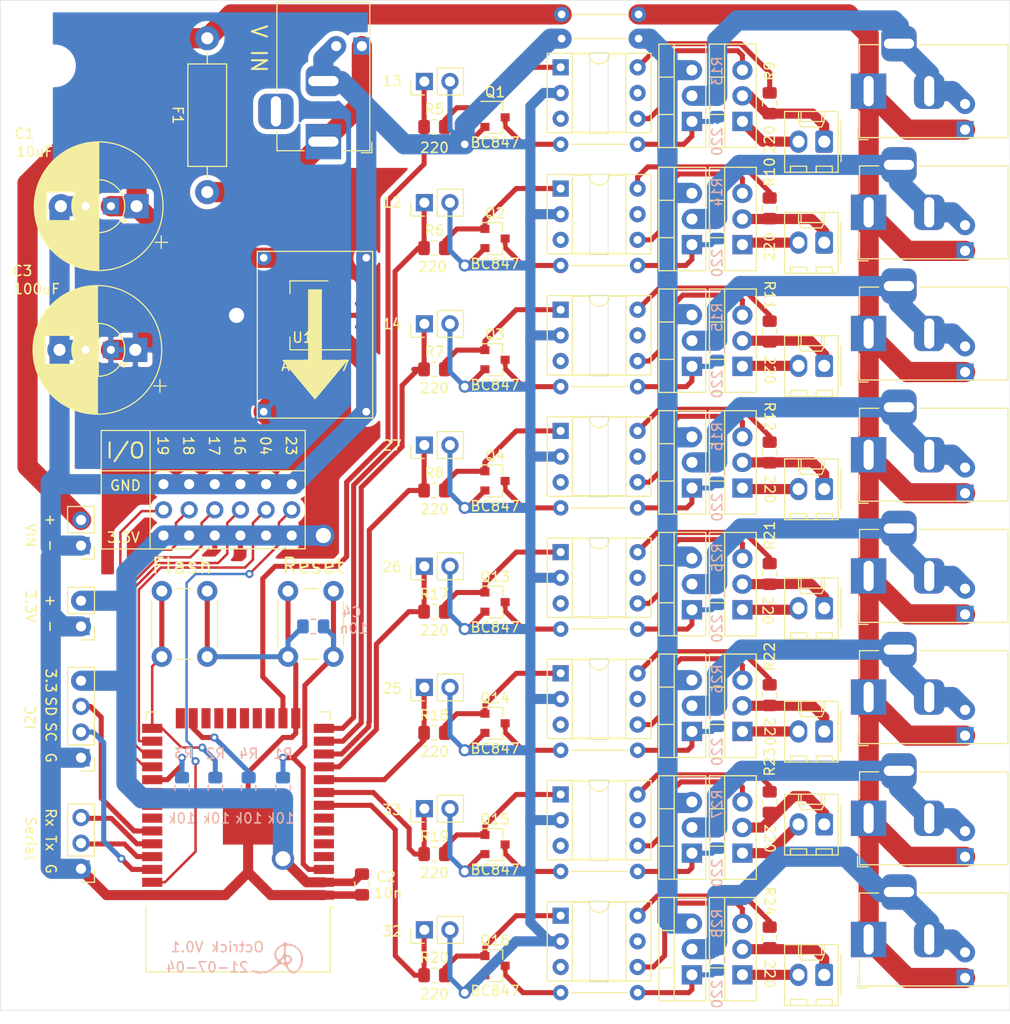
<source format=kicad_pcb>
(kicad_pcb (version 20171130) (host pcbnew 5.1.5+dfsg1-2build2)
  (title_block (title Octrick) (date 2021-07-04) (rev V0.1) (company "Paul Abraham"))
  (layers (0 F.Cu signal) (31 B.Cu signal) (34 B.Paste user) (35 F.Paste user) (36 B.SilkS user) (37 F.SilkS user) (38 B.Mask user) (39 F.Mask user) (44 Edge.Cuts user))
  (net 0 "")
  (net 1 +12V)
  (net 2 GND)
  (net 3 "Net-(R2-Pad2)")
  (net 4 "Net-(R3-Pad2)")
  (net 5 "Net-(R4-Pad2)")
  (net 6 "Net-(U1-Pad32)")
  (net 7 "Net-(U1-Pad24)")
  (net 8 "Net-(U1-Pad22)")
  (net 9 "Net-(U1-Pad21)")
  (net 10 "Net-(U1-Pad20)")
  (net 11 "Net-(U1-Pad19)")
  (net 12 "Net-(U1-Pad18)")
  (net 13 "Net-(U1-Pad17)")
  (net 14 "Net-(U1-Pad5)")
  (net 15 "Net-(U1-Pad4)")
  (net 16 "Net-(U1-Pad7)")
  (net 17 "Net-(U1-Pad6)")
  (net 18 +3V3)
  (net 19 "Net-(C4-Pad2)")
  (net 20 SDA)
  (net 21 SCL)
  (net 22 IO19)
  (net 23 IO18)
  (net 24 IO17)
  (net 25 IO16)
  (net 26 IO4)
  (net 27 IO23)
  (net 28 "Net-(F1-Pad1)")
  (net 29 "Net-(J5-Pad3)")
  (net 30 "Net-(J5-Pad2)")
  (net 31 IO13)
  (net 32 IO12)
  (net 33 IO14)
  (net 34 IO27)
  (net 35 IO26)
  (net 36 IO25)
  (net 37 IO33)
  (net 38 IO32)
  (net 39 "Net-(J7-Pad2)")
  (net 40 "Net-(J8-Pad2)")
  (net 41 "Net-(J9-Pad2)")
  (net 42 "Net-(J10-Pad2)")
  (net 43 "Net-(J11-Pad2)")
  (net 44 "Net-(J11-Pad1)")
  (net 45 "Net-(J12-Pad2)")
  (net 46 "Net-(J12-Pad1)")
  (net 47 "Net-(J13-Pad2)")
  (net 48 "Net-(J13-Pad1)")
  (net 49 "Net-(J14-Pad2)")
  (net 50 "Net-(J14-Pad1)")
  (net 51 "Net-(J15-Pad2)")
  (net 52 "Net-(J16-Pad2)")
  (net 53 "Net-(J17-Pad2)")
  (net 54 "Net-(J18-Pad2)")
  (net 55 "Net-(J19-Pad2)")
  (net 56 "Net-(J19-Pad1)")
  (net 57 "Net-(J20-Pad2)")
  (net 58 "Net-(J20-Pad1)")
  (net 59 "Net-(J21-Pad2)")
  (net 60 "Net-(J21-Pad1)")
  (net 61 "Net-(J22-Pad2)")
  (net 62 "Net-(J22-Pad1)")
  (net 63 "Net-(JP2-Pad2)")
  (net 64 "Net-(JP2-Pad1)")
  (net 65 "Net-(JP3-Pad2)")
  (net 66 "Net-(JP3-Pad1)")
  (net 67 "Net-(JP4-Pad2)")
  (net 68 "Net-(JP4-Pad1)")
  (net 69 "Net-(JP5-Pad2)")
  (net 70 "Net-(JP5-Pad1)")
  (net 71 "Net-(JP7-Pad2)")
  (net 72 "Net-(JP7-Pad1)")
  (net 73 "Net-(JP8-Pad2)")
  (net 74 "Net-(JP8-Pad1)")
  (net 75 "Net-(Q1-Pad1)")
  (net 76 "Net-(Q2-Pad1)")
  (net 77 "Net-(Q3-Pad1)")
  (net 78 "Net-(Q4-Pad1)")
  (net 79 GNDA)
  (net 80 "Net-(Q9-Pad3)")
  (net 81 "Net-(Q10-Pad3)")
  (net 82 "Net-(Q11-Pad3)")
  (net 83 "Net-(Q12-Pad3)")
  (net 84 "Net-(Q13-Pad1)")
  (net 85 "Net-(Q14-Pad1)")
  (net 86 "Net-(Q15-Pad1)")
  (net 87 "Net-(Q16-Pad1)")
  (net 88 "Net-(Q21-Pad3)")
  (net 89 "Net-(Q22-Pad3)")
  (net 90 "Net-(Q23-Pad3)")
  (net 91 "Net-(Q24-Pad3)")
  (net 92 "Net-(R9-Pad2)")
  (net 93 "Net-(R10-Pad2)")
  (net 94 "Net-(R11-Pad2)")
  (net 95 "Net-(R12-Pad2)")
  (net 96 "Net-(R21-Pad2)")
  (net 97 "Net-(R22-Pad2)")
  (net 98 "Net-(R23-Pad2)")
  (net 99 "Net-(R24-Pad2)")
  (net 100 "Net-(U2-Pad3)")
  (net 101 "Net-(U2-Pad5)")
  (net 102 "Net-(U3-Pad3)")
  (net 103 "Net-(U3-Pad5)")
  (net 104 "Net-(U4-Pad3)")
  (net 105 "Net-(U4-Pad5)")
  (net 106 "Net-(U5-Pad3)")
  (net 107 "Net-(U5-Pad5)")
  (net 108 "Net-(U6-Pad3)")
  (net 109 "Net-(U6-Pad5)")
  (net 110 "Net-(U7-Pad3)")
  (net 111 "Net-(U7-Pad5)")
  (net 112 "Net-(U8-Pad3)")
  (net 113 "Net-(U8-Pad5)")
  (net 114 "Net-(U9-Pad3)")
  (net 115 "Net-(U9-Pad5)")
  (net 116 "Net-(JP9-Pad2)")
  (net 117 "Net-(JP9-Pad1)")
  (net 118 "Net-(JP10-Pad2)")
  (net 119 "Net-(JP10-Pad1)")
  (net 120 +12VA)
  (module MountingHole:MountingHole_3.2mm_M3 (layer F.Cu) (at 55.372 56.5)
    (fp_text reference REF** hide)
    (fp_text value MountingHole_3.2mm_M3 hide)
    (pad 1 np_thru_hole circle (at 0 0) (size 3.2 3.2) (drill 3.2) (layers *.Cu *.Mask))
  )
  (module MountingHole:MountingHole_3.2mm_M3 (layer F.Cu) (at 55.372 141.5)
    (fp_text reference REF** hide)
    (fp_text value MountingHole_3.2mm_M3 hide)
    (pad 1 np_thru_hole circle (at 0 0) (size 3.2 3.2) (drill 3.2) (layers *.Cu *.Mask))
  )
  (module MountingHole:MountingHole_3.2mm_M3 (layer F.Cu) (at 130.5 139)
    (fp_text reference REF** hide)
    (fp_text value MountingHole_3.2mm_M3 hide)
    (pad 1 np_thru_hole circle (at 0 0) (size 3.2 3.2) (drill 3.2) (layers *.Cu *.Mask))
  )
  (module MountingHole:MountingHole_3.2mm_M3 (layer F.Cu) (at 130.5 56.5)
    (fp_text reference REF** hide)
    (fp_text value MountingHole_3.2mm_M3 hide)
    (pad 1 np_thru_hole circle (at 0 0) (size 3.2 3.2) (drill 3.2) (layers *.Cu *.Mask))
  )
  (module Connector_PinHeader_2.54mm:PinHeader_1x02_P2.54mm_Vertical (layer F.Cu) (at 145.5505 146.8125 180)
    (fp_text reference REF** hide)
    (fp_text value PinHeader_1x02_P2.54mm_Vertical hide)
    (pad 2 thru_hole oval (at 0 2.54 180) (size 1.7 1.7) (drill 1) (layers *.Cu *.Mask) (net 54 "Net-(J18-Pad2)"))
    (pad 1 thru_hole rect (at 0 0 180) (size 1.7 1.7) (drill 1) (layers *.Cu *.Mask) (net 120 +12VA))
  )
  (module Connector_PinHeader_2.54mm:PinHeader_1x02_P2.54mm_Vertical (layer F.Cu) (at 145.5505 134.8125 180)
    (fp_text reference REF** hide)
    (fp_text value PinHeader_1x02_P2.54mm_Vertical hide)
    (pad 2 thru_hole oval (at 0 2.54 180) (size 1.7 1.7) (drill 1) (layers *.Cu *.Mask) (net 53 "Net-(J17-Pad2)"))
    (pad 1 thru_hole rect (at 0 0 180) (size 1.7 1.7) (drill 1) (layers *.Cu *.Mask) (net 120 +12VA))
  )
  (module Connector_PinHeader_2.54mm:PinHeader_1x02_P2.54mm_Vertical (layer F.Cu) (at 145.5505 122.8125 180)
    (fp_text reference REF** hide)
    (fp_text value PinHeader_1x02_P2.54mm_Vertical hide)
    (pad 2 thru_hole oval (at 0 2.54 180) (size 1.7 1.7) (drill 1) (layers *.Cu *.Mask) (net 52 "Net-(J16-Pad2)"))
    (pad 1 thru_hole rect (at 0 0 180) (size 1.7 1.7) (drill 1) (layers *.Cu *.Mask) (net 120 +12VA))
  )
  (module Connector_PinHeader_2.54mm:PinHeader_1x02_P2.54mm_Vertical (layer F.Cu) (at 145.5505 110.8125 180)
    (fp_text reference REF** hide)
    (fp_text value PinHeader_1x02_P2.54mm_Vertical hide)
    (pad 2 thru_hole oval (at 0 2.54 180) (size 1.7 1.7) (drill 1) (layers *.Cu *.Mask) (net 51 "Net-(J15-Pad2)"))
    (pad 1 thru_hole rect (at 0 0 180) (size 1.7 1.7) (drill 1) (layers *.Cu *.Mask) (net 120 +12VA))
  )
  (module Connector_PinHeader_2.54mm:PinHeader_1x02_P2.54mm_Vertical (layer F.Cu) (at 145.5505 98.8125 180)
    (fp_text reference REF** hide)
    (fp_text value PinHeader_1x02_P2.54mm_Vertical hide)
    (pad 2 thru_hole oval (at 0 2.54 180) (size 1.7 1.7) (drill 1) (layers *.Cu *.Mask) (net 42 "Net-(J10-Pad2)"))
    (pad 1 thru_hole rect (at 0 0 180) (size 1.7 1.7) (drill 1) (layers *.Cu *.Mask) (net 120 +12VA))
  )
  (module Connector_PinHeader_2.54mm:PinHeader_1x02_P2.54mm_Vertical (layer F.Cu) (at 145.5505 86.8125 180)
    (fp_text reference REF** hide)
    (fp_text value PinHeader_1x02_P2.54mm_Vertical hide)
    (pad 2 thru_hole oval (at 0 2.54 180) (size 1.7 1.7) (drill 1) (layers *.Cu *.Mask) (net 41 "Net-(J9-Pad2)"))
    (pad 1 thru_hole rect (at 0 0 180) (size 1.7 1.7) (drill 1) (layers *.Cu *.Mask) (net 120 +12VA))
  )
  (module Connector_PinHeader_2.54mm:PinHeader_1x02_P2.54mm_Vertical (layer F.Cu) (at 145.5505 74.8125 180)
    (fp_text reference REF** hide)
    (fp_text value PinHeader_1x02_P2.54mm_Vertical hide)
    (pad 2 thru_hole oval (at 0 2.54 180) (size 1.7 1.7) (drill 1) (layers *.Cu *.Mask) (net 40 "Net-(J8-Pad2)"))
    (pad 1 thru_hole rect (at 0 0 180) (size 1.7 1.7) (drill 1) (layers *.Cu *.Mask) (net 120 +12VA))
  )
  (module Connector_PinHeader_2.54mm:PinHeader_1x02_P2.54mm_Vertical (layer F.Cu) (at 145.5505 62.8125 180)
    (fp_text reference REF** hide)
    (fp_text value PinHeader_1x02_P2.54mm_Vertical hide)
    (pad 1 thru_hole rect (at 0 0 180) (size 1.7 1.7) (drill 1) (layers *.Cu *.Mask) (net 120 +12VA))
    (pad 2 thru_hole oval (at 0 2.54 180) (size 1.7 1.7) (drill 1) (layers *.Cu *.Mask) (net 39 "Net-(J7-Pad2)"))
  )
  (module Connector_PinHeader_2.54mm:PinHeader_1x02_P2.54mm_Vertical (layer F.Cu) (at 85.8125 54.538 270)
    (fp_text reference REF** hide)
    (fp_text value PinHeader_1x02_P2.54mm_Vertical hide)
    (pad 2 thru_hole oval (at 0 2.54 270) (size 1.7 1.7) (drill 1) (layers *.Cu *.Mask) (net 2 GND))
    (pad 1 thru_hole rect (at 0 0 270) (size 1.7 1.7) (drill 1) (layers *.Cu *.Mask) (net 28 "Net-(F1-Pad1)"))
  )
  (module Capacitor_THT:CP_Radial_D5.0mm_P2.50mm (layer F.Cu) (at 60.96 84.616 180)
    (fp_text reference REF** hide)
    (fp_text value CP_Radial_D5.0mm_P2.50mm hide)
    (pad 1 thru_hole rect (at 0 0 180) (size 1.6 1.6) (drill 0.8) (layers *.Cu *.Mask) (net 18 +3V3))
    (pad 2 thru_hole circle (at 2.5 0 180) (size 1.6 1.6) (drill 0.8) (layers *.Cu *.Mask) (net 2 GND))
  )
  (module Capacitor_THT:CP_Radial_D5.0mm_P2.50mm (layer F.Cu) (at 60.96 70.39 180)
    (fp_text reference REF** hide)
    (fp_text value CP_Radial_D5.0mm_P2.50mm hide)
    (pad 2 thru_hole circle (at 2.5 0 180) (size 1.6 1.6) (drill 0.8) (layers *.Cu *.Mask) (net 2 GND))
    (pad 1 thru_hole rect (at 0 0 180) (size 1.6 1.6) (drill 0.8) (layers *.Cu *.Mask) (net 1 +12V))
  )
  (module Connector_PinHeader_2.54mm:PinHeader_1x02_P2.54mm_Vertical (layer F.Cu) (at 92 142.0425 90)
    (fp_text reference TP8 hide)
    (fp_text value 32 (at -0.1575 -3.2 180) (layer F.SilkS))
    (pad 2 thru_hole oval (at 0 2.54 90) (size 1.7 1.7) (drill 1) (layers *.Cu *.Mask) (net 2 GND))
    (pad 1 thru_hole rect (at 0 0 90) (size 1.7 1.7) (drill 1) (layers *.Cu *.Mask) (net 38 IO32))
  )
  (module Connector_PinHeader_2.54mm:PinHeader_1x02_P2.54mm_Vertical (layer F.Cu) (at 92 130.0425 90)
    (fp_text reference TP7 hide)
    (fp_text value 33 (at -0.128926 -3.2 180) (layer F.SilkS))
    (pad 2 thru_hole oval (at 0 2.54 90) (size 1.7 1.7) (drill 1) (layers *.Cu *.Mask) (net 2 GND))
    (pad 1 thru_hole rect (at 0 0 90) (size 1.7 1.7) (drill 1) (layers *.Cu *.Mask) (net 37 IO33))
  )
  (module Connector_PinHeader_2.54mm:PinHeader_1x02_P2.54mm_Vertical (layer F.Cu) (at 92 118.0425 90)
    (fp_text reference TP6 hide)
    (fp_text value 25 (at -0.100355 -3.2 180) (layer F.SilkS))
    (pad 2 thru_hole oval (at 0 2.54 90) (size 1.7 1.7) (drill 1) (layers *.Cu *.Mask) (net 2 GND))
    (pad 1 thru_hole rect (at 0 0 90) (size 1.7 1.7) (drill 1) (layers *.Cu *.Mask) (net 36 IO25))
  )
  (module Connector_PinHeader_2.54mm:PinHeader_1x02_P2.54mm_Vertical (layer F.Cu) (at 92 106.0425 90)
    (fp_text reference TP5 hide)
    (fp_text value 26 (at -0.071784 -3.2 180) (layer F.SilkS))
    (pad 2 thru_hole oval (at 0 2.54 90) (size 1.7 1.7) (drill 1) (layers *.Cu *.Mask) (net 2 GND))
    (pad 1 thru_hole rect (at 0 0 90) (size 1.7 1.7) (drill 1) (layers *.Cu *.Mask) (net 35 IO26))
  )
  (module Connector_PinHeader_2.54mm:PinHeader_1x02_P2.54mm_Vertical (layer F.Cu) (at 92 94.0425 90)
    (fp_text reference TP4 hide)
    (fp_text value 27 (at -0.043213 -3.2 180) (layer F.SilkS))
    (pad 2 thru_hole oval (at 0 2.54 90) (size 1.7 1.7) (drill 1) (layers *.Cu *.Mask) (net 2 GND))
    (pad 1 thru_hole rect (at 0 0 90) (size 1.7 1.7) (drill 1) (layers *.Cu *.Mask) (net 34 IO27))
  )
  (module Connector_PinHeader_2.54mm:PinHeader_1x02_P2.54mm_Vertical (layer F.Cu) (at 92 82.0425 90)
    (fp_text reference TP3 hide)
    (fp_text value 14 (at -0.014642 -3.2 180) (layer F.SilkS))
    (pad 2 thru_hole oval (at 0 2.54 90) (size 1.7 1.7) (drill 1) (layers *.Cu *.Mask) (net 2 GND))
    (pad 1 thru_hole rect (at 0 0 90) (size 1.7 1.7) (drill 1) (layers *.Cu *.Mask) (net 33 IO14))
  )
  (module Connector_PinHeader_2.54mm:PinHeader_1x02_P2.54mm_Vertical (layer F.Cu) (at 92 70.0425 90)
    (fp_text reference TP2 hide)
    (fp_text value 12 (at 0.013929 -3.2 180) (layer F.SilkS))
    (pad 2 thru_hole oval (at 0 2.54 90) (size 1.7 1.7) (drill 1) (layers *.Cu *.Mask) (net 2 GND))
    (pad 1 thru_hole rect (at 0 0 90) (size 1.7 1.7) (drill 1) (layers *.Cu *.Mask) (net 32 IO12))
  )
  (module Connector_PinHeader_2.54mm:PinHeader_1x02_P2.54mm_Vertical (layer F.Cu) (at 92 58.0425 90)
    (fp_text reference TP1 hide)
    (fp_text value 13 (at 0.0425 -3.2) (layer F.SilkS))
    (pad 2 thru_hole oval (at 0 2.54 90) (size 1.7 1.7) (drill 1) (layers *.Cu *.Mask) (net 2 GND))
    (pad 1 thru_hole rect (at 0 0 90) (size 1.7 1.7) (drill 1) (layers *.Cu *.Mask) (net 31 IO13))
  )
  (module Package_TO_SOT_SMD:SOT-223-3_TabPin2 (layer F.Cu) (at 80.6 81.2 180)
    (fp_text reference U10 (at 0.2 -2.2) (layer F.SilkS))
    (fp_text value AMS1117 (at -0.6 -5) (layer F.SilkS))
    (pad 1 smd rect (at -3.15 -2.3 180) (size 2 1.5) (layers F.Cu F.Paste F.Mask) (net 2 GND))
    (pad 3 smd rect (at -3.15 2.3 180) (size 2 1.5) (layers F.Cu F.Paste F.Mask) (net 1 +12V))
    (pad 2 smd rect (at -3.15 0 180) (size 2 1.5) (layers F.Cu F.Paste F.Mask) (net 18 +3V3))
    (pad 2 smd rect (at 3.15 0 180) (size 2 3.8) (layers F.Cu F.Paste F.Mask) (net 18 +3V3))
  )
  (module Misc:PinHeader_3x06_P2.54mm_Vertical (layer F.Cu) (at 78.867 97.919 270)
    (fp_text reference J2 hide)
    (fp_text value Conn_01x06_Male hide)
    (pad 1 thru_hole rect (at 0 0 270) (size 1.7 1.7) (drill 1) (layers *.Cu *.Mask) (net 2 GND))
    (pad 1 thru_hole oval (at 0 2.54 270) (size 1.7 1.7) (drill 1) (layers *.Cu *.Mask) (net 2 GND))
    (pad 1 thru_hole oval (at 0 5.08 270) (size 1.7 1.7) (drill 1) (layers *.Cu *.Mask) (net 2 GND))
    (pad 1 thru_hole oval (at 0 7.62 270) (size 1.7 1.7) (drill 1) (layers *.Cu *.Mask) (net 2 GND))
    (pad 1 thru_hole oval (at 0 10.16 270) (size 1.7 1.7) (drill 1) (layers *.Cu *.Mask) (net 2 GND))
    (pad 1 thru_hole oval (at 0 12.7 270) (size 1.7 1.7) (drill 1) (layers *.Cu *.Mask) (net 2 GND))
    (pad 3 thru_hole circle (at 2.54 0 270) (size 1.7 1.7) (drill 1) (layers *.Cu *.Mask) (net 27 IO23))
    (pad 4 thru_hole oval (at 2.54 2.54 270) (size 1.7 1.7) (drill 1) (layers *.Cu *.Mask) (net 26 IO4))
    (pad 5 thru_hole oval (at 2.54 5.08 270) (size 1.7 1.7) (drill 1) (layers *.Cu *.Mask) (net 25 IO16))
    (pad 8 thru_hole oval (at 2.54 12.7 270) (size 1.7 1.7) (drill 1) (layers *.Cu *.Mask) (net 22 IO19))
    (pad 6 thru_hole oval (at 2.54 7.62 270) (size 1.7 1.7) (drill 1) (layers *.Cu *.Mask) (net 24 IO17))
    (pad 7 thru_hole oval (at 2.54 10.16 270) (size 1.7 1.7) (drill 1) (layers *.Cu *.Mask) (net 23 IO18))
    (pad 2 thru_hole circle (at 5.08 0 270) (size 1.7 1.7) (drill 1) (layers *.Cu *.Mask) (net 18 +3V3))
    (pad 2 thru_hole oval (at 5.08 2.54 270) (size 1.7 1.7) (drill 1) (layers *.Cu *.Mask) (net 18 +3V3))
    (pad 2 thru_hole oval (at 5.08 5.08 270) (size 1.7 1.7) (drill 1) (layers *.Cu *.Mask) (net 18 +3V3))
    (pad 2 thru_hole oval (at 5.08 12.7 270) (size 1.7 1.7) (drill 1) (layers *.Cu *.Mask) (net 18 +3V3))
    (pad 2 thru_hole oval (at 5.08 7.62 270) (size 1.7 1.7) (drill 1) (layers *.Cu *.Mask) (net 18 +3V3))
    (pad 2 thru_hole oval (at 5.08 10.16 270) (size 1.7 1.7) (drill 1) (layers *.Cu *.Mask) (net 18 +3V3))
  )
  (module Misc:wide_jumper (layer F.Cu) (at 105.6 51.4)
    (fp_text reference JP6 hide)
    (fp_text value Jumper_NC_Small hide)
    (pad 1 thru_hole circle (at 0 0) (size 1.524 1.524) (drill 0.762) (layers *.Cu *.Mask) (net 1 +12V))
    (pad 2 thru_hole circle (at 7.62 0) (size 1.524 1.524) (drill 0.762) (layers *.Cu *.Mask) (net 120 +12VA))
  )
  (module Misc:wide_jumper (layer F.Cu) (at 105.6 53.8)
    (fp_text reference JP1 hide)
    (fp_text value Jumper_NC_Small hide)
    (pad 2 thru_hole circle (at 7.62 0) (size 1.524 1.524) (drill 0.762) (layers *.Cu *.Mask) (net 79 GNDA))
    (pad 1 thru_hole circle (at 0 0) (size 1.524 1.524) (drill 0.762) (layers *.Cu *.Mask) (net 2 GND))
  )
  (module Package_DIP:DIP-6_W7.62mm_Socket (layer F.Cu) (at 105.5 140.6425)
    (fp_text reference U9 hide)
    (fp_text value MOC3021M hide)
    (pad 6 thru_hole oval (at 7.62 0) (size 1.6 1.6) (drill 0.8) (layers *.Cu *.Mask) (net 99 "Net-(R24-Pad2)"))
    (pad 3 thru_hole oval (at 0 5.08) (size 1.6 1.6) (drill 0.8) (layers *.Cu *.Mask) (net 114 "Net-(U9-Pad3)"))
    (pad 5 thru_hole oval (at 7.62 2.54) (size 1.6 1.6) (drill 0.8) (layers *.Cu *.Mask) (net 115 "Net-(U9-Pad5)"))
    (pad 2 thru_hole oval (at 0 2.54) (size 1.6 1.6) (drill 0.8) (layers *.Cu *.Mask) (net 2 GND))
    (pad 4 thru_hole oval (at 7.62 5.08) (size 1.6 1.6) (drill 0.8) (layers *.Cu *.Mask) (net 91 "Net-(Q24-Pad3)"))
    (pad 1 thru_hole rect (at 0 0) (size 1.6 1.6) (drill 0.8) (layers *.Cu *.Mask) (net 87 "Net-(Q16-Pad1)"))
  )
  (module Package_DIP:DIP-6_W7.62mm_Socket (layer F.Cu) (at 105.5 128.6425)
    (fp_text reference U8 hide)
    (fp_text value MOC3021M hide)
    (pad 6 thru_hole oval (at 7.62 0) (size 1.6 1.6) (drill 0.8) (layers *.Cu *.Mask) (net 98 "Net-(R23-Pad2)"))
    (pad 3 thru_hole oval (at 0 5.08) (size 1.6 1.6) (drill 0.8) (layers *.Cu *.Mask) (net 112 "Net-(U8-Pad3)"))
    (pad 5 thru_hole oval (at 7.62 2.54) (size 1.6 1.6) (drill 0.8) (layers *.Cu *.Mask) (net 113 "Net-(U8-Pad5)"))
    (pad 2 thru_hole oval (at 0 2.54) (size 1.6 1.6) (drill 0.8) (layers *.Cu *.Mask) (net 2 GND))
    (pad 4 thru_hole oval (at 7.62 5.08) (size 1.6 1.6) (drill 0.8) (layers *.Cu *.Mask) (net 90 "Net-(Q23-Pad3)"))
    (pad 1 thru_hole rect (at 0 0) (size 1.6 1.6) (drill 0.8) (layers *.Cu *.Mask) (net 86 "Net-(Q15-Pad1)"))
  )
  (module Package_DIP:DIP-6_W7.62mm_Socket (layer F.Cu) (at 105.5 116.6425)
    (fp_text reference U7 hide)
    (fp_text value MOC3021M hide)
    (pad 6 thru_hole oval (at 7.62 0) (size 1.6 1.6) (drill 0.8) (layers *.Cu *.Mask) (net 97 "Net-(R22-Pad2)"))
    (pad 3 thru_hole oval (at 0 5.08) (size 1.6 1.6) (drill 0.8) (layers *.Cu *.Mask) (net 110 "Net-(U7-Pad3)"))
    (pad 5 thru_hole oval (at 7.62 2.54) (size 1.6 1.6) (drill 0.8) (layers *.Cu *.Mask) (net 111 "Net-(U7-Pad5)"))
    (pad 2 thru_hole oval (at 0 2.54) (size 1.6 1.6) (drill 0.8) (layers *.Cu *.Mask) (net 2 GND))
    (pad 4 thru_hole oval (at 7.62 5.08) (size 1.6 1.6) (drill 0.8) (layers *.Cu *.Mask) (net 89 "Net-(Q22-Pad3)"))
    (pad 1 thru_hole rect (at 0 0) (size 1.6 1.6) (drill 0.8) (layers *.Cu *.Mask) (net 85 "Net-(Q14-Pad1)"))
  )
  (module Package_DIP:DIP-6_W7.62mm_Socket (layer F.Cu) (at 105.5 104.6425)
    (fp_text reference U6 hide)
    (fp_text value MOC3021M hide)
    (pad 6 thru_hole oval (at 7.62 0) (size 1.6 1.6) (drill 0.8) (layers *.Cu *.Mask) (net 96 "Net-(R21-Pad2)"))
    (pad 3 thru_hole oval (at 0 5.08) (size 1.6 1.6) (drill 0.8) (layers *.Cu *.Mask) (net 108 "Net-(U6-Pad3)"))
    (pad 5 thru_hole oval (at 7.62 2.54) (size 1.6 1.6) (drill 0.8) (layers *.Cu *.Mask) (net 109 "Net-(U6-Pad5)"))
    (pad 2 thru_hole oval (at 0 2.54) (size 1.6 1.6) (drill 0.8) (layers *.Cu *.Mask) (net 2 GND))
    (pad 4 thru_hole oval (at 7.62 5.08) (size 1.6 1.6) (drill 0.8) (layers *.Cu *.Mask) (net 88 "Net-(Q21-Pad3)"))
    (pad 1 thru_hole rect (at 0 0) (size 1.6 1.6) (drill 0.8) (layers *.Cu *.Mask) (net 84 "Net-(Q13-Pad1)"))
  )
  (module Package_DIP:DIP-6_W7.62mm_Socket (layer F.Cu) (at 105.5 92.6425)
    (fp_text reference U5 hide)
    (fp_text value MOC3021M hide)
    (pad 6 thru_hole oval (at 7.62 0) (size 1.6 1.6) (drill 0.8) (layers *.Cu *.Mask) (net 95 "Net-(R12-Pad2)"))
    (pad 3 thru_hole oval (at 0 5.08) (size 1.6 1.6) (drill 0.8) (layers *.Cu *.Mask) (net 106 "Net-(U5-Pad3)"))
    (pad 5 thru_hole oval (at 7.62 2.54) (size 1.6 1.6) (drill 0.8) (layers *.Cu *.Mask) (net 107 "Net-(U5-Pad5)"))
    (pad 2 thru_hole oval (at 0 2.54) (size 1.6 1.6) (drill 0.8) (layers *.Cu *.Mask) (net 2 GND))
    (pad 4 thru_hole oval (at 7.62 5.08) (size 1.6 1.6) (drill 0.8) (layers *.Cu *.Mask) (net 83 "Net-(Q12-Pad3)"))
    (pad 1 thru_hole rect (at 0 0) (size 1.6 1.6) (drill 0.8) (layers *.Cu *.Mask) (net 78 "Net-(Q4-Pad1)"))
  )
  (module Package_DIP:DIP-6_W7.62mm_Socket (layer F.Cu) (at 105.5 80.6425)
    (fp_text reference U4 hide)
    (fp_text value MOC3021M hide)
    (pad 6 thru_hole oval (at 7.62 0) (size 1.6 1.6) (drill 0.8) (layers *.Cu *.Mask) (net 94 "Net-(R11-Pad2)"))
    (pad 3 thru_hole oval (at 0 5.08) (size 1.6 1.6) (drill 0.8) (layers *.Cu *.Mask) (net 104 "Net-(U4-Pad3)"))
    (pad 5 thru_hole oval (at 7.62 2.54) (size 1.6 1.6) (drill 0.8) (layers *.Cu *.Mask) (net 105 "Net-(U4-Pad5)"))
    (pad 2 thru_hole oval (at 0 2.54) (size 1.6 1.6) (drill 0.8) (layers *.Cu *.Mask) (net 2 GND))
    (pad 4 thru_hole oval (at 7.62 5.08) (size 1.6 1.6) (drill 0.8) (layers *.Cu *.Mask) (net 82 "Net-(Q11-Pad3)"))
    (pad 1 thru_hole rect (at 0 0) (size 1.6 1.6) (drill 0.8) (layers *.Cu *.Mask) (net 77 "Net-(Q3-Pad1)"))
  )
  (module Package_DIP:DIP-6_W7.62mm_Socket (layer F.Cu) (at 105.5 68.6425)
    (fp_text reference U3 hide)
    (fp_text value MOC3021M hide)
    (pad 6 thru_hole oval (at 7.62 0) (size 1.6 1.6) (drill 0.8) (layers *.Cu *.Mask) (net 93 "Net-(R10-Pad2)"))
    (pad 3 thru_hole oval (at 0 5.08) (size 1.6 1.6) (drill 0.8) (layers *.Cu *.Mask) (net 102 "Net-(U3-Pad3)"))
    (pad 5 thru_hole oval (at 7.62 2.54) (size 1.6 1.6) (drill 0.8) (layers *.Cu *.Mask) (net 103 "Net-(U3-Pad5)"))
    (pad 2 thru_hole oval (at 0 2.54) (size 1.6 1.6) (drill 0.8) (layers *.Cu *.Mask) (net 2 GND))
    (pad 4 thru_hole oval (at 7.62 5.08) (size 1.6 1.6) (drill 0.8) (layers *.Cu *.Mask) (net 81 "Net-(Q10-Pad3)"))
    (pad 1 thru_hole rect (at 0 0) (size 1.6 1.6) (drill 0.8) (layers *.Cu *.Mask) (net 76 "Net-(Q2-Pad1)"))
  )
  (module Package_DIP:DIP-6_W7.62mm_Socket (layer F.Cu) (at 105.5 56.6425)
    (fp_text reference U2 hide)
    (fp_text value MOC3021M hide)
    (pad 6 thru_hole oval (at 7.62 0) (size 1.6 1.6) (drill 0.8) (layers *.Cu *.Mask) (net 92 "Net-(R9-Pad2)"))
    (pad 3 thru_hole oval (at 0 5.08) (size 1.6 1.6) (drill 0.8) (layers *.Cu *.Mask) (net 100 "Net-(U2-Pad3)"))
    (pad 5 thru_hole oval (at 7.62 2.54) (size 1.6 1.6) (drill 0.8) (layers *.Cu *.Mask) (net 101 "Net-(U2-Pad5)"))
    (pad 2 thru_hole oval (at 0 2.54) (size 1.6 1.6) (drill 0.8) (layers *.Cu *.Mask) (net 2 GND))
    (pad 4 thru_hole oval (at 7.62 5.08) (size 1.6 1.6) (drill 0.8) (layers *.Cu *.Mask) (net 80 "Net-(Q9-Pad3)"))
    (pad 1 thru_hole rect (at 0 0) (size 1.6 1.6) (drill 0.8) (layers *.Cu *.Mask) (net 75 "Net-(Q1-Pad1)"))
  )
  (module Resistor_SMD:R_0805_2012Metric_Pad1.15x1.40mm_HandSolder (layer B.Cu) (at 121 145 270)
    (fp_text reference R28 (at -3.6 0 90) (layer B.SilkS) (effects (justify mirror)))
    (fp_text value 220 (at 3.4 0 90) (layer B.SilkS) (effects (justify mirror)))
    (pad 2 smd roundrect (at 1.025 0 270) (size 1.15 1.4) (layers B.Cu B.Paste B.Mask) (roundrect_rratio 0.217391) (net 118 "Net-(JP10-Pad2)"))
    (pad 1 smd roundrect (at -1.025 0 270) (size 1.15 1.4) (layers B.Cu B.Paste B.Mask) (roundrect_rratio 0.217391) (net 54 "Net-(J18-Pad2)"))
  )
  (module Resistor_SMD:R_0805_2012Metric_Pad1.15x1.40mm_HandSolder (layer B.Cu) (at 121 132.928568 270)
    (fp_text reference R27 (at -3.328568 0 270) (layer B.SilkS) (effects (justify mirror)))
    (fp_text value 220 (at 3.471432 0 270) (layer B.SilkS) (effects (justify mirror)))
    (pad 2 smd roundrect (at 1.025 0 270) (size 1.15 1.4) (layers B.Cu B.Paste B.Mask) (roundrect_rratio 0.217391) (net 116 "Net-(JP9-Pad2)"))
    (pad 1 smd roundrect (at -1.025 0 270) (size 1.15 1.4) (layers B.Cu B.Paste B.Mask) (roundrect_rratio 0.217391) (net 53 "Net-(J17-Pad2)"))
  )
  (module Resistor_SMD:R_0805_2012Metric_Pad1.15x1.40mm_HandSolder (layer B.Cu) (at 121 120.85714 270)
    (fp_text reference R26 (at -3.65714 0 270) (layer B.SilkS) (effects (justify mirror)))
    (fp_text value 220 (at 3.54286 0 270) (layer B.SilkS) (effects (justify mirror)))
    (pad 2 smd roundrect (at 1.025 0 270) (size 1.15 1.4) (layers B.Cu B.Paste B.Mask) (roundrect_rratio 0.217391) (net 73 "Net-(JP8-Pad2)"))
    (pad 1 smd roundrect (at -1.025 0 270) (size 1.15 1.4) (layers B.Cu B.Paste B.Mask) (roundrect_rratio 0.217391) (net 52 "Net-(J16-Pad2)"))
  )
  (module Resistor_SMD:R_0805_2012Metric_Pad1.15x1.40mm_HandSolder (layer B.Cu) (at 121 108.785712 270)
    (fp_text reference R25 (at -3.585712 0 270) (layer B.SilkS) (effects (justify mirror)))
    (fp_text value 220 (at 3.414288 0 270) (layer B.SilkS) (effects (justify mirror)))
    (pad 2 smd roundrect (at 1.025 0 270) (size 1.15 1.4) (layers B.Cu B.Paste B.Mask) (roundrect_rratio 0.217391) (net 71 "Net-(JP7-Pad2)"))
    (pad 1 smd roundrect (at -1.025 0 270) (size 1.15 1.4) (layers B.Cu B.Paste B.Mask) (roundrect_rratio 0.217391) (net 51 "Net-(J15-Pad2)"))
  )
  (module Resistor_SMD:R_0805_2012Metric_Pad1.15x1.40mm_HandSolder (layer F.Cu) (at 126.2 142.8 90)
    (fp_text reference R24 (at 3.6 0 -90 unlocked) (layer F.SilkS))
    (fp_text value 220 (at -3.6 0 270 unlocked) (layer F.SilkS))
    (pad 2 smd roundrect (at 1.025 0 90) (size 1.15 1.4) (layers F.Cu F.Paste F.Mask) (roundrect_rratio 0.217391) (net 99 "Net-(R24-Pad2)"))
    (pad 1 smd roundrect (at -1.025 0 90) (size 1.15 1.4) (layers F.Cu F.Paste F.Mask) (roundrect_rratio 0.217391) (net 62 "Net-(J22-Pad1)"))
  )
  (module Resistor_SMD:R_0805_2012Metric_Pad1.15x1.40mm_HandSolder (layer F.Cu) (at 126.2 129.4 90)
    (fp_text reference R23 (at 4 0 -90) (layer F.SilkS))
    (fp_text value 220 (at -3.6 0 270 unlocked) (layer F.SilkS))
    (pad 2 smd roundrect (at 1.025 0 90) (size 1.15 1.4) (layers F.Cu F.Paste F.Mask) (roundrect_rratio 0.217391) (net 98 "Net-(R23-Pad2)"))
    (pad 1 smd roundrect (at -1.025 0 90) (size 1.15 1.4) (layers F.Cu F.Paste F.Mask) (roundrect_rratio 0.217391) (net 60 "Net-(J21-Pad1)"))
  )
  (module Resistor_SMD:R_0805_2012Metric_Pad1.15x1.40mm_HandSolder (layer F.Cu) (at 126.2 118.8 90)
    (fp_text reference R22 (at 3.8 0 -90) (layer F.SilkS))
    (fp_text value 220 (at -3.6 0 270 unlocked) (layer F.SilkS))
    (pad 2 smd roundrect (at 1.025 0 90) (size 1.15 1.4) (layers F.Cu F.Paste F.Mask) (roundrect_rratio 0.217391) (net 97 "Net-(R22-Pad2)"))
    (pad 1 smd roundrect (at -1.025 0 90) (size 1.15 1.4) (layers F.Cu F.Paste F.Mask) (roundrect_rratio 0.217391) (net 58 "Net-(J20-Pad1)"))
  )
  (module Resistor_SMD:R_0805_2012Metric_Pad1.15x1.40mm_HandSolder (layer F.Cu) (at 126.2 106.8 90)
    (fp_text reference R21 (at 3.8 0 -90) (layer F.SilkS))
    (fp_text value 220 (at -3.6 -0.2 270 unlocked) (layer F.SilkS))
    (pad 2 smd roundrect (at 1.025 0 90) (size 1.15 1.4) (layers F.Cu F.Paste F.Mask) (roundrect_rratio 0.217391) (net 96 "Net-(R21-Pad2)"))
    (pad 1 smd roundrect (at -1.025 0 90) (size 1.15 1.4) (layers F.Cu F.Paste F.Mask) (roundrect_rratio 0.217391) (net 56 "Net-(J19-Pad1)"))
  )
  (module Resistor_SMD:R_0805_2012Metric_Pad1.15x1.40mm_HandSolder (layer F.Cu) (at 93 146.5425 180)
    (fp_text reference R20 (at 0 1.7425) (layer F.SilkS))
    (fp_text value 220 (at 0 -1.8575) (layer F.SilkS))
    (pad 2 smd roundrect (at 1.025 0 180) (size 1.15 1.4) (layers F.Cu F.Paste F.Mask) (roundrect_rratio 0.217391) (net 38 IO32))
    (pad 1 smd roundrect (at -1.025 0 180) (size 1.15 1.4) (layers F.Cu F.Paste F.Mask) (roundrect_rratio 0.217391) (net 87 "Net-(Q16-Pad1)"))
  )
  (module Resistor_SMD:R_0805_2012Metric_Pad1.15x1.40mm_HandSolder (layer F.Cu) (at 93 134.5425 180)
    (fp_text reference R19 (at 0 1.7425) (layer F.SilkS))
    (fp_text value 220 (at 0 -1.8575) (layer F.SilkS))
    (pad 2 smd roundrect (at 1.025 0 180) (size 1.15 1.4) (layers F.Cu F.Paste F.Mask) (roundrect_rratio 0.217391) (net 37 IO33))
    (pad 1 smd roundrect (at -1.025 0 180) (size 1.15 1.4) (layers F.Cu F.Paste F.Mask) (roundrect_rratio 0.217391) (net 86 "Net-(Q15-Pad1)"))
  )
  (module Resistor_SMD:R_0805_2012Metric_Pad1.15x1.40mm_HandSolder (layer F.Cu) (at 93 122.5425 180)
    (fp_text reference R18 (at 0 1.7425) (layer F.SilkS))
    (fp_text value 220 (at 0 -1.8575) (layer F.SilkS))
    (pad 2 smd roundrect (at 1.025 0 180) (size 1.15 1.4) (layers F.Cu F.Paste F.Mask) (roundrect_rratio 0.217391) (net 36 IO25))
    (pad 1 smd roundrect (at -1.025 0 180) (size 1.15 1.4) (layers F.Cu F.Paste F.Mask) (roundrect_rratio 0.217391) (net 85 "Net-(Q14-Pad1)"))
  )
  (module Resistor_SMD:R_0805_2012Metric_Pad1.15x1.40mm_HandSolder (layer F.Cu) (at 93 110.5425 180)
    (fp_text reference R17 (at 0 1.7425) (layer F.SilkS))
    (fp_text value 220 (at 0 -1.8575) (layer F.SilkS))
    (pad 2 smd roundrect (at 1.025 0 180) (size 1.15 1.4) (layers F.Cu F.Paste F.Mask) (roundrect_rratio 0.217391) (net 35 IO26))
    (pad 1 smd roundrect (at -1.025 0 180) (size 1.15 1.4) (layers F.Cu F.Paste F.Mask) (roundrect_rratio 0.217391) (net 84 "Net-(Q13-Pad1)"))
  )
  (module Resistor_SMD:R_0805_2012Metric_Pad1.15x1.40mm_HandSolder (layer B.Cu) (at 121 96.714284 270)
    (fp_text reference R16 (at -3.514284 0 270) (layer B.SilkS) (effects (justify mirror)))
    (fp_text value 220 (at 3.485716 0 270) (layer B.SilkS) (effects (justify mirror)))
    (pad 2 smd roundrect (at 1.025 0 270) (size 1.15 1.4) (layers B.Cu B.Paste B.Mask) (roundrect_rratio 0.217391) (net 69 "Net-(JP5-Pad2)"))
    (pad 1 smd roundrect (at -1.025 0 270) (size 1.15 1.4) (layers B.Cu B.Paste B.Mask) (roundrect_rratio 0.217391) (net 42 "Net-(J10-Pad2)"))
  )
  (module Resistor_SMD:R_0805_2012Metric_Pad1.15x1.40mm_HandSolder (layer B.Cu) (at 121 84.642856 270)
    (fp_text reference R15 (at -3.242856 0 270) (layer B.SilkS) (effects (justify mirror)))
    (fp_text value 220 (at 3.357144 0 270) (layer B.SilkS) (effects (justify mirror)))
    (pad 2 smd roundrect (at 1.025 0 270) (size 1.15 1.4) (layers B.Cu B.Paste B.Mask) (roundrect_rratio 0.217391) (net 67 "Net-(JP4-Pad2)"))
    (pad 1 smd roundrect (at -1.025 0 270) (size 1.15 1.4) (layers B.Cu B.Paste B.Mask) (roundrect_rratio 0.217391) (net 41 "Net-(J9-Pad2)"))
  )
  (module Resistor_SMD:R_0805_2012Metric_Pad1.15x1.40mm_HandSolder (layer B.Cu) (at 121 72.571428 270)
    (fp_text reference R14 (at -3.571428 0 270) (layer B.SilkS) (effects (justify mirror)))
    (fp_text value 220 (at 3.428572 0 270) (layer B.SilkS) (effects (justify mirror)))
    (pad 2 smd roundrect (at 1.025 0 270) (size 1.15 1.4) (layers B.Cu B.Paste B.Mask) (roundrect_rratio 0.217391) (net 65 "Net-(JP3-Pad2)"))
    (pad 1 smd roundrect (at -1.025 0 270) (size 1.15 1.4) (layers B.Cu B.Paste B.Mask) (roundrect_rratio 0.217391) (net 40 "Net-(J8-Pad2)"))
  )
  (module Resistor_SMD:R_0805_2012Metric_Pad1.15x1.40mm_HandSolder (layer B.Cu) (at 121 60.5 270)
    (fp_text reference R13 (at -3.5 0 90) (layer B.SilkS) (effects (justify mirror)))
    (fp_text value 220 (at 3.5 0 90) (layer B.SilkS) (effects (justify mirror)))
    (pad 2 smd roundrect (at 1.025 0 270) (size 1.15 1.4) (layers B.Cu B.Paste B.Mask) (roundrect_rratio 0.217391) (net 63 "Net-(JP2-Pad2)"))
    (pad 1 smd roundrect (at -1.025 0 270) (size 1.15 1.4) (layers B.Cu B.Paste B.Mask) (roundrect_rratio 0.217391) (net 39 "Net-(J7-Pad2)"))
  )
  (module Resistor_SMD:R_0805_2012Metric_Pad1.15x1.40mm_HandSolder (layer F.Cu) (at 126.2 94.775 90)
    (fp_text reference R12 (at 3.575 0 270 unlocked) (layer F.SilkS))
    (fp_text value 220 (at -3.625 0 270 unlocked) (layer F.SilkS))
    (pad 2 smd roundrect (at 1.025 0 90) (size 1.15 1.4) (layers F.Cu F.Paste F.Mask) (roundrect_rratio 0.217391) (net 95 "Net-(R12-Pad2)"))
    (pad 1 smd roundrect (at -1.025 0 90) (size 1.15 1.4) (layers F.Cu F.Paste F.Mask) (roundrect_rratio 0.217391) (net 50 "Net-(J14-Pad1)"))
  )
  (module Resistor_SMD:R_0805_2012Metric_Pad1.15x1.40mm_HandSolder (layer F.Cu) (at 126.2 82.8 90)
    (fp_text reference R11 (at 3.6 0 270 unlocked) (layer F.SilkS))
    (fp_text value 220 (at -3.8 0 270 unlocked) (layer F.SilkS))
    (pad 2 smd roundrect (at 1.025 0 90) (size 1.15 1.4) (layers F.Cu F.Paste F.Mask) (roundrect_rratio 0.217391) (net 94 "Net-(R11-Pad2)"))
    (pad 1 smd roundrect (at -1.025 0 90) (size 1.15 1.4) (layers F.Cu F.Paste F.Mask) (roundrect_rratio 0.217391) (net 48 "Net-(J13-Pad1)"))
  )
  (module Resistor_SMD:R_0805_2012Metric_Pad1.15x1.40mm_HandSolder (layer F.Cu) (at 126.2 70.6 90)
    (fp_text reference R10 (at 3.6 0 -90) (layer F.SilkS))
    (fp_text value 220 (at -3.8 0 -90) (layer F.SilkS))
    (pad 2 smd roundrect (at 1.025 0 90) (size 1.15 1.4) (layers F.Cu F.Paste F.Mask) (roundrect_rratio 0.217391) (net 93 "Net-(R10-Pad2)"))
    (pad 1 smd roundrect (at -1.025 0 90) (size 1.15 1.4) (layers F.Cu F.Paste F.Mask) (roundrect_rratio 0.217391) (net 46 "Net-(J12-Pad1)"))
  )
  (module Resistor_SMD:R_0805_2012Metric_Pad1.15x1.40mm_HandSolder (layer F.Cu) (at 126.2 60.2 90)
    (fp_text reference R9 (at 3.2 0 -90) (layer F.SilkS))
    (fp_text value 220 (at -3.6 0 -90) (layer F.SilkS))
    (pad 2 smd roundrect (at 1.025 0 90) (size 1.15 1.4) (layers F.Cu F.Paste F.Mask) (roundrect_rratio 0.217391) (net 92 "Net-(R9-Pad2)"))
    (pad 1 smd roundrect (at -1.025 0 90) (size 1.15 1.4) (layers F.Cu F.Paste F.Mask) (roundrect_rratio 0.217391) (net 44 "Net-(J11-Pad1)"))
  )
  (module Resistor_SMD:R_0805_2012Metric_Pad1.15x1.40mm_HandSolder (layer F.Cu) (at 93 98.5425 180)
    (fp_text reference R8 (at 0 1.7425) (layer F.SilkS))
    (fp_text value 220 (at 0 -1.8575) (layer F.SilkS))
    (pad 2 smd roundrect (at 1.025 0 180) (size 1.15 1.4) (layers F.Cu F.Paste F.Mask) (roundrect_rratio 0.217391) (net 34 IO27))
    (pad 1 smd roundrect (at -1.025 0 180) (size 1.15 1.4) (layers F.Cu F.Paste F.Mask) (roundrect_rratio 0.217391) (net 78 "Net-(Q4-Pad1)"))
  )
  (module Resistor_SMD:R_0805_2012Metric_Pad1.15x1.40mm_HandSolder (layer F.Cu) (at 93 86.5425 180)
    (fp_text reference R7 (at 0 1.7425) (layer F.SilkS))
    (fp_text value 220 (at 0 -1.8575) (layer F.SilkS))
    (pad 2 smd roundrect (at 1.025 0 180) (size 1.15 1.4) (layers F.Cu F.Paste F.Mask) (roundrect_rratio 0.217391) (net 33 IO14))
    (pad 1 smd roundrect (at -1.025 0 180) (size 1.15 1.4) (layers F.Cu F.Paste F.Mask) (roundrect_rratio 0.217391) (net 77 "Net-(Q3-Pad1)"))
  )
  (module Resistor_SMD:R_0805_2012Metric_Pad1.15x1.40mm_HandSolder (layer F.Cu) (at 93 74.5425 180)
    (fp_text reference R6 (at 0 1.7425) (layer F.SilkS))
    (fp_text value 220 (at 0.2 -1.8575) (layer F.SilkS))
    (pad 2 smd roundrect (at 1.025 0 180) (size 1.15 1.4) (layers F.Cu F.Paste F.Mask) (roundrect_rratio 0.217391) (net 32 IO12))
    (pad 1 smd roundrect (at -1.025 0 180) (size 1.15 1.4) (layers F.Cu F.Paste F.Mask) (roundrect_rratio 0.217391) (net 76 "Net-(Q2-Pad1)"))
  )
  (module Resistor_SMD:R_0805_2012Metric_Pad1.15x1.40mm_HandSolder (layer F.Cu) (at 93 62.5425 180)
    (fp_text reference R5 (at 0 1.7425) (layer F.SilkS))
    (fp_text value 220 (at 0 -2.0575) (layer F.SilkS))
    (pad 2 smd roundrect (at 1.025 0 180) (size 1.15 1.4) (layers F.Cu F.Paste F.Mask) (roundrect_rratio 0.217391) (net 31 IO13))
    (pad 1 smd roundrect (at -1.025 0 180) (size 1.15 1.4) (layers F.Cu F.Paste F.Mask) (roundrect_rratio 0.217391) (net 75 "Net-(Q1-Pad1)"))
  )
  (module Package_TO_SOT_THT:TO-220-3_Vertical (layer F.Cu) (at 123.5 146.5 90)
    (fp_text reference Q24 hide)
    (fp_text value BT136-500 hide)
    (pad 3 thru_hole oval (at 5.08 0 90) (size 1.905 2) (drill 1.1) (layers *.Cu *.Mask) (net 91 "Net-(Q24-Pad3)"))
    (pad 2 thru_hole oval (at 2.54 0 90) (size 1.905 2) (drill 1.1) (layers *.Cu *.Mask) (net 62 "Net-(J22-Pad1)"))
    (pad 1 thru_hole rect (at 0 0 90) (size 1.905 2) (drill 1.1) (layers *.Cu *.Mask) (net 61 "Net-(J22-Pad2)"))
  )
  (module Package_TO_SOT_THT:TO-220-3_Vertical (layer F.Cu) (at 123.5 134.45 90)
    (fp_text reference Q23 hide)
    (fp_text value BT136-500 hide)
    (pad 3 thru_hole oval (at 5.08 0 90) (size 1.905 2) (drill 1.1) (layers *.Cu *.Mask) (net 90 "Net-(Q23-Pad3)"))
    (pad 2 thru_hole oval (at 2.54 0 90) (size 1.905 2) (drill 1.1) (layers *.Cu *.Mask) (net 60 "Net-(J21-Pad1)"))
    (pad 1 thru_hole rect (at 0 0 90) (size 1.905 2) (drill 1.1) (layers *.Cu *.Mask) (net 59 "Net-(J21-Pad2)"))
  )
  (module Package_TO_SOT_THT:TO-220-3_Vertical (layer F.Cu) (at 123.5 122.4 90)
    (fp_text reference Q22 hide)
    (fp_text value BT136-500 hide)
    (pad 3 thru_hole oval (at 5.08 0 90) (size 1.905 2) (drill 1.1) (layers *.Cu *.Mask) (net 89 "Net-(Q22-Pad3)"))
    (pad 2 thru_hole oval (at 2.54 0 90) (size 1.905 2) (drill 1.1) (layers *.Cu *.Mask) (net 58 "Net-(J20-Pad1)"))
    (pad 1 thru_hole rect (at 0 0 90) (size 1.905 2) (drill 1.1) (layers *.Cu *.Mask) (net 57 "Net-(J20-Pad2)"))
  )
  (module Package_TO_SOT_THT:TO-220-3_Vertical (layer F.Cu) (at 123.5 110.35 90)
    (fp_text reference Q21 hide)
    (fp_text value BT136-500 hide)
    (pad 3 thru_hole oval (at 5.08 0 90) (size 1.905 2) (drill 1.1) (layers *.Cu *.Mask) (net 88 "Net-(Q21-Pad3)"))
    (pad 2 thru_hole oval (at 2.54 0 90) (size 1.905 2) (drill 1.1) (layers *.Cu *.Mask) (net 56 "Net-(J19-Pad1)"))
    (pad 1 thru_hole rect (at 0 0 90) (size 1.905 2) (drill 1.1) (layers *.Cu *.Mask) (net 55 "Net-(J19-Pad2)"))
  )
  (module Package_TO_SOT_THT:TO-220-3_Vertical (layer F.Cu) (at 118.5 146.5 90)
    (fp_text reference Q20 hide)
    (fp_text value IRF9540N hide)
    (pad 3 thru_hole oval (at 5.08 0 90) (size 1.905 2) (drill 1.1) (layers *.Cu *.Mask) (net 79 GNDA))
    (pad 2 thru_hole oval (at 2.54 0 90) (size 1.905 2) (drill 1.1) (layers *.Cu *.Mask) (net 54 "Net-(J18-Pad2)"))
    (pad 1 thru_hole rect (at 0 0 90) (size 1.905 2) (drill 1.1) (layers *.Cu *.Mask) (net 118 "Net-(JP10-Pad2)"))
  )
  (module Package_TO_SOT_THT:TO-220-3_Vertical (layer F.Cu) (at 118.5 134.45 90)
    (fp_text reference Q19 hide)
    (fp_text value IRF9540N hide)
    (pad 3 thru_hole oval (at 5.08 0 90) (size 1.905 2) (drill 1.1) (layers *.Cu *.Mask) (net 79 GNDA))
    (pad 2 thru_hole oval (at 2.54 0 90) (size 1.905 2) (drill 1.1) (layers *.Cu *.Mask) (net 53 "Net-(J17-Pad2)"))
    (pad 1 thru_hole rect (at 0 0 90) (size 1.905 2) (drill 1.1) (layers *.Cu *.Mask) (net 116 "Net-(JP9-Pad2)"))
  )
  (module Package_TO_SOT_THT:TO-220-3_Vertical (layer F.Cu) (at 118.5 122.4 90)
    (fp_text reference Q18 hide)
    (fp_text value IRF9540N hide)
    (pad 3 thru_hole oval (at 5.08 0 90) (size 1.905 2) (drill 1.1) (layers *.Cu *.Mask) (net 79 GNDA))
    (pad 2 thru_hole oval (at 2.54 0 90) (size 1.905 2) (drill 1.1) (layers *.Cu *.Mask) (net 52 "Net-(J16-Pad2)"))
    (pad 1 thru_hole rect (at 0 0 90) (size 1.905 2) (drill 1.1) (layers *.Cu *.Mask) (net 73 "Net-(JP8-Pad2)"))
  )
  (module Package_TO_SOT_THT:TO-220-3_Vertical (layer F.Cu) (at 118.5 110.35 90)
    (fp_text reference Q17 hide)
    (fp_text value IRF9540N hide)
    (pad 3 thru_hole oval (at 5.08 0 90) (size 1.905 2) (drill 1.1) (layers *.Cu *.Mask) (net 79 GNDA))
    (pad 2 thru_hole oval (at 2.54 0 90) (size 1.905 2) (drill 1.1) (layers *.Cu *.Mask) (net 51 "Net-(J15-Pad2)"))
    (pad 1 thru_hole rect (at 0 0 90) (size 1.905 2) (drill 1.1) (layers *.Cu *.Mask) (net 71 "Net-(JP7-Pad2)"))
  )
  (module Package_TO_SOT_SMD:SOT-23 (layer F.Cu) (at 99 145.5925)
    (fp_text reference Q16 (at 0 -2.5) (layer F.SilkS))
    (fp_text value BC847 (at 0 2.5) (layer F.SilkS))
    (pad 3 smd rect (at 1 0) (size 0.9 0.8) (layers F.Cu F.Paste F.Mask) (net 119 "Net-(JP10-Pad1)"))
    (pad 2 smd rect (at -1 0.95) (size 0.9 0.8) (layers F.Cu F.Paste F.Mask) (net 2 GND))
    (pad 1 smd rect (at -1 -0.95) (size 0.9 0.8) (layers F.Cu F.Paste F.Mask) (net 87 "Net-(Q16-Pad1)"))
  )
  (module Package_TO_SOT_SMD:SOT-23 (layer F.Cu) (at 99 133.5925)
    (fp_text reference Q15 (at 0 -2.5) (layer F.SilkS))
    (fp_text value BC847 (at 0 2.5) (layer F.SilkS))
    (pad 3 smd rect (at 1 0) (size 0.9 0.8) (layers F.Cu F.Paste F.Mask) (net 117 "Net-(JP9-Pad1)"))
    (pad 2 smd rect (at -1 0.95) (size 0.9 0.8) (layers F.Cu F.Paste F.Mask) (net 2 GND))
    (pad 1 smd rect (at -1 -0.95) (size 0.9 0.8) (layers F.Cu F.Paste F.Mask) (net 86 "Net-(Q15-Pad1)"))
  )
  (module Package_TO_SOT_SMD:SOT-23 (layer F.Cu) (at 99 121.5925)
    (fp_text reference Q14 (at 0 -2.5) (layer F.SilkS))
    (fp_text value BC847 (at 0 2.5) (layer F.SilkS))
    (pad 3 smd rect (at 1 0) (size 0.9 0.8) (layers F.Cu F.Paste F.Mask) (net 74 "Net-(JP8-Pad1)"))
    (pad 2 smd rect (at -1 0.95) (size 0.9 0.8) (layers F.Cu F.Paste F.Mask) (net 2 GND))
    (pad 1 smd rect (at -1 -0.95) (size 0.9 0.8) (layers F.Cu F.Paste F.Mask) (net 85 "Net-(Q14-Pad1)"))
  )
  (module Package_TO_SOT_SMD:SOT-23 (layer F.Cu) (at 99 109.5925)
    (fp_text reference Q13 (at 0 -2.5) (layer F.SilkS))
    (fp_text value BC847 (at 0 2.5) (layer F.SilkS))
    (pad 3 smd rect (at 1 0) (size 0.9 0.8) (layers F.Cu F.Paste F.Mask) (net 72 "Net-(JP7-Pad1)"))
    (pad 2 smd rect (at -1 0.95) (size 0.9 0.8) (layers F.Cu F.Paste F.Mask) (net 2 GND))
    (pad 1 smd rect (at -1 -0.95) (size 0.9 0.8) (layers F.Cu F.Paste F.Mask) (net 84 "Net-(Q13-Pad1)"))
  )
  (module Package_TO_SOT_THT:TO-220-3_Vertical (layer F.Cu) (at 123.5 98.3 90)
    (fp_text reference Q12 hide)
    (fp_text value BT136-500 hide)
    (pad 3 thru_hole oval (at 5.08 0 90) (size 1.905 2) (drill 1.1) (layers *.Cu *.Mask) (net 83 "Net-(Q12-Pad3)"))
    (pad 2 thru_hole oval (at 2.54 0 90) (size 1.905 2) (drill 1.1) (layers *.Cu *.Mask) (net 50 "Net-(J14-Pad1)"))
    (pad 1 thru_hole rect (at 0 0 90) (size 1.905 2) (drill 1.1) (layers *.Cu *.Mask) (net 49 "Net-(J14-Pad2)"))
  )
  (module Package_TO_SOT_THT:TO-220-3_Vertical (layer F.Cu) (at 123.5 86.25 90)
    (fp_text reference Q11 hide)
    (fp_text value BT136-500 hide)
    (pad 3 thru_hole oval (at 5.08 0 90) (size 1.905 2) (drill 1.1) (layers *.Cu *.Mask) (net 82 "Net-(Q11-Pad3)"))
    (pad 2 thru_hole oval (at 2.54 0 90) (size 1.905 2) (drill 1.1) (layers *.Cu *.Mask) (net 48 "Net-(J13-Pad1)"))
    (pad 1 thru_hole rect (at 0 0 90) (size 1.905 2) (drill 1.1) (layers *.Cu *.Mask) (net 47 "Net-(J13-Pad2)"))
  )
  (module Package_TO_SOT_THT:TO-220-3_Vertical (layer F.Cu) (at 123.5 74.2 90)
    (fp_text reference Q10 hide)
    (fp_text value BT136-500 hide)
    (pad 3 thru_hole oval (at 5.08 0 90) (size 1.905 2) (drill 1.1) (layers *.Cu *.Mask) (net 81 "Net-(Q10-Pad3)"))
    (pad 2 thru_hole oval (at 2.54 0 90) (size 1.905 2) (drill 1.1) (layers *.Cu *.Mask) (net 46 "Net-(J12-Pad1)"))
    (pad 1 thru_hole rect (at 0 0 90) (size 1.905 2) (drill 1.1) (layers *.Cu *.Mask) (net 45 "Net-(J12-Pad2)"))
  )
  (module Package_TO_SOT_THT:TO-220-3_Vertical (layer F.Cu) (at 123.5 62 90)
    (fp_text reference Q9 hide)
    (fp_text value BT136-500 hide)
    (pad 3 thru_hole oval (at 5.08 0 90) (size 1.905 2) (drill 1.1) (layers *.Cu *.Mask) (net 80 "Net-(Q9-Pad3)"))
    (pad 2 thru_hole oval (at 2.54 0 90) (size 1.905 2) (drill 1.1) (layers *.Cu *.Mask) (net 44 "Net-(J11-Pad1)"))
    (pad 1 thru_hole rect (at 0 0 90) (size 1.905 2) (drill 1.1) (layers *.Cu *.Mask) (net 43 "Net-(J11-Pad2)"))
  )
  (module Package_TO_SOT_THT:TO-220-3_Vertical (layer F.Cu) (at 118.5 98.3 90)
    (fp_text reference Q8 hide)
    (fp_text value IRF9540N hide)
    (pad 3 thru_hole oval (at 5.08 0 90) (size 1.905 2) (drill 1.1) (layers *.Cu *.Mask) (net 79 GNDA))
    (pad 2 thru_hole oval (at 2.54 0 90) (size 1.905 2) (drill 1.1) (layers *.Cu *.Mask) (net 42 "Net-(J10-Pad2)"))
    (pad 1 thru_hole rect (at 0 0 90) (size 1.905 2) (drill 1.1) (layers *.Cu *.Mask) (net 69 "Net-(JP5-Pad2)"))
  )
  (module Package_TO_SOT_THT:TO-220-3_Vertical (layer F.Cu) (at 118.5 86.25 90)
    (fp_text reference Q7 hide)
    (fp_text value IRF9540N hide)
    (pad 3 thru_hole oval (at 5.08 0 90) (size 1.905 2) (drill 1.1) (layers *.Cu *.Mask) (net 79 GNDA))
    (pad 2 thru_hole oval (at 2.54 0 90) (size 1.905 2) (drill 1.1) (layers *.Cu *.Mask) (net 41 "Net-(J9-Pad2)"))
    (pad 1 thru_hole rect (at 0 0 90) (size 1.905 2) (drill 1.1) (layers *.Cu *.Mask) (net 67 "Net-(JP4-Pad2)"))
  )
  (module Package_TO_SOT_THT:TO-220-3_Vertical (layer F.Cu) (at 118.5 74.2 90)
    (fp_text reference Q6 hide)
    (fp_text value IRF9540N hide)
    (pad 3 thru_hole oval (at 5.08 0 90) (size 1.905 2) (drill 1.1) (layers *.Cu *.Mask) (net 79 GNDA))
    (pad 2 thru_hole oval (at 2.54 0 90) (size 1.905 2) (drill 1.1) (layers *.Cu *.Mask) (net 40 "Net-(J8-Pad2)"))
    (pad 1 thru_hole rect (at 0 0 90) (size 1.905 2) (drill 1.1) (layers *.Cu *.Mask) (net 65 "Net-(JP3-Pad2)"))
  )
  (module Package_TO_SOT_THT:TO-220-3_Vertical (layer F.Cu) (at 118.5 62 90)
    (fp_text reference Q5 hide)
    (fp_text value IRF9540N hide)
    (pad 3 thru_hole oval (at 5.08 0 90) (size 1.905 2) (drill 1.1) (layers *.Cu *.Mask) (net 79 GNDA))
    (pad 2 thru_hole oval (at 2.54 0 90) (size 1.905 2) (drill 1.1) (layers *.Cu *.Mask) (net 39 "Net-(J7-Pad2)"))
    (pad 1 thru_hole rect (at 0 0 90) (size 1.905 2) (drill 1.1) (layers *.Cu *.Mask) (net 63 "Net-(JP2-Pad2)"))
  )
  (module Package_TO_SOT_SMD:SOT-23 (layer F.Cu) (at 99 97.5925)
    (fp_text reference Q4 (at 0 -2.5) (layer F.SilkS))
    (fp_text value BC847 (at 0 2.5) (layer F.SilkS))
    (pad 3 smd rect (at 1 0) (size 0.9 0.8) (layers F.Cu F.Paste F.Mask) (net 70 "Net-(JP5-Pad1)"))
    (pad 2 smd rect (at -1 0.95) (size 0.9 0.8) (layers F.Cu F.Paste F.Mask) (net 2 GND))
    (pad 1 smd rect (at -1 -0.95) (size 0.9 0.8) (layers F.Cu F.Paste F.Mask) (net 78 "Net-(Q4-Pad1)"))
  )
  (module Package_TO_SOT_SMD:SOT-23 (layer F.Cu) (at 99 85.5925)
    (fp_text reference Q3 (at 0 -2.5) (layer F.SilkS))
    (fp_text value BC847 (at 0 2.5) (layer F.SilkS))
    (pad 3 smd rect (at 1 0) (size 0.9 0.8) (layers F.Cu F.Paste F.Mask) (net 68 "Net-(JP4-Pad1)"))
    (pad 2 smd rect (at -1 0.95) (size 0.9 0.8) (layers F.Cu F.Paste F.Mask) (net 2 GND))
    (pad 1 smd rect (at -1 -0.95) (size 0.9 0.8) (layers F.Cu F.Paste F.Mask) (net 77 "Net-(Q3-Pad1)"))
  )
  (module Package_TO_SOT_SMD:SOT-23 (layer F.Cu) (at 99 73.5925)
    (fp_text reference Q2 (at 0 -2.5) (layer F.SilkS))
    (fp_text value BC847 (at 0 2.5) (layer F.SilkS))
    (pad 3 smd rect (at 1 0) (size 0.9 0.8) (layers F.Cu F.Paste F.Mask) (net 66 "Net-(JP3-Pad1)"))
    (pad 2 smd rect (at -1 0.95) (size 0.9 0.8) (layers F.Cu F.Paste F.Mask) (net 2 GND))
    (pad 1 smd rect (at -1 -0.95) (size 0.9 0.8) (layers F.Cu F.Paste F.Mask) (net 76 "Net-(Q2-Pad1)"))
  )
  (module Package_TO_SOT_SMD:SOT-23 (layer F.Cu) (at 99 61.5925)
    (fp_text reference Q1 (at 0 -2.5) (layer F.SilkS))
    (fp_text value BC847 (at 0 2.5) (layer F.SilkS))
    (pad 3 smd rect (at 1 0) (size 0.9 0.8) (layers F.Cu F.Paste F.Mask) (net 64 "Net-(JP2-Pad1)"))
    (pad 2 smd rect (at -1 0.95) (size 0.9 0.8) (layers F.Cu F.Paste F.Mask) (net 2 GND))
    (pad 1 smd rect (at -1 -0.95) (size 0.9 0.8) (layers F.Cu F.Paste F.Mask) (net 75 "Net-(Q1-Pad1)"))
  )
  (module Misc:wide_jumper (layer F.Cu) (at 105.5 148.2625)
    (fp_text reference JP10 hide)
    (fp_text value Jumper_NC_Small hide)
    (pad 2 thru_hole circle (at 7.62 0) (size 1.524 1.524) (drill 0.762) (layers *.Cu *.Mask) (net 118 "Net-(JP10-Pad2)"))
    (pad 1 thru_hole circle (at 0 0) (size 1.524 1.524) (drill 0.762) (layers *.Cu *.Mask) (net 119 "Net-(JP10-Pad1)"))
  )
  (module Misc:wide_jumper (layer F.Cu) (at 105.5 136.2625)
    (fp_text reference JP9 hide)
    (fp_text value Jumper_NC_Small hide)
    (pad 2 thru_hole circle (at 7.62 0) (size 1.524 1.524) (drill 0.762) (layers *.Cu *.Mask) (net 116 "Net-(JP9-Pad2)"))
    (pad 1 thru_hole circle (at 0 0) (size 1.524 1.524) (drill 0.762) (layers *.Cu *.Mask) (net 117 "Net-(JP9-Pad1)"))
  )
  (module Misc:wide_jumper (layer F.Cu) (at 105.5 124.2625)
    (fp_text reference JP8 hide)
    (fp_text value Jumper_NC_Small hide)
    (pad 2 thru_hole circle (at 7.62 0) (size 1.524 1.524) (drill 0.762) (layers *.Cu *.Mask) (net 73 "Net-(JP8-Pad2)"))
    (pad 1 thru_hole circle (at 0 0) (size 1.524 1.524) (drill 0.762) (layers *.Cu *.Mask) (net 74 "Net-(JP8-Pad1)"))
  )
  (module Misc:wide_jumper (layer F.Cu) (at 105.5 112.2625)
    (fp_text reference JP7 hide)
    (fp_text value Jumper_NC_Small hide)
    (pad 2 thru_hole circle (at 7.62 0) (size 1.524 1.524) (drill 0.762) (layers *.Cu *.Mask) (net 71 "Net-(JP7-Pad2)"))
    (pad 1 thru_hole circle (at 0 0) (size 1.524 1.524) (drill 0.762) (layers *.Cu *.Mask) (net 72 "Net-(JP7-Pad1)"))
  )
  (module Misc:wide_jumper (layer F.Cu) (at 105.5 100.2625)
    (fp_text reference JP5 hide)
    (fp_text value Jumper_NC_Small hide)
    (pad 2 thru_hole circle (at 7.62 0) (size 1.524 1.524) (drill 0.762) (layers *.Cu *.Mask) (net 69 "Net-(JP5-Pad2)"))
    (pad 1 thru_hole circle (at 0 0) (size 1.524 1.524) (drill 0.762) (layers *.Cu *.Mask) (net 70 "Net-(JP5-Pad1)"))
  )
  (module Misc:wide_jumper (layer F.Cu) (at 105.5 88.2625)
    (fp_text reference JP4 hide)
    (fp_text value Jumper_NC_Small hide)
    (pad 2 thru_hole circle (at 7.62 0) (size 1.524 1.524) (drill 0.762) (layers *.Cu *.Mask) (net 67 "Net-(JP4-Pad2)"))
    (pad 1 thru_hole circle (at 0 0) (size 1.524 1.524) (drill 0.762) (layers *.Cu *.Mask) (net 68 "Net-(JP4-Pad1)"))
  )
  (module Misc:wide_jumper (layer F.Cu) (at 105.5 76.2625)
    (fp_text reference JP3 hide)
    (fp_text value Jumper_NC_Small hide)
    (pad 2 thru_hole circle (at 7.62 0) (size 1.524 1.524) (drill 0.762) (layers *.Cu *.Mask) (net 65 "Net-(JP3-Pad2)"))
    (pad 1 thru_hole circle (at 0 0) (size 1.524 1.524) (drill 0.762) (layers *.Cu *.Mask) (net 66 "Net-(JP3-Pad1)"))
  )
  (module Misc:wide_jumper (layer F.Cu) (at 105.5 64.2625)
    (fp_text reference JP2 hide)
    (fp_text value Jumper_NC_Small hide)
    (pad 2 thru_hole circle (at 7.62 0) (size 1.524 1.524) (drill 0.762) (layers *.Cu *.Mask) (net 63 "Net-(JP2-Pad2)"))
    (pad 1 thru_hole circle (at 0 0) (size 1.524 1.524) (drill 0.762) (layers *.Cu *.Mask) (net 64 "Net-(JP2-Pad1)"))
  )
  (module Connector_Molex:Molex_KK-254_AE-6410-02A_1x02_P2.54mm_Vertical (layer F.Cu) (at 131.6 146.5 180)
    (fp_text reference J22 hide)
    (fp_text value Conn_01x02_Male hide)
    (pad 2 thru_hole oval (at 2.54 0 180) (size 1.74 2.2) (drill 1.2) (layers *.Cu *.Mask) (net 61 "Net-(J22-Pad2)"))
    (pad 1 thru_hole roundrect (at 0 0 180) (size 1.74 2.2) (drill 1.2) (layers *.Cu *.Mask) (roundrect_rratio 0.143678) (net 62 "Net-(J22-Pad1)"))
  )
  (module Connector_Molex:Molex_KK-254_AE-6410-02A_1x02_P2.54mm_Vertical (layer F.Cu) (at 131.6 131.6 180)
    (fp_text reference J21 hide)
    (fp_text value Conn_01x02_Male hide)
    (pad 2 thru_hole oval (at 2.54 0 180) (size 1.74 2.2) (drill 1.2) (layers *.Cu *.Mask) (net 59 "Net-(J21-Pad2)"))
    (pad 1 thru_hole roundrect (at 0 0 180) (size 1.74 2.2) (drill 1.2) (layers *.Cu *.Mask) (roundrect_rratio 0.143678) (net 60 "Net-(J21-Pad1)"))
  )
  (module Connector_Molex:Molex_KK-254_AE-6410-02A_1x02_P2.54mm_Vertical (layer F.Cu) (at 131.6 122.4 180)
    (fp_text reference J20 hide)
    (fp_text value Conn_01x02_Male hide)
    (pad 1 thru_hole roundrect (at 0 0 180) (size 1.74 2.2) (drill 1.2) (layers *.Cu *.Mask) (roundrect_rratio 0.143678) (net 58 "Net-(J20-Pad1)"))
    (pad 2 thru_hole oval (at 2.54 0 180) (size 1.74 2.2) (drill 1.2) (layers *.Cu *.Mask) (net 57 "Net-(J20-Pad2)"))
  )
  (module Connector_Molex:Molex_KK-254_AE-6410-02A_1x02_P2.54mm_Vertical (layer F.Cu) (at 131.6 110.2 180)
    (fp_text reference J19 hide)
    (fp_text value Conn_01x02_Male hide)
    (pad 2 thru_hole oval (at 2.54 0 180) (size 1.74 2.2) (drill 1.2) (layers *.Cu *.Mask) (net 55 "Net-(J19-Pad2)"))
    (pad 1 thru_hole roundrect (at 0 0 180) (size 1.74 2.2) (drill 1.2) (layers *.Cu *.Mask) (roundrect_rratio 0.143678) (net 56 "Net-(J19-Pad1)"))
  )
  (module Connector_BarrelJack:BarrelJack_Horizontal (layer F.Cu) (at 136 143 180)
    (fp_text reference J18 hide)
    (fp_text value Barrel_Jack_Switch hide)
    (pad 1 thru_hole rect (at 0 0 180) (size 3.5 3.5) (drill oval 1 3) (layers *.Cu *.Mask) (net 120 +12VA))
    (pad 2 thru_hole roundrect (at -6 0 180) (size 3 3.5) (drill oval 1 3) (layers *.Cu *.Mask) (net 54 "Net-(J18-Pad2)"))
    (pad 3 thru_hole roundrect (at -3 4.7 180) (size 3.5 3.5) (drill oval 3 1) (layers *.Cu *.Mask) (net 54 "Net-(J18-Pad2)"))
  )
  (module Connector_BarrelJack:BarrelJack_Horizontal (layer F.Cu) (at 136 131 180)
    (fp_text reference J17 hide)
    (fp_text value Barrel_Jack_Switch hide)
    (pad 1 thru_hole rect (at 0 0 180) (size 3.5 3.5) (drill oval 1 3) (layers *.Cu *.Mask) (net 120 +12VA))
    (pad 2 thru_hole roundrect (at -6 0 180) (size 3 3.5) (drill oval 1 3) (layers *.Cu *.Mask) (net 53 "Net-(J17-Pad2)"))
    (pad 3 thru_hole roundrect (at -3 4.7 180) (size 3.5 3.5) (drill oval 3 1) (layers *.Cu *.Mask) (net 53 "Net-(J17-Pad2)"))
  )
  (module Connector_BarrelJack:BarrelJack_Horizontal (layer F.Cu) (at 136 119 180)
    (fp_text reference J16 hide)
    (fp_text value Barrel_Jack_Switch hide)
    (pad 1 thru_hole rect (at 0 0 180) (size 3.5 3.5) (drill oval 1 3) (layers *.Cu *.Mask) (net 120 +12VA))
    (pad 2 thru_hole roundrect (at -6 0 180) (size 3 3.5) (drill oval 1 3) (layers *.Cu *.Mask) (net 52 "Net-(J16-Pad2)"))
    (pad 3 thru_hole roundrect (at -3 4.7 180) (size 3.5 3.5) (drill oval 3 1) (layers *.Cu *.Mask) (net 52 "Net-(J16-Pad2)"))
  )
  (module Connector_BarrelJack:BarrelJack_Horizontal (layer F.Cu) (at 136 107 180)
    (fp_text reference J15 hide)
    (fp_text value Barrel_Jack_Switch hide)
    (pad 1 thru_hole rect (at 0 0 180) (size 3.5 3.5) (drill oval 1 3) (layers *.Cu *.Mask) (net 120 +12VA))
    (pad 2 thru_hole roundrect (at -6 0 180) (size 3 3.5) (drill oval 1 3) (layers *.Cu *.Mask) (net 51 "Net-(J15-Pad2)"))
    (pad 3 thru_hole roundrect (at -3 4.7 180) (size 3.5 3.5) (drill oval 3 1) (layers *.Cu *.Mask) (net 51 "Net-(J15-Pad2)"))
  )
  (module Connector_Molex:Molex_KK-254_AE-6410-02A_1x02_P2.54mm_Vertical (layer F.Cu) (at 131.6 98.4 180)
    (fp_text reference J14 hide)
    (fp_text value Conn_01x02_Male hide)
    (pad 2 thru_hole oval (at 2.54 0 180) (size 1.74 2.2) (drill 1.2) (layers *.Cu *.Mask) (net 49 "Net-(J14-Pad2)"))
    (pad 1 thru_hole roundrect (at 0 0 180) (size 1.74 2.2) (drill 1.2) (layers *.Cu *.Mask) (roundrect_rratio 0.143678) (net 50 "Net-(J14-Pad1)"))
  )
  (module Connector_Molex:Molex_KK-254_AE-6410-02A_1x02_P2.54mm_Vertical (layer F.Cu) (at 131.6 86.2 180)
    (fp_text reference J13 hide)
    (fp_text value Conn_01x02_Male hide)
    (pad 2 thru_hole oval (at 2.54 0 180) (size 1.74 2.2) (drill 1.2) (layers *.Cu *.Mask) (net 47 "Net-(J13-Pad2)"))
    (pad 1 thru_hole roundrect (at 0 0 180) (size 1.74 2.2) (drill 1.2) (layers *.Cu *.Mask) (roundrect_rratio 0.143678) (net 48 "Net-(J13-Pad1)"))
  )
  (module Connector_Molex:Molex_KK-254_AE-6410-02A_1x02_P2.54mm_Vertical (layer F.Cu) (at 131.6 74 180)
    (fp_text reference J12 hide)
    (fp_text value Conn_01x02_Male hide)
    (pad 2 thru_hole oval (at 2.54 0 180) (size 1.74 2.2) (drill 1.2) (layers *.Cu *.Mask) (net 45 "Net-(J12-Pad2)"))
    (pad 1 thru_hole roundrect (at 0 0 180) (size 1.74 2.2) (drill 1.2) (layers *.Cu *.Mask) (roundrect_rratio 0.143678) (net 46 "Net-(J12-Pad1)"))
  )
  (module Connector_Molex:Molex_KK-254_AE-6410-02A_1x02_P2.54mm_Vertical (layer F.Cu) (at 131.6 64 180)
    (fp_text reference J11 hide)
    (fp_text value Conn_01x02_Male hide)
    (pad 2 thru_hole oval (at 2.54 0 180) (size 1.74 2.2) (drill 1.2) (layers *.Cu *.Mask) (net 43 "Net-(J11-Pad2)"))
    (pad 1 thru_hole roundrect (at 0 0 180) (size 1.74 2.2) (drill 1.2) (layers *.Cu *.Mask) (roundrect_rratio 0.143678) (net 44 "Net-(J11-Pad1)"))
  )
  (module Connector_BarrelJack:BarrelJack_Horizontal (layer F.Cu) (at 136 95 180)
    (fp_text reference J10 hide)
    (fp_text value Barrel_Jack_Switch hide)
    (pad 1 thru_hole rect (at 0 0 180) (size 3.5 3.5) (drill oval 1 3) (layers *.Cu *.Mask) (net 120 +12VA))
    (pad 2 thru_hole roundrect (at -6 0 180) (size 3 3.5) (drill oval 1 3) (layers *.Cu *.Mask) (net 42 "Net-(J10-Pad2)"))
    (pad 3 thru_hole roundrect (at -3 4.7 180) (size 3.5 3.5) (drill oval 3 1) (layers *.Cu *.Mask) (net 42 "Net-(J10-Pad2)"))
  )
  (module Connector_BarrelJack:BarrelJack_Horizontal (layer F.Cu) (at 136 83 180)
    (fp_text reference J9 hide)
    (fp_text value Barrel_Jack_Switch hide)
    (pad 1 thru_hole rect (at 0 0 180) (size 3.5 3.5) (drill oval 1 3) (layers *.Cu *.Mask) (net 120 +12VA))
    (pad 2 thru_hole roundrect (at -6 0 180) (size 3 3.5) (drill oval 1 3) (layers *.Cu *.Mask) (net 41 "Net-(J9-Pad2)"))
    (pad 3 thru_hole roundrect (at -3 4.7 180) (size 3.5 3.5) (drill oval 3 1) (layers *.Cu *.Mask) (net 41 "Net-(J9-Pad2)"))
  )
  (module Connector_BarrelJack:BarrelJack_Horizontal (layer F.Cu) (at 136 71 180)
    (fp_text reference J8 hide)
    (fp_text value Barrel_Jack_Switch hide)
    (pad 1 thru_hole rect (at 0 0 180) (size 3.5 3.5) (drill oval 1 3) (layers *.Cu *.Mask) (net 120 +12VA))
    (pad 2 thru_hole roundrect (at -6 0 180) (size 3 3.5) (drill oval 1 3) (layers *.Cu *.Mask) (net 40 "Net-(J8-Pad2)"))
    (pad 3 thru_hole roundrect (at -3 4.7 180) (size 3.5 3.5) (drill oval 3 1) (layers *.Cu *.Mask) (net 40 "Net-(J8-Pad2)"))
  )
  (module Connector_BarrelJack:BarrelJack_Horizontal (layer F.Cu) (at 136 59 180)
    (fp_text reference J7 hide)
    (fp_text value Barrel_Jack_Switch hide)
    (pad 1 thru_hole rect (at 0 0 180) (size 3.5 3.5) (drill oval 1 3) (layers *.Cu *.Mask) (net 120 +12VA))
    (pad 2 thru_hole roundrect (at -6 0 180) (size 3 3.5) (drill oval 1 3) (layers *.Cu *.Mask) (net 39 "Net-(J7-Pad2)"))
    (pad 3 thru_hole roundrect (at -3 4.7 180) (size 3.5 3.5) (drill oval 3 1) (layers *.Cu *.Mask) (net 39 "Net-(J7-Pad2)"))
  )
  (module Resistor_THT:R_Axial_DIN0411_L9.9mm_D3.6mm_P15.24mm_Horizontal (layer F.Cu) (at 70.5 69 90)
    (fp_text reference F1 (at 7.62 -2.92 270 unlocked) (layer F.SilkS))
    (fp_text value Fuse hide)
    (pad 2 thru_hole oval (at 15.24 0 90) (size 2.4 2.4) (drill 1.2) (layers *.Cu *.Mask) (net 1 +12V))
    (pad 1 thru_hole circle (at 0 0 90) (size 2.4 2.4) (drill 1.2) (layers *.Cu *.Mask) (net 28 "Net-(F1-Pad1)"))
  )
  (module Misc:logo (layer B.Cu) (at 77.5 144.75 180)
    (fp_text reference G*** hide)
    (fp_text value LOGO hide)
  )
  (module Connector_PinHeader_2.54mm:PinHeader_1x02_P2.54mm_Vertical (layer F.Cu) (at 58 104 180)
    (fp_text reference J3 hide)
    (fp_text value VIN (at 5 1 270 unlocked) (layer F.SilkS))
    (pad 2 thru_hole oval (at 0 2.54 180) (size 1.7 1.7) (drill 1) (layers *.Cu *.Mask) (net 1 +12V))
    (pad 1 thru_hole rect (at 0 0 180) (size 1.7 1.7) (drill 1) (layers *.Cu *.Mask) (net 2 GND))
  )
  (module Connector_PinHeader_2.54mm:PinHeader_1x02_P2.54mm_Vertical (layer F.Cu) (at 58 112 180)
    (fp_text reference J4 hide)
    (fp_text value 3.3V (at 5 2 270 unlocked) (layer F.SilkS))
    (pad 2 thru_hole oval (at 0 2.54 180) (size 1.7 1.7) (drill 1) (layers *.Cu *.Mask) (net 18 +3V3))
    (pad 1 thru_hole rect (at 0 0 180) (size 1.7 1.7) (drill 1) (layers *.Cu *.Mask) (net 2 GND))
  )
  (module Connector_PinHeader_2.54mm:PinHeader_1x03_P2.54mm_Vertical (layer F.Cu) (at 58 136 180)
    (fp_text reference J5 hide)
    (fp_text value Serial (at 5 3 270 unlocked) (layer F.SilkS))
    (pad 3 thru_hole oval (at 0 5.08 180) (size 1.7 1.7) (drill 1) (layers *.Cu *.Mask) (net 29 "Net-(J5-Pad3)"))
    (pad 2 thru_hole oval (at 0 2.54 180) (size 1.7 1.7) (drill 1) (layers *.Cu *.Mask) (net 30 "Net-(J5-Pad2)"))
    (pad 1 thru_hole rect (at 0 0 180) (size 1.7 1.7) (drill 1) (layers *.Cu *.Mask) (net 2 GND))
  )
  (module Capacitor_SMD:C_0805_2012Metric_Pad1.15x1.40mm_HandSolder (layer F.Cu) (at 85.825 137.55 90)
    (fp_text reference C2 (at 0.75 2.375 180) (layer F.SilkS))
    (fp_text value 10n (at -0.85 2.575 180) (layer F.SilkS))
    (pad 2 smd roundrect (at 1.025 0 90) (size 1.15 1.4) (layers F.Cu F.Paste F.Mask) (roundrect_rratio 0.217391) (net 18 +3V3))
    (pad 1 smd roundrect (at -1.025 0 90) (size 1.15 1.4) (layers F.Cu F.Paste F.Mask) (roundrect_rratio 0.217391) (net 2 GND))
  )
  (module Capacitor_SMD:C_0805_2012Metric_Pad1.15x1.40mm_HandSolder (layer B.Cu) (at 81 112)
    (fp_text reference C4 (at 3.8 -1.4) (layer B.SilkS) (effects (justify mirror)))
    (fp_text value 10n (at 4 0.2) (layer B.SilkS) (effects (justify mirror)))
    (pad 2 smd roundrect (at 1.025 0) (size 1.15 1.4) (layers B.Cu B.Paste B.Mask) (roundrect_rratio 0.217391) (net 19 "Net-(C4-Pad2)"))
    (pad 1 smd roundrect (at -1.025 0) (size 1.15 1.4) (layers B.Cu B.Paste B.Mask) (roundrect_rratio 0.217391) (net 2 GND))
  )
  (module Capacitor_THT:CP_Radial_D12.5mm_P7.50mm (layer F.Cu) (at 63.373 84.616 180)
    (fp_text reference C3 (at 11.173 7.816) (layer F.SilkS))
    (fp_text value 100uF (at 9.773 6.016) (layer F.SilkS))
    (pad 2 thru_hole circle (at 7.5 0 180) (size 2.4 2.4) (drill 1.2) (layers *.Cu *.Mask) (net 2 GND))
    (pad 1 thru_hole rect (at 0 0 180) (size 2.4 2.4) (drill 1.2) (layers *.Cu *.Mask) (net 18 +3V3))
  )
  (module Capacitor_THT:CP_Radial_D12.5mm_P7.50mm (layer F.Cu) (at 63.5 70.392 180)
    (fp_text reference C1 (at 11.1 7.192) (layer F.SilkS))
    (fp_text value 10uF (at 10.1 5.392) (layer F.SilkS))
    (pad 2 thru_hole circle (at 7.5 0 180) (size 2.4 2.4) (drill 1.2) (layers *.Cu *.Mask) (net 2 GND))
    (pad 1 thru_hole rect (at 0 0 180) (size 2.4 2.4) (drill 1.2) (layers *.Cu *.Mask) (net 1 +12V))
  )
  (module RF_Module:ESP32-WROOM-32 (layer F.Cu) (at 73.55 130.35 180)
    (fp_text reference U1 hide)
    (fp_text value ESP32-WROOM-32 hide)
    (pad 38 smd rect (at 8.5 -8.255 180) (size 2 0.9) (layers F.Cu F.Paste F.Mask) (net 2 GND))
    (pad 37 smd rect (at 8.5 -6.985 180) (size 2 0.9) (layers F.Cu F.Paste F.Mask) (net 27 IO23))
    (pad 36 smd rect (at 8.5 -5.715 180) (size 2 0.9) (layers F.Cu F.Paste F.Mask) (net 21 SCL))
    (pad 35 smd rect (at 8.5 -4.445 180) (size 2 0.9) (layers F.Cu F.Paste F.Mask) (net 30 "Net-(J5-Pad2)"))
    (pad 34 smd rect (at 8.5 -3.175 180) (size 2 0.9) (layers F.Cu F.Paste F.Mask) (net 29 "Net-(J5-Pad3)"))
    (pad 33 smd rect (at 8.5 -1.905 180) (size 2 0.9) (layers F.Cu F.Paste F.Mask) (net 20 SDA))
    (pad 32 smd rect (at 8.5 -0.635 180) (size 2 0.9) (layers F.Cu F.Paste F.Mask) (net 6 "Net-(U1-Pad32)"))
    (pad 31 smd rect (at 8.5 0.635 180) (size 2 0.9) (layers F.Cu F.Paste F.Mask) (net 22 IO19))
    (pad 30 smd rect (at 8.5 1.905 180) (size 2 0.9) (layers F.Cu F.Paste F.Mask) (net 23 IO18))
    (pad 29 smd rect (at 8.5 3.175 180) (size 2 0.9) (layers F.Cu F.Paste F.Mask) (net 4 "Net-(R3-Pad2)"))
    (pad 28 smd rect (at 8.5 4.445 180) (size 2 0.9) (layers F.Cu F.Paste F.Mask) (net 24 IO17))
    (pad 27 smd rect (at 8.5 5.715 180) (size 2 0.9) (layers F.Cu F.Paste F.Mask) (net 25 IO16))
    (pad 26 smd rect (at 8.5 6.985 180) (size 2 0.9) (layers F.Cu F.Paste F.Mask) (net 26 IO4))
    (pad 25 smd rect (at 8.5 8.255 180) (size 2 0.9) (layers F.Cu F.Paste F.Mask) (net 3 "Net-(R2-Pad2)"))
    (pad 24 smd rect (at 5.715 9.255 270) (size 2 0.9) (layers F.Cu F.Paste F.Mask) (net 7 "Net-(U1-Pad24)"))
    (pad 23 smd rect (at 4.445 9.255 270) (size 2 0.9) (layers F.Cu F.Paste F.Mask) (net 5 "Net-(R4-Pad2)"))
    (pad 22 smd rect (at 3.175 9.255 270) (size 2 0.9) (layers F.Cu F.Paste F.Mask) (net 8 "Net-(U1-Pad22)"))
    (pad 21 smd rect (at 1.905 9.255 270) (size 2 0.9) (layers F.Cu F.Paste F.Mask) (net 9 "Net-(U1-Pad21)"))
    (pad 20 smd rect (at 0.635 9.255 270) (size 2 0.9) (layers F.Cu F.Paste F.Mask) (net 10 "Net-(U1-Pad20)"))
    (pad 19 smd rect (at -0.635 9.255 270) (size 2 0.9) (layers F.Cu F.Paste F.Mask) (net 11 "Net-(U1-Pad19)"))
    (pad 18 smd rect (at -1.905 9.255 270) (size 2 0.9) (layers F.Cu F.Paste F.Mask) (net 12 "Net-(U1-Pad18)"))
    (pad 17 smd rect (at -3.175 9.255 270) (size 2 0.9) (layers F.Cu F.Paste F.Mask) (net 13 "Net-(U1-Pad17)"))
    (pad 16 smd rect (at -4.445 9.255 270) (size 2 0.9) (layers F.Cu F.Paste F.Mask) (net 31 IO13))
    (pad 15 smd rect (at -5.715 9.255 270) (size 2 0.9) (layers F.Cu F.Paste F.Mask) (net 2 GND))
    (pad 14 smd rect (at -8.5 8.255 180) (size 2 0.9) (layers F.Cu F.Paste F.Mask) (net 32 IO12))
    (pad 13 smd rect (at -8.5 6.985 180) (size 2 0.9) (layers F.Cu F.Paste F.Mask) (net 33 IO14))
    (pad 12 smd rect (at -8.5 5.715 180) (size 2 0.9) (layers F.Cu F.Paste F.Mask) (net 34 IO27))
    (pad 11 smd rect (at -8.5 4.445 180) (size 2 0.9) (layers F.Cu F.Paste F.Mask) (net 35 IO26))
    (pad 10 smd rect (at -8.5 3.175 180) (size 2 0.9) (layers F.Cu F.Paste F.Mask) (net 36 IO25))
    (pad 9 smd rect (at -8.5 1.905 180) (size 2 0.9) (layers F.Cu F.Paste F.Mask) (net 37 IO33))
    (pad 8 smd rect (at -8.5 0.635 180) (size 2 0.9) (layers F.Cu F.Paste F.Mask) (net 38 IO32))
    (pad 7 smd rect (at -8.5 -0.635 180) (size 2 0.9) (layers F.Cu F.Paste F.Mask) (net 16 "Net-(U1-Pad7)"))
    (pad 6 smd rect (at -8.5 -1.905 180) (size 2 0.9) (layers F.Cu F.Paste F.Mask) (net 17 "Net-(U1-Pad6)"))
    (pad 5 smd rect (at -8.5 -3.175 180) (size 2 0.9) (layers F.Cu F.Paste F.Mask) (net 14 "Net-(U1-Pad5)"))
    (pad 4 smd rect (at -8.5 -4.445 180) (size 2 0.9) (layers F.Cu F.Paste F.Mask) (net 15 "Net-(U1-Pad4)"))
    (pad 3 smd rect (at -8.5 -5.715 180) (size 2 0.9) (layers F.Cu F.Paste F.Mask) (net 19 "Net-(C4-Pad2)"))
    (pad 2 smd rect (at -8.5 -6.985 180) (size 2 0.9) (layers F.Cu F.Paste F.Mask) (net 18 +3V3))
    (pad 1 smd rect (at -8.5 -8.255 180) (size 2 0.9) (layers F.Cu F.Paste F.Mask) (net 2 GND))
    (pad 39 smd rect (at -1 -0.755 180) (size 5 5) (layers F.Cu F.Paste F.Mask) (net 2 GND))
  )
  (module Connector_BarrelJack:BarrelJack_Horizontal (layer F.Cu) (at 82 64 270)
    (fp_text reference J1 hide)
    (fp_text value "V IN" (at -9.2 6.4 270 unlocked) (layer F.SilkS) (effects (font (size 1.5 1.5) (thickness 0.2))))
    (pad 1 thru_hole rect (at 0 0 270) (size 3.5 3.5) (drill oval 1 3) (layers *.Cu *.Mask) (net 28 "Net-(F1-Pad1)"))
    (pad 2 thru_hole roundrect (at -6 0 270) (size 3 3.5) (drill oval 1 3) (layers *.Cu *.Mask) (net 2 GND))
    (pad 3 thru_hole roundrect (at -3 4.7 270) (size 3.5 3.5) (drill oval 3 1) (layers *.Cu *.Mask))
  )
  (module Connector_PinHeader_2.54mm:PinHeader_1x04_P2.54mm_Vertical (layer F.Cu) (at 58 125 180)
    (fp_text reference J6 hide)
    (fp_text value I2C (at 5 4 -90) (layer F.SilkS))
    (pad 4 thru_hole oval (at 0 7.62 180) (size 1.7 1.7) (drill 1) (layers *.Cu *.Mask) (net 18 +3V3))
    (pad 3 thru_hole oval (at 0 5.08 180) (size 1.7 1.7) (drill 1) (layers *.Cu *.Mask) (net 20 SDA))
    (pad 2 thru_hole oval (at 0 2.54 180) (size 1.7 1.7) (drill 1) (layers *.Cu *.Mask) (net 21 SCL))
    (pad 1 thru_hole rect (at 0 0 180) (size 1.7 1.7) (drill 1) (layers *.Cu *.Mask) (net 2 GND))
  )
  (module Resistor_SMD:R_0805_2012Metric_Pad1.15x1.40mm_HandSolder (layer B.Cu) (at 68 128 90)
    (fp_text reference R3 (at 3.4 0.2) (layer B.SilkS) (effects (justify mirror)))
    (fp_text value 10k (at -3 0) (layer B.SilkS) (effects (justify mirror)))
    (pad 2 smd roundrect (at 1.025 0 90) (size 1.15 1.4) (layers B.Cu B.Paste B.Mask) (roundrect_rratio 0.217391) (net 4 "Net-(R3-Pad2)"))
    (pad 1 smd roundrect (at -1.025 0 90) (size 1.15 1.4) (layers B.Cu B.Paste B.Mask) (roundrect_rratio 0.217391) (net 18 +3V3))
  )
  (module Resistor_SMD:R_0805_2012Metric_Pad1.15x1.40mm_HandSolder (layer B.Cu) (at 71.3 128 90)
    (fp_text reference R2 (at 3.4 0) (layer B.SilkS) (effects (justify mirror)))
    (fp_text value 10k (at -3 0.1) (layer B.SilkS) (effects (justify mirror)))
    (pad 2 smd roundrect (at 1.025 0 90) (size 1.15 1.4) (layers B.Cu B.Paste B.Mask) (roundrect_rratio 0.217391) (net 3 "Net-(R2-Pad2)"))
    (pad 1 smd roundrect (at -1.025 0 90) (size 1.15 1.4) (layers B.Cu B.Paste B.Mask) (roundrect_rratio 0.217391) (net 18 +3V3))
  )
  (module Resistor_SMD:R_0805_2012Metric_Pad1.15x1.40mm_HandSolder (layer B.Cu) (at 78 128 90)
    (fp_text reference R1 (at 3.4 0) (layer B.SilkS) (effects (justify mirror)))
    (fp_text value 10k (at -3 -0.2) (layer B.SilkS) (effects (justify mirror)))
    (pad 2 smd roundrect (at 1.025 0 90) (size 1.15 1.4) (layers B.Cu B.Paste B.Mask) (roundrect_rratio 0.217391) (net 19 "Net-(C4-Pad2)"))
    (pad 1 smd roundrect (at -1.025 0 90) (size 1.15 1.4) (layers B.Cu B.Paste B.Mask) (roundrect_rratio 0.217391) (net 18 +3V3))
  )
  (module Button_Switch_THT:SW_PUSH_6mm (layer F.Cu) (at 66 115 90)
    (fp_text reference SW2 hide)
    (fp_text value Flash (at 9 2) (layer F.SilkS) (effects (font (size 1.5 1.5) (thickness 0.2))))
    (pad 1 thru_hole circle (at 6.5 0 180) (size 2 2) (drill 1.1) (layers *.Cu *.Mask) (net 3 "Net-(R2-Pad2)"))
    (pad 2 thru_hole circle (at 6.5 4.5 180) (size 2 2) (drill 1.1) (layers *.Cu *.Mask) (net 2 GND))
    (pad 1 thru_hole circle (at 0 0 180) (size 2 2) (drill 1.1) (layers *.Cu *.Mask) (net 3 "Net-(R2-Pad2)"))
    (pad 2 thru_hole circle (at 0 4.5 180) (size 2 2) (drill 1.1) (layers *.Cu *.Mask) (net 2 GND))
  )
  (module Resistor_SMD:R_0805_2012Metric_Pad1.15x1.40mm_HandSolder (layer B.Cu) (at 74.6 128 90)
    (fp_text reference R4 (at 3.4 0) (layer B.SilkS) (effects (justify mirror)))
    (fp_text value 10k (at -3 0) (layer B.SilkS) (effects (justify mirror)))
    (pad 2 smd roundrect (at 1.025 0 90) (size 1.15 1.4) (layers B.Cu B.Paste B.Mask) (roundrect_rratio 0.217391) (net 5 "Net-(R4-Pad2)"))
    (pad 1 smd roundrect (at -1.025 0 90) (size 1.15 1.4) (layers B.Cu B.Paste B.Mask) (roundrect_rratio 0.217391) (net 18 +3V3))
  )
  (module Button_Switch_THT:SW_PUSH_6mm (layer F.Cu) (at 83 108.5 270)
    (fp_text reference SW1 hide)
    (fp_text value Reset (at -2.5 2) (layer F.SilkS) (effects (font (size 1.5 1.5) (thickness 0.2))))
    (pad 1 thru_hole circle (at 6.5 0) (size 2 2) (drill 1.1) (layers *.Cu *.Mask) (net 19 "Net-(C4-Pad2)"))
    (pad 2 thru_hole circle (at 6.5 4.5) (size 2 2) (drill 1.1) (layers *.Cu *.Mask) (net 2 GND))
    (pad 1 thru_hole circle (at 0 0) (size 2 2) (drill 1.1) (layers *.Cu *.Mask) (net 19 "Net-(C4-Pad2)"))
    (pad 2 thru_hole circle (at 0 4.5) (size 2 2) (drill 1.1) (layers *.Cu *.Mask) (net 2 GND))
  )
  (module local:small_Buck (layer F.Cu) (at 86.25 75.5 270)
    (fp_text reference Mod1 hide)
    (fp_text value DC-DC_Converter hide)
    (pad 3 thru_hole circle (at 15.24 0 270) (size 1.524 1.524) (drill 0.762) (layers *.Cu *.Mask) (net 2 GND))
    (pad 4 thru_hole circle (at 0 0 270) (size 1.524 1.524) (drill 0.762) (layers *.Cu *.Mask) (net 2 GND))
    (pad 2 thru_hole circle (at 15.24 10.16 270) (size 1.524 1.524) (drill 0.762) (layers *.Cu *.Mask) (net 18 +3V3))
    (pad 1 thru_hole circle (at 0 10.16 270) (size 1.524 1.524) (drill 0.762) (layers *.Cu *.Mask) (net 1 +12V))
  )
  (gr_text "Octrick V0.1" (at 71.5 143.75) (layer B.SilkS) (effects (font (size 1 1)) (justify mirror)))
  (gr_text I/O (at 62.4 94.6) (layer F.SilkS) (effects (font (size 1.5 1.5) (thickness 0.2))))
  (gr_line (start 64.837 96.589) (end 64.839061 92.6) (layer F.SilkS) (width 0.12))
  (gr_line (start 80.2 92.6) (end 80.2 96.6) (layer F.SilkS) (width 0.12))
  (gr_line (start 60 92.6) (end 80.2 92.6) (layer F.SilkS) (width 0.12))
  (gr_line (start 60 96.6) (end 60 92.6) (layer F.SilkS) (width 0.12))
  (gr_line (start 64.837 104.329) (end 59.99948 104.332458) (layer F.SilkS) (width 0.12))
  (gr_line (start 60 96.6) (end 59.99948 104.332458) (layer F.SilkS) (width 0.12))
  (gr_line (start 64.837 96.589) (end 59.999988 96.591558) (layer F.SilkS) (width 0.12))
  (gr_line (start 110.2 55.2) (end 110.2 63.2) (layer Edge.Cuts) (width 0.05))
  (gr_line (start 110.2 63.2) (end 108.4 63.2) (layer Edge.Cuts) (width 0.05))
  (gr_line (start 108.4 55.2) (end 110.2 55.2) (layer Edge.Cuts) (width 0.05))
  (gr_line (start 108.4 63.2) (end 108.4 55.2) (layer Edge.Cuts) (width 0.05))
  (gr_line (start 110.2 67.2) (end 110.2 75.2) (layer Edge.Cuts) (width 0.05))
  (gr_line (start 110.2 75.2) (end 108.4 75.2) (layer Edge.Cuts) (width 0.05))
  (gr_line (start 108.4 67.2) (end 110.2 67.2) (layer Edge.Cuts) (width 0.05))
  (gr_line (start 108.4 75.2) (end 108.4 67.2) (layer Edge.Cuts) (width 0.05))
  (gr_line (start 110.2 79.2) (end 110.2 87.2) (layer Edge.Cuts) (width 0.05))
  (gr_line (start 110.2 87.2) (end 108.4 87.2) (layer Edge.Cuts) (width 0.05))
  (gr_line (start 108.4 79.2) (end 110.2 79.2) (layer Edge.Cuts) (width 0.05))
  (gr_line (start 108.4 87.2) (end 108.4 79.2) (layer Edge.Cuts) (width 0.05))
  (gr_line (start 110.2 91.2) (end 110.2 99.2) (layer Edge.Cuts) (width 0.05))
  (gr_line (start 110.2 99.2) (end 108.4 99.2) (layer Edge.Cuts) (width 0.05))
  (gr_line (start 108.4 91.2) (end 110.2 91.2) (layer Edge.Cuts) (width 0.05))
  (gr_line (start 108.4 99.2) (end 108.4 91.2) (layer Edge.Cuts) (width 0.05))
  (gr_line (start 110.2 103.2) (end 110.2 111.2) (layer Edge.Cuts) (width 0.05))
  (gr_line (start 110.2 111.2) (end 108.4 111.2) (layer Edge.Cuts) (width 0.05))
  (gr_line (start 108.4 103.2) (end 110.2 103.2) (layer Edge.Cuts) (width 0.05))
  (gr_line (start 108.4 111.2) (end 108.4 103.2) (layer Edge.Cuts) (width 0.05))
  (gr_line (start 110.2 115.2) (end 110.2 123.2) (layer Edge.Cuts) (width 0.05))
  (gr_line (start 110.2 123.2) (end 108.4 123.2) (layer Edge.Cuts) (width 0.05))
  (gr_line (start 108.4 115.2) (end 110.2 115.2) (layer Edge.Cuts) (width 0.05))
  (gr_line (start 108.4 123.2) (end 108.4 115.2) (layer Edge.Cuts) (width 0.05))
  (gr_line (start 110.2 127.2) (end 110.2 135.2) (layer Edge.Cuts) (width 0.05))
  (gr_line (start 110.2 135.2) (end 108.4 135.2) (layer Edge.Cuts) (width 0.05))
  (gr_line (start 108.4 127.2) (end 110.2 127.2) (layer Edge.Cuts) (width 0.05))
  (gr_line (start 108.4 135.2) (end 108.4 127.2) (layer Edge.Cuts) (width 0.05))
  (gr_line (start 108.4 147.2) (end 108.4 139.2) (layer Edge.Cuts) (width 0.05))
  (gr_line (start 110.2 147.2) (end 108.4 147.2) (layer Edge.Cuts) (width 0.05))
  (gr_line (start 110.2 139.2) (end 110.2 147.2) (layer Edge.Cuts) (width 0.05))
  (gr_line (start 108.4 139.2) (end 110.2 139.2) (layer Edge.Cuts) (width 0.05))
  (gr_line (start 150 50) (end 50 50) (layer Edge.Cuts) (width 0.05))
  (gr_line (start 150 150) (end 150 50) (layer Edge.Cuts) (width 0.05))
  (gr_line (start 50 150) (end 150 150) (layer Edge.Cuts) (width 0.05))
  (gr_text 23 (at 78.7995 94.109 270) (layer F.SilkS) (effects (font (size 1 1))))
  (gr_text 04 (at 76.2595 94.109 270) (layer F.SilkS) (effects (font (size 1 1))))
  (gr_text 16 (at 73.7195 94.109 270) (layer F.SilkS) (effects (font (size 1 1))))
  (gr_text 17 (at 71.1795 94.109 270) (layer F.SilkS) (effects (font (size 1 1))))
  (gr_text 18 (at 68.6395 94.109 270) (layer F.SilkS) (effects (font (size 1 1))))
  (gr_text 19 (at 66.0995 94.109 270) (layer F.SilkS) (effects (font (size 1 1))))
  (gr_text 3.3V (at 62.2 103.2) (layer F.SilkS) (effects (font (size 1 1))))
  (gr_text GND (at 62.4 98.046) (layer F.SilkS) (effects (font (size 1 1))))
  (gr_text 21-07-04 (at 70.5 145.75) (layer B.SilkS) (effects (font (size 1 1)) (justify mirror)))
  (gr_text + (at 55 101.46 -90) (layer F.SilkS) (effects (font (size 1 1))))
  (gr_text - (at 55 104 -90) (layer F.SilkS) (effects (font (size 1 1))))
  (gr_text + (at 55 109.46 -90) (layer F.SilkS) (effects (font (size 1 1))))
  (gr_text - (at 55 112 -90) (layer F.SilkS) (effects (font (size 1 1))))
  (gr_text 3.3 (at 55 117.38 -90) (layer F.SilkS) (effects (font (size 1 1))))
  (gr_text SD (at 55 119.92 -90) (layer F.SilkS) (effects (font (size 1 1))))
  (gr_text SC (at 55 122.46 -90) (layer F.SilkS) (effects (font (size 1 1))))
  (gr_text Rx (at 55 130.92 -90) (layer F.SilkS) (effects (font (size 1 1))))
  (gr_text Tx (at 55 133.46 -90) (layer F.SilkS) (effects (font (size 1 1))))
  (gr_text G (at 55 136 -90) (layer F.SilkS) (effects (font (size 1 1))))
  (gr_text G (at 55 125 -90) (layer F.SilkS) (effects (font (size 1 1))))
  (gr_line (start 50 50) (end 50 150) (layer Edge.Cuts) (width 0.05))
  (segment (start 104.52237 51.4) (end 105.6 51.4) (width 2) (layer F.Cu) (net 1))
  (segment (start 72.86 51.4) (end 104.52237 51.4) (width 2) (layer F.Cu) (net 1))
  (segment (start 70.5 53.76) (end 72.86 51.4) (width 2) (layer F.Cu) (net 1))
  (segment (start 80.35 75.5) (end 76.09 75.5) (width 2) (layer F.Cu) (net 1))
  (segment (start 83.75 78.9) (end 80.35 75.5) (width 2) (layer F.Cu) (net 1))
  (segment (start 67.0805 53.76) (end 70.5 53.76) (width 2) (layer F.Cu) (net 1))
  (segment (start 52.705 68.1355) (end 67.0805 53.76) (width 2) (layer F.Cu) (net 1))
  (segment (start 52.705 96.165) (end 52.705 68.1355) (width 2) (layer F.Cu) (net 1))
  (segment (start 58 101.46) (end 52.705 96.165) (width 2) (layer F.Cu) (net 1))
  (segment (start 60.962 70.392) (end 60.96 70.39) (width 2) (layer F.Cu) (net 1))
  (segment (start 63.5 70.392) (end 60.962 70.392) (width 2) (layer F.Cu) (net 1))
  (segment (start 68.608 75.5) (end 63.5 70.392) (width 2) (layer F.Cu) (net 1))
  (segment (start 76.09 75.5) (end 68.608 75.5) (width 2) (layer F.Cu) (net 1))
  (segment (start 63.5 57.3405) (end 67.0805 53.76) (width 2) (layer F.Cu) (net 1))
  (segment (start 63.5 70.392) (end 63.5 57.3405) (width 2) (layer F.Cu) (net 1))
  (segment (start 72.295 138.605) (end 74.55 136.35) (width 1) (layer F.Cu) (net 2))
  (segment (start 82.05 138.605) (end 76.805 138.605) (width 1) (layer F.Cu) (net 2))
  (segment (start 74.55 136.35) (end 74.55 131.105) (width 1) (layer F.Cu) (net 2))
  (segment (start 82.055 138.6) (end 82.05 138.605) (width 0.5) (layer F.Cu) (net 2))
  (segment (start 65.05 138.605) (end 72.295 138.605) (width 1) (layer F.Cu) (net 2))
  (segment (start 79.265 115.765) (end 78.5 115) (width 0.5) (layer F.Cu) (net 2))
  (segment (start 79.265 121.095) (end 79.265 115.765) (width 0.5) (layer F.Cu) (net 2))
  (segment (start 78.5 115) (end 78.5 108.5) (width 0.5) (layer F.Cu) (net 2))
  (segment (start 70.5 115) (end 78.5 115) (width 0.5) (layer B.Cu) (net 2))
  (segment (start 79.265 122.595) (end 78.86 123) (width 0.5) (layer F.Cu) (net 2))
  (segment (start 79.265 121.095) (end 79.265 122.595) (width 0.5) (layer F.Cu) (net 2))
  (segment (start 78.86 123) (end 78 123) (width 0.5) (layer F.Cu) (net 2))
  (segment (start 74.55 126.45) (end 74.55 131.105) (width 0.5) (layer F.Cu) (net 2))
  (segment (start 78 123) (end 74.55 126.45) (width 0.5) (layer F.Cu) (net 2))
  (segment (start 76.805 138.605) (end 74.55 136.35) (width 1) (layer F.Cu) (net 2))
  (segment (start 60.525 138.605) (end 58 136.08) (width 1) (layer F.Cu) (net 2))
  (segment (start 65.05 138.605) (end 60.525 138.605) (width 1) (layer F.Cu) (net 2))
  (segment (start 55 110.85) (end 56.15 112) (width 2) (layer B.Cu) (net 2))
  (segment (start 56.15 112) (end 58 112) (width 2) (layer B.Cu) (net 2))
  (segment (start 55 105.15) (end 55 110.85) (width 2) (layer B.Cu) (net 2))
  (segment (start 78.5 113.475) (end 79.975 112) (width 0.5) (layer B.Cu) (net 2))
  (segment (start 78.5 115) (end 78.5 113.475) (width 0.5) (layer B.Cu) (net 2))
  (segment (start 70.5 109.914213) (end 70.5 115) (width 0.5) (layer F.Cu) (net 2))
  (segment (start 70.5 108.5) (end 70.5 109.914213) (width 0.5) (layer F.Cu) (net 2))
  (segment (start 66.04 97.919) (end 78.74 97.919) (width 2) (layer B.Cu) (net 2))
  (segment (start 55.133 104) (end 58 104) (width 2) (layer B.Cu) (net 2))
  (segment (start 55 104.133) (end 55.133 104) (width 1) (layer B.Cu) (net 2))
  (segment (start 55 105.15) (end 55 104.133) (width 1) (layer B.Cu) (net 2))
  (segment (start 86.25 68.01) (end 86.25 70.25) (width 1) (layer B.Cu) (net 2))
  (segment (start 86.24 68) (end 86.25 68.01) (width 1) (layer B.Cu) (net 2))
  (segment (start 86.25 60.5) (end 83.75 58) (width 2) (layer B.Cu) (net 2))
  (segment (start 86.25 75.5) (end 86.25 60.5) (width 2) (layer B.Cu) (net 2))
  (segment (start 79.071 97.919) (end 78.867 97.919) (width 1) (layer B.Cu) (net 2))
  (segment (start 86.25 90.74) (end 79.071 97.919) (width 2) (layer B.Cu) (net 2))
  (segment (start 55.169 97.919) (end 66.167 97.919) (width 2) (layer B.Cu) (net 2))
  (segment (start 55 97.75) (end 55.169 97.919) (width 1) (layer B.Cu) (net 2))
  (segment (start 55 104.133) (end 55 97.75) (width 2) (layer B.Cu) (net 2))
  (segment (start 55.15 136) (end 58 136) (width 2) (layer B.Cu) (net 2))
  (segment (start 55 135.85) (end 55.15 136) (width 2) (layer B.Cu) (net 2))
  (segment (start 55.15 125) (end 58 125) (width 2) (layer B.Cu) (net 2))
  (segment (start 55 124.85) (end 55.15 125) (width 2) (layer B.Cu) (net 2))
  (segment (start 55 124.75) (end 55 124.85) (width 2) (layer B.Cu) (net 2))
  (segment (start 55 110.85) (end 55 124.75) (width 2) (layer B.Cu) (net 2))
  (segment (start 55 124.75) (end 55 135.85) (width 2) (layer B.Cu) (net 2))
  (segment (start 82 58) (end 83.75 58) (width 2) (layer B.Cu) (net 2))
  (segment (start 85.795 138.605) (end 85.825 138.575) (width 0.5) (layer F.Cu) (net 2))
  (segment (start 82.05 138.605) (end 85.795 138.605) (width 0.75) (layer F.Cu) (net 2))
  (segment (start 104.36863 143.1825) (end 105.5 143.1825) (width 1) (layer B.Cu) (net 2))
  (segment (start 102.5 141.31387) (end 104.36863 143.1825) (width 1) (layer B.Cu) (net 2))
  (segment (start 102.6825 107.1825) (end 105.5 107.1825) (width 1) (layer B.Cu) (net 2))
  (segment (start 102.5 107) (end 102.6825 107.1825) (width 1) (layer B.Cu) (net 2))
  (segment (start 102.6825 119.1825) (end 105.5 119.1825) (width 1) (layer B.Cu) (net 2))
  (segment (start 102.5 119) (end 102.6825 119.1825) (width 1) (layer B.Cu) (net 2))
  (segment (start 102.5 131) (end 102.6825 131.1825) (width 1) (layer B.Cu) (net 2))
  (segment (start 102.6825 131.1825) (end 105.5 131.1825) (width 1) (layer B.Cu) (net 2))
  (segment (start 102.6825 95.1825) (end 105.5 95.1825) (width 1) (layer B.Cu) (net 2))
  (segment (start 102.5 95) (end 102.6825 95.1825) (width 1) (layer B.Cu) (net 2))
  (segment (start 102.8175 83.1825) (end 105.5 83.1825) (width 1) (layer B.Cu) (net 2))
  (segment (start 102.5 83.5) (end 102.8175 83.1825) (width 1) (layer B.Cu) (net 2))
  (segment (start 103.8175 59.1825) (end 105.5 59.1825) (width 1) (layer B.Cu) (net 2))
  (segment (start 102.5 60.5) (end 103.8175 59.1825) (width 1) (layer B.Cu) (net 2))
  (segment (start 102.8175 71.1825) (end 105.5 71.1825) (width 1) (layer B.Cu) (net 2))
  (segment (start 102.5 71.5) (end 102.8175 71.1825) (width 1) (layer B.Cu) (net 2))
  (via (at 96 64.2625) (size 1.2) (drill 0.75) (layers F.Cu B.Cu) (net 2))
  (via (at 96 76.2625) (size 1.2) (drill 0.75) (layers F.Cu B.Cu) (net 2))
  (via (at 96 88.2625) (size 1.2) (drill 0.75) (layers F.Cu B.Cu) (net 2))
  (via (at 96 100.2625) (size 1.2) (drill 0.75) (layers F.Cu B.Cu) (net 2))
  (via (at 96 112.2625) (size 1.2) (drill 0.75) (layers F.Cu B.Cu) (net 2))
  (via (at 96 124.2625) (size 1.2) (drill 0.75) (layers F.Cu B.Cu) (net 2))
  (via (at 96 136.2625) (size 1.2) (drill 0.75) (layers F.Cu B.Cu) (net 2))
  (via (at 96 148.2625) (size 1.2) (drill 0.75) (layers F.Cu B.Cu) (net 2))
  (segment (start 96.28 64.2625) (end 98 62.5425) (width 0.5) (layer F.Cu) (net 2))
  (segment (start 96 64.2625) (end 96.28 64.2625) (width 0.5) (layer F.Cu) (net 2))
  (segment (start 96.28 76.2625) (end 98 74.5425) (width 0.5) (layer F.Cu) (net 2))
  (segment (start 96 76.2625) (end 96.28 76.2625) (width 0.5) (layer F.Cu) (net 2))
  (segment (start 96.28 88.2625) (end 98 86.5425) (width 0.5) (layer F.Cu) (net 2))
  (segment (start 96 88.2625) (end 96.28 88.2625) (width 0.5) (layer F.Cu) (net 2))
  (segment (start 96.28 100.2625) (end 98 98.5425) (width 0.5) (layer F.Cu) (net 2))
  (segment (start 96 100.2625) (end 96.28 100.2625) (width 0.5) (layer F.Cu) (net 2))
  (segment (start 96.28 112.2625) (end 98 110.5425) (width 0.5) (layer F.Cu) (net 2))
  (segment (start 96 112.2625) (end 96.28 112.2625) (width 0.5) (layer F.Cu) (net 2))
  (segment (start 96.28 124.2625) (end 98 122.5425) (width 0.5) (layer F.Cu) (net 2))
  (segment (start 96 124.2625) (end 96.28 124.2625) (width 0.5) (layer F.Cu) (net 2))
  (segment (start 96.28 148.2625) (end 98 146.5425) (width 0.5) (layer F.Cu) (net 2))
  (segment (start 96 148.2625) (end 96.28 148.2625) (width 0.5) (layer F.Cu) (net 2))
  (segment (start 97.72 134.5425) (end 96 136.2625) (width 0.5) (layer F.Cu) (net 2))
  (segment (start 98 134.5425) (end 97.72 134.5425) (width 0.5) (layer F.Cu) (net 2))
  (segment (start 90.0125 64.2625) (end 96 64.2625) (width 2) (layer B.Cu) (net 2))
  (segment (start 86.25 60.5) (end 90.0125 64.2625) (width 2) (layer B.Cu) (net 2))
  (segment (start 102.2625 64.2625) (end 96 64.2625) (width 1) (layer B.Cu) (net 2))
  (segment (start 102.5 64.5) (end 102.2625 64.2625) (width 1) (layer B.Cu) (net 2))
  (segment (start 102.5 71.5) (end 102.5 64.5) (width 1) (layer B.Cu) (net 2))
  (segment (start 102.5 64.5) (end 102.5 60.5) (width 1) (layer B.Cu) (net 2))
  (segment (start 102.3375 76.2625) (end 96 76.2625) (width 1) (layer B.Cu) (net 2))
  (segment (start 102.5 76.1) (end 102.3375 76.2625) (width 1) (layer B.Cu) (net 2))
  (segment (start 102.5 83.5) (end 102.5 76.1) (width 1) (layer B.Cu) (net 2))
  (segment (start 102.5 76.1) (end 102.5 71.5) (width 1) (layer B.Cu) (net 2))
  (segment (start 102.4625 88.2625) (end 96 88.2625) (width 1) (layer B.Cu) (net 2))
  (segment (start 102.5 88.3) (end 102.4625 88.2625) (width 1) (layer B.Cu) (net 2))
  (segment (start 102.5 83.5) (end 102.5 88.3) (width 1) (layer B.Cu) (net 2))
  (segment (start 102.5 88.3) (end 102.5 95) (width 1) (layer B.Cu) (net 2))
  (segment (start 102.2625 100.2625) (end 96 100.2625) (width 1) (layer B.Cu) (net 2))
  (segment (start 102.5 100.5) (end 102.2625 100.2625) (width 1) (layer B.Cu) (net 2))
  (segment (start 102.5 95) (end 102.5 100.5) (width 1) (layer B.Cu) (net 2))
  (segment (start 102.5 100.5) (end 102.5 107) (width 1) (layer B.Cu) (net 2))
  (segment (start 102.4625 112.2625) (end 96 112.2625) (width 1) (layer B.Cu) (net 2))
  (segment (start 102.5 112.3) (end 102.4625 112.2625) (width 1) (layer B.Cu) (net 2))
  (segment (start 102.5 107) (end 102.5 112.3) (width 1) (layer B.Cu) (net 2))
  (segment (start 102.5 112.3) (end 102.5 119) (width 1) (layer B.Cu) (net 2))
  (segment (start 102.3375 124.2625) (end 96 124.2625) (width 1) (layer B.Cu) (net 2))
  (segment (start 102.5 124.1) (end 102.3375 124.2625) (width 1) (layer B.Cu) (net 2))
  (segment (start 102.5 119) (end 102.5 124.1) (width 1) (layer B.Cu) (net 2))
  (segment (start 102.5 124.1) (end 102.5 131) (width 1) (layer B.Cu) (net 2))
  (segment (start 102.1375 136.2625) (end 96 136.2625) (width 1) (layer B.Cu) (net 2))
  (segment (start 102.5 135.9) (end 102.1375 136.2625) (width 1) (layer B.Cu) (net 2))
  (segment (start 102.5 131) (end 102.5 135.9) (width 1) (layer B.Cu) (net 2))
  (segment (start 102.5 135.9) (end 102.5 141.31387) (width 1) (layer B.Cu) (net 2))
  (segment (start 101.08 143.1825) (end 105.5 143.1825) (width 1) (layer B.Cu) (net 2))
  (segment (start 96 148.2625) (end 101.08 143.1825) (width 1) (layer B.Cu) (net 2))
  (segment (start 104.52237 53.8) (end 105.6 53.8) (width 2) (layer B.Cu) (net 2))
  (segment (start 96 62.32237) (end 104.52237 53.8) (width 2) (layer B.Cu) (net 2))
  (segment (start 96 64.2625) (end 96 62.32237) (width 2) (layer B.Cu) (net 2))
  (segment (start 94.54 62.8025) (end 96 64.2625) (width 0.5) (layer B.Cu) (net 2))
  (segment (start 94.54 58.0425) (end 94.54 62.8025) (width 0.5) (layer B.Cu) (net 2))
  (segment (start 94.54 74.8025) (end 96 76.2625) (width 0.5) (layer B.Cu) (net 2))
  (segment (start 94.54 70.0425) (end 94.54 74.8025) (width 0.5) (layer B.Cu) (net 2))
  (segment (start 94.54 86.8025) (end 96 88.2625) (width 0.5) (layer B.Cu) (net 2))
  (segment (start 94.54 82.0425) (end 94.54 86.8025) (width 0.5) (layer B.Cu) (net 2))
  (segment (start 94.54 98.8025) (end 96 100.2625) (width 0.5) (layer B.Cu) (net 2))
  (segment (start 94.54 94.0425) (end 94.54 98.8025) (width 0.5) (layer B.Cu) (net 2))
  (segment (start 94.54 110.8025) (end 96 112.2625) (width 0.5) (layer B.Cu) (net 2))
  (segment (start 94.54 106.0425) (end 94.54 110.8025) (width 0.5) (layer B.Cu) (net 2))
  (segment (start 94.54 122.8025) (end 96 124.2625) (width 0.5) (layer B.Cu) (net 2))
  (segment (start 94.54 118.0425) (end 94.54 122.8025) (width 0.5) (layer B.Cu) (net 2))
  (segment (start 94.54 134.8025) (end 96 136.2625) (width 0.5) (layer B.Cu) (net 2))
  (segment (start 94.54 130.0425) (end 94.54 134.8025) (width 0.5) (layer B.Cu) (net 2))
  (segment (start 94.54 146.8025) (end 96 148.2625) (width 0.5) (layer B.Cu) (net 2))
  (segment (start 94.54 142.0425) (end 94.54 146.8025) (width 0.5) (layer B.Cu) (net 2))
  (segment (start 86.25 90.74) (end 86.25 75.5) (width 2) (layer B.Cu) (net 2))
  (segment (start 86.25 86) (end 83.75 83.5) (width 2) (layer F.Cu) (net 2))
  (segment (start 86.25 90.74) (end 86.25 86) (width 2) (layer F.Cu) (net 2))
  (segment (start 55.873 84.616) (end 58.46 84.616) (width 2) (layer B.Cu) (net 2))
  (segment (start 55.873 70.519) (end 56 70.392) (width 2) (layer B.Cu) (net 2))
  (segment (start 55.873 84.616) (end 55.873 70.519) (width 2) (layer B.Cu) (net 2))
  (segment (start 56.002 70.39) (end 56 70.392) (width 2) (layer B.Cu) (net 2))
  (segment (start 58.46 70.39) (end 56.002 70.39) (width 2) (layer B.Cu) (net 2))
  (segment (start 55.873 96.877) (end 55.873 84.616) (width 2) (layer B.Cu) (net 2))
  (segment (start 55 97.75) (end 55.873 96.877) (width 2) (layer B.Cu) (net 2))
  (segment (start 82 55.8105) (end 83.2725 54.538) (width 2) (layer B.Cu) (net 2))
  (segment (start 82 58) (end 82 55.8105) (width 2) (layer B.Cu) (net 2))
  (segment (start 71.3 126.975) (end 71.3 125.3) (width 0.5) (layer B.Cu) (net 3))
  (segment (start 71.3 125.3) (end 70 124) (width 0.5) (layer B.Cu) (net 3))
  (segment (start 70 124) (end 70 124) (width 0.25) (layer B.Cu) (net 3))
  (via (at 70 124) (size 0.8) (drill 0.4) (layers F.Cu B.Cu) (net 3))
  (segment (start 69.434315 124) (end 70 124) (width 0.25) (layer F.Cu) (net 3))
  (segment (start 67.945002 124) (end 69.434315 124) (width 0.25) (layer F.Cu) (net 3))
  (segment (start 66.040002 122.095) (end 67.945002 124) (width 0.25) (layer F.Cu) (net 3))
  (segment (start 65.05 122.095) (end 66.040002 122.095) (width 0.25) (layer F.Cu) (net 3))
  (segment (start 65.05 115.95) (end 66 115) (width 0.25) (layer F.Cu) (net 3))
  (segment (start 65.05 122.095) (end 65.05 115.95) (width 0.25) (layer F.Cu) (net 3))
  (segment (start 66 108.5) (end 66 115) (width 0.5) (layer F.Cu) (net 3))
  (segment (start 68 126.975) (end 68 125) (width 0.5) (layer B.Cu) (net 4))
  (segment (start 68 125) (end 68 125) (width 0.5) (layer B.Cu) (net 4))
  (via (at 68 125) (size 0.8) (drill 0.4) (layers F.Cu B.Cu) (net 4))
  (segment (start 68 125.565685) (end 68 125) (width 0.5) (layer F.Cu) (net 4))
  (segment (start 68 125.725) (end 68 125.565685) (width 0.5) (layer F.Cu) (net 4))
  (segment (start 66.55 127.175) (end 68 125.725) (width 0.5) (layer F.Cu) (net 4))
  (segment (start 65.05 127.175) (end 66.55 127.175) (width 0.5) (layer F.Cu) (net 4))
  (segment (start 74.6 126.4) (end 71.2 123) (width 0.5) (layer B.Cu) (net 5))
  (segment (start 74.6 126.975) (end 74.6 126.4) (width 0.5) (layer B.Cu) (net 5))
  (segment (start 71.2 123) (end 71.2 123) (width 0.5) (layer B.Cu) (net 5))
  (via (at 71.2 123) (size 0.8) (drill 0.4) (layers F.Cu B.Cu) (net 5))
  (segment (start 70.019998 123) (end 70.634315 123) (width 0.5) (layer F.Cu) (net 5))
  (segment (start 69.105 122.085002) (end 70.019998 123) (width 0.5) (layer F.Cu) (net 5))
  (segment (start 70.634315 123) (end 71.2 123) (width 0.5) (layer F.Cu) (net 5))
  (segment (start 69.105 121.095) (end 69.105 122.085002) (width 0.5) (layer F.Cu) (net 5))
  (via (at 78 135) (size 2.2) (drill 1.5) (layers F.Cu B.Cu) (net 18))
  (segment (start 78 129.025) (end 74.6 129.025) (width 2) (layer B.Cu) (net 18))
  (segment (start 74.6 129.025) (end 71.3 129.025) (width 2) (layer B.Cu) (net 18))
  (segment (start 78 129.025) (end 78 135) (width 2) (layer B.Cu) (net 18))
  (segment (start 80.335 137.335) (end 78 135) (width 1) (layer F.Cu) (net 18))
  (segment (start 82.05 137.335) (end 80.335 137.335) (width 1) (layer F.Cu) (net 18))
  (segment (start 67.3 129.025) (end 68 129.025) (width 0.75) (layer B.Cu) (net 18))
  (segment (start 62.5 117.5) (end 62.38 117.38) (width 0.75) (layer B.Cu) (net 18))
  (segment (start 62.38 117.38) (end 58 117.38) (width 2) (layer B.Cu) (net 18))
  (segment (start 62.46 109.46) (end 58 109.46) (width 2) (layer B.Cu) (net 18))
  (segment (start 62.5 109.5) (end 62.46 109.46) (width 0.75) (layer B.Cu) (net 18))
  (segment (start 62.5 109.5) (end 62.5 117.5) (width 2) (layer B.Cu) (net 18))
  (segment (start 63.373 87.251) (end 63.373 86.616) (width 1) (layer B.Cu) (net 18))
  (segment (start 66.167 102.999) (end 78.867 102.999) (width 2) (layer B.Cu) (net 18))
  (segment (start 62.5 106.666) (end 66.167 102.999) (width 2) (layer B.Cu) (net 18))
  (segment (start 62.5 109.5) (end 62.5 106.666) (width 2) (layer B.Cu) (net 18))
  (segment (start 68 129.025) (end 71.3 129.025) (width 2) (layer B.Cu) (net 18))
  (segment (start 68 129.025) (end 64.025 129.025) (width 2) (layer B.Cu) (net 18))
  (segment (start 64.025 129.025) (end 62.5 127.5) (width 2) (layer B.Cu) (net 18))
  (segment (start 62.5 127.5) (end 62.5 117.5) (width 2) (layer B.Cu) (net 18))
  (segment (start 80.069081 102.999) (end 80.070081 103) (width 2) (layer B.Cu) (net 18))
  (segment (start 78.867 102.999) (end 80.069081 102.999) (width 2) (layer B.Cu) (net 18))
  (segment (start 80.070081 103) (end 82 103) (width 2) (layer B.Cu) (net 18))
  (segment (start 82 103) (end 82 103) (width 2) (layer B.Cu) (net 18))
  (via (at 82 103) (size 2.2) (drill 1.5) (layers F.Cu B.Cu) (net 18))
  (segment (start 82 96.65) (end 76.09 90.74) (width 2) (layer F.Cu) (net 18))
  (segment (start 82 103) (end 82 96.65) (width 2) (layer F.Cu) (net 18))
  (segment (start 85.015 137.335) (end 85.825 136.525) (width 0.75) (layer F.Cu) (net 18))
  (segment (start 82.05 137.335) (end 85.015 137.335) (width 0.75) (layer F.Cu) (net 18))
  (segment (start 77.45 81.2) (end 83.75 81.2) (width 2) (layer F.Cu) (net 18))
  (segment (start 77.45 89.38) (end 76.09 90.74) (width 2) (layer F.Cu) (net 18))
  (segment (start 77.45 81.2) (end 77.45 89.38) (width 2) (layer F.Cu) (net 18))
  (via (at 73.4 81.2) (size 2.2) (drill 1.5) (layers F.Cu B.Cu) (net 18))
  (segment (start 77.45 81.2) (end 73.4 81.2) (width 2) (layer F.Cu) (net 18))
  (segment (start 66.789 81.2) (end 63.373 84.616) (width 2) (layer F.Cu) (net 18))
  (segment (start 73.4 81.2) (end 66.789 81.2) (width 2) (layer F.Cu) (net 18))
  (segment (start 60.96 84.616) (end 63.373 84.616) (width 2) (layer F.Cu) (net 18))
  (segment (start 83 115) (end 83 108.5) (width 0.5) (layer F.Cu) (net 19))
  (segment (start 78 126.975) (end 78 125) (width 0.5) (layer B.Cu) (net 19))
  (segment (start 78 125) (end 78 125) (width 0.5) (layer B.Cu) (net 19))
  (via (at 78 125) (size 0.8) (drill 0.4) (layers F.Cu B.Cu) (net 19))
  (segment (start 80 135.515) (end 80 126) (width 0.5) (layer F.Cu) (net 19))
  (segment (start 80.55 136.065) (end 80 135.515) (width 0.5) (layer F.Cu) (net 19))
  (segment (start 82.05 136.065) (end 80.55 136.065) (width 0.5) (layer F.Cu) (net 19))
  (segment (start 80 126) (end 79 125) (width 0.5) (layer F.Cu) (net 19))
  (segment (start 79 125) (end 78 125) (width 0.5) (layer F.Cu) (net 19))
  (segment (start 80.165001 117.834999) (end 80.165001 123.834999) (width 0.5) (layer F.Cu) (net 19))
  (segment (start 83 115) (end 80.165001 117.834999) (width 0.5) (layer F.Cu) (net 19))
  (segment (start 80.165001 123.834999) (end 79 125) (width 0.5) (layer F.Cu) (net 19))
  (segment (start 83 112.975) (end 82.025 112) (width 0.5) (layer B.Cu) (net 19))
  (segment (start 83 115) (end 83 112.975) (width 0.5) (layer B.Cu) (net 19))
  (segment (start 63.55 132.255) (end 65.05 132.255) (width 0.5) (layer F.Cu) (net 20))
  (segment (start 63.255 132.255) (end 63.55 132.255) (width 0.5) (layer F.Cu) (net 20))
  (segment (start 60 129) (end 63.255 132.255) (width 0.5) (layer F.Cu) (net 20))
  (segment (start 60 121) (end 60 129) (width 0.5) (layer F.Cu) (net 20))
  (segment (start 58.92 119.92) (end 60 121) (width 0.5) (layer F.Cu) (net 20))
  (segment (start 58 119.92) (end 58.92 119.92) (width 0.5) (layer F.Cu) (net 20))
  (segment (start 62 135) (end 62 135) (width 0.5) (layer B.Cu) (net 21))
  (via (at 62 135) (size 0.8) (drill 0.4) (layers F.Cu B.Cu) (net 21))
  (segment (start 63.065 136.065) (end 62 135) (width 0.5) (layer F.Cu) (net 21))
  (segment (start 65.05 136.065) (end 63.065 136.065) (width 0.5) (layer F.Cu) (net 21))
  (segment (start 59.202081 122.46) (end 60.25 123.507919) (width 0.5) (layer B.Cu) (net 21))
  (segment (start 58 122.46) (end 59.202081 122.46) (width 0.5) (layer B.Cu) (net 21))
  (segment (start 60.25 133.25) (end 62 135) (width 0.5) (layer B.Cu) (net 21))
  (segment (start 60.25 123.507919) (end 60.25 133.25) (width 0.5) (layer B.Cu) (net 21))
  (segment (start 61.895621 127.810621) (end 61.895622 107.521558) (width 0.25) (layer F.Cu) (net 22))
  (segment (start 63.8 129.715) (end 61.895621 127.810621) (width 0.25) (layer F.Cu) (net 22))
  (segment (start 65.05 129.715) (end 63.8 129.715) (width 0.25) (layer F.Cu) (net 22))
  (segment (start 61.895622 107.521558) (end 61.895622 102.698378) (width 0.25) (layer F.Cu) (net 22))
  (segment (start 64.008 100.586) (end 66.04 100.586) (width 0.25) (layer F.Cu) (net 22))
  (segment (start 61.895622 102.698378) (end 64.008 100.586) (width 0.25) (layer F.Cu) (net 22))
  (segment (start 67.404999 101.761001) (end 67.730001 101.435999) (width 0.25) (layer F.Cu) (net 23))
  (segment (start 67.730001 101.435999) (end 68.58 100.586) (width 0.25) (layer F.Cu) (net 23))
  (segment (start 67.404999 103.920003) (end 67.404999 101.761001) (width 0.25) (layer F.Cu) (net 23))
  (segment (start 65.65759 104.396) (end 66.929 104.396) (width 0.25) (layer F.Cu) (net 23))
  (segment (start 62.345631 107.707959) (end 65.65759 104.396) (width 0.25) (layer F.Cu) (net 23))
  (segment (start 65.05 128.445) (end 64.284998 128.445) (width 0.25) (layer F.Cu) (net 23))
  (segment (start 62.345631 126.505633) (end 62.345631 107.707959) (width 0.25) (layer F.Cu) (net 23))
  (segment (start 64.284998 128.445) (end 62.345631 126.505633) (width 0.25) (layer F.Cu) (net 23))
  (segment (start 66.929 104.396) (end 67.404999 103.920003) (width 0.25) (layer F.Cu) (net 23))
  (segment (start 66.929002 104.396) (end 66.929 104.396) (width 0.25) (layer F.Cu) (net 23))
  (segment (start 69.944999 101.761001) (end 70.270001 101.435999) (width 0.25) (layer F.Cu) (net 24))
  (segment (start 62.795641 124.415643) (end 62.795641 107.894359) (width 0.25) (layer F.Cu) (net 24))
  (segment (start 69.944999 104.047001) (end 69.944999 101.761001) (width 0.25) (layer F.Cu) (net 24))
  (segment (start 68.834 105.158) (end 69.944999 104.047001) (width 0.25) (layer F.Cu) (net 24))
  (segment (start 64.284998 125.905) (end 62.795641 124.415643) (width 0.25) (layer F.Cu) (net 24))
  (segment (start 70.270001 101.435999) (end 71.12 100.586) (width 0.25) (layer F.Cu) (net 24))
  (segment (start 65.05 125.905) (end 64.284998 125.905) (width 0.25) (layer F.Cu) (net 24))
  (segment (start 62.919821 107.894359) (end 65.65618 105.158) (width 0.25) (layer F.Cu) (net 24))
  (segment (start 62.795641 107.894359) (end 62.919821 107.894359) (width 0.25) (layer F.Cu) (net 24))
  (segment (start 65.65618 105.158) (end 68.834 105.158) (width 0.25) (layer F.Cu) (net 24))
  (segment (start 64.284998 124.635) (end 63.274989 123.624991) (width 0.25) (layer F.Cu) (net 25))
  (segment (start 65.05 124.635) (end 64.284998 124.635) (width 0.25) (layer F.Cu) (net 25))
  (segment (start 63.246 108.20459) (end 63.246 108.206) (width 0.25) (layer F.Cu) (net 25))
  (segment (start 63.274989 123.624991) (end 63.246 108.206) (width 0.25) (layer F.Cu) (net 25))
  (segment (start 72.810001 101.435999) (end 73.66 100.586) (width 0.25) (layer F.Cu) (net 25))
  (segment (start 72.484999 104.809001) (end 72.484999 101.761001) (width 0.25) (layer F.Cu) (net 25))
  (segment (start 72.484999 101.761001) (end 72.810001 101.435999) (width 0.25) (layer F.Cu) (net 25))
  (segment (start 71.57001 105.72399) (end 72.484999 104.809001) (width 0.25) (layer F.Cu) (net 25))
  (segment (start 65.7266 105.72399) (end 71.57001 105.72399) (width 0.25) (layer F.Cu) (net 25))
  (segment (start 63.246 108.20459) (end 65.7266 105.72399) (width 0.25) (layer F.Cu) (net 25))
  (segment (start 63.8 123.365) (end 65.05 123.365) (width 0.25) (layer F.Cu) (net 26))
  (segment (start 63.724999 123.289999) (end 63.8 123.365) (width 0.25) (layer F.Cu) (net 26))
  (segment (start 65.913 106.174) (end 63.724999 108.362001) (width 0.25) (layer F.Cu) (net 26))
  (segment (start 74.237998 106.174) (end 65.913 106.174) (width 0.25) (layer F.Cu) (net 26))
  (segment (start 75.024999 105.386999) (end 74.237998 106.174) (width 0.25) (layer F.Cu) (net 26))
  (segment (start 75.024999 101.761001) (end 75.024999 105.386999) (width 0.25) (layer F.Cu) (net 26))
  (segment (start 63.724999 108.362001) (end 63.724999 123.289999) (width 0.25) (layer F.Cu) (net 26))
  (segment (start 76.2 100.586) (end 75.024999 101.761001) (width 0.25) (layer F.Cu) (net 26))
  (segment (start 66.3 137.335) (end 69.342 134.293) (width 0.25) (layer F.Cu) (net 27))
  (segment (start 65.05 137.335) (end 66.3 137.335) (width 0.25) (layer F.Cu) (net 27))
  (segment (start 69.342 134.293) (end 69.342 125.351) (width 0.25) (layer F.Cu) (net 27))
  (segment (start 69.342 125.351) (end 69.342 125.351) (width 0.25) (layer F.Cu) (net 27))
  (via (at 69.342 125.351) (size 0.8) (drill 0.4) (layers F.Cu B.Cu) (net 27))
  (segment (start 68.942001 124.951001) (end 68.942001 123.808001) (width 0.25) (layer B.Cu) (net 27))
  (segment (start 69.342 125.351) (end 68.942001 124.951001) (width 0.25) (layer B.Cu) (net 27))
  (segment (start 68.942001 123.808001) (end 68.453 123.319) (width 0.25) (layer B.Cu) (net 27))
  (segment (start 68.453 123.319) (end 68.453 109.857) (width 0.25) (layer B.Cu) (net 27))
  (segment (start 68.453 107.698) (end 69.342 106.809) (width 0.25) (layer B.Cu) (net 27))
  (segment (start 68.453 109.857) (end 68.453 107.698) (width 0.25) (layer B.Cu) (net 27))
  (segment (start 69.342 106.809) (end 74.676 106.809) (width 0.25) (layer B.Cu) (net 27))
  (segment (start 74.676 106.809) (end 74.676 106.809) (width 0.25) (layer B.Cu) (net 27))
  (via (at 74.676 106.809) (size 0.8) (drill 0.4) (layers F.Cu B.Cu) (net 27))
  (segment (start 77.597 103.888) (end 74.676 106.809) (width 0.25) (layer F.Cu) (net 27))
  (segment (start 77.597 101.729) (end 77.597 103.888) (width 0.25) (layer F.Cu) (net 27))
  (segment (start 78.867 100.459) (end 77.597 101.729) (width 0.25) (layer F.Cu) (net 27))
  (segment (start 82 64) (end 82 64.75) (width 2) (layer F.Cu) (net 28))
  (segment (start 77 69) (end 82 64) (width 2) (layer F.Cu) (net 28))
  (segment (start 70.5 69) (end 77 69) (width 2) (layer F.Cu) (net 28))
  (segment (start 85.8125 60.1875) (end 85.8125 54.538) (width 2) (layer F.Cu) (net 28))
  (segment (start 82 64) (end 85.8125 60.1875) (width 2) (layer F.Cu) (net 28))
  (segment (start 65.05 133.525) (end 63.525 133.525) (width 0.5) (layer F.Cu) (net 29))
  (segment (start 61 131) (end 58 131) (width 0.5) (layer F.Cu) (net 29))
  (segment (start 63.525 133.525) (end 61 131) (width 0.5) (layer F.Cu) (net 29))
  (segment (start 63.55 134.795) (end 62.295 133.54) (width 0.5) (layer F.Cu) (net 30))
  (segment (start 62.295 133.54) (end 58 133.54) (width 0.5) (layer F.Cu) (net 30))
  (segment (start 65.05 134.795) (end 63.55 134.795) (width 0.5) (layer F.Cu) (net 30))
  (segment (start 91.975 58.0675) (end 92 58.0425) (width 0.5) (layer F.Cu) (net 31))
  (segment (start 91.975 62.5425) (end 91.975 58.0675) (width 0.5) (layer F.Cu) (net 31))
  (segment (start 91.975 66.225) (end 91.975 62.5425) (width 0.5) (layer F.Cu) (net 31))
  (segment (start 88.39998 69.80002) (end 91.975 66.225) (width 0.5) (layer F.Cu) (net 31))
  (segment (start 84.29999 97.720085) (end 88.39998 93.620095) (width 0.5) (layer F.Cu) (net 31))
  (segment (start 77.216 106.047) (end 83.353 106.047) (width 0.5) (layer F.Cu) (net 31))
  (segment (start 76 107.263) (end 77.216 106.047) (width 0.5) (layer F.Cu) (net 31))
  (segment (start 88.39998 93.620095) (end 88.39998 69.80002) (width 0.5) (layer F.Cu) (net 31))
  (segment (start 76 117) (end 76 107.263) (width 0.5) (layer F.Cu) (net 31))
  (segment (start 84.29999 105.10001) (end 84.29999 97.720085) (width 0.5) (layer F.Cu) (net 31))
  (segment (start 77.995 118.995) (end 76 117) (width 0.5) (layer F.Cu) (net 31))
  (segment (start 83.353 106.047) (end 84.29999 105.10001) (width 0.5) (layer F.Cu) (net 31))
  (segment (start 77.995 121.095) (end 77.995 118.995) (width 0.5) (layer F.Cu) (net 31))
  (segment (start 91.975 70.0675) (end 92 70.0425) (width 0.5) (layer F.Cu) (net 32))
  (segment (start 91.975 74.5425) (end 91.975 70.0675) (width 0.5) (layer F.Cu) (net 32))
  (segment (start 91.4 74.5425) (end 91.975 74.5425) (width 0.5) (layer F.Cu) (net 32))
  (segment (start 89.09999 76.84251) (end 91.4 74.5425) (width 0.5) (layer F.Cu) (net 32))
  (segment (start 85 98.010038) (end 89.09999 93.910048) (width 0.5) (layer F.Cu) (net 32))
  (segment (start 89.09999 93.910048) (end 89.09999 76.84251) (width 0.5) (layer F.Cu) (net 32))
  (segment (start 85 121) (end 85 98.010038) (width 0.5) (layer F.Cu) (net 32))
  (segment (start 83.905 122.095) (end 85 121) (width 0.5) (layer F.Cu) (net 32))
  (segment (start 82.05 122.095) (end 83.905 122.095) (width 0.5) (layer F.Cu) (net 32))
  (segment (start 85.75 121.54999) (end 85.75 98.25) (width 0.5) (layer F.Cu) (net 33))
  (segment (start 83.93499 123.365) (end 82.05 123.365) (width 0.5) (layer F.Cu) (net 33))
  (segment (start 85.75 121.54999) (end 83.93499 123.365) (width 0.5) (layer F.Cu) (net 33))
  (segment (start 90.9575 86.5425) (end 91.975 86.5425) (width 0.5) (layer F.Cu) (net 33))
  (segment (start 91.975 82.0675) (end 92 82.0425) (width 0.5) (layer F.Cu) (net 33))
  (segment (start 91.975 86.5425) (end 91.975 82.0675) (width 0.5) (layer F.Cu) (net 33))
  (segment (start 85.75 98.25) (end 89.8 94.2) (width 0.5) (layer F.Cu) (net 33))
  (segment (start 91.4 86.5425) (end 91.975 86.5425) (width 0.5) (layer F.Cu) (net 33))
  (segment (start 89.8 88.1425) (end 91.4 86.5425) (width 0.5) (layer F.Cu) (net 33))
  (segment (start 89.8 94.2) (end 89.8 88.1425) (width 0.5) (layer F.Cu) (net 33))
  (segment (start 90.4575 98.5425) (end 91.975 98.5425) (width 0.5) (layer F.Cu) (net 34))
  (segment (start 86.54999 102.45001) (end 90.4575 98.5425) (width 0.5) (layer F.Cu) (net 34))
  (segment (start 86.54999 121.45001) (end 86.54999 102.45001) (width 0.5) (layer F.Cu) (net 34))
  (segment (start 86.5 121.5) (end 86.54999 121.45001) (width 0.5) (layer F.Cu) (net 34))
  (segment (start 83.8 124.635) (end 86.5 121.935) (width 0.5) (layer F.Cu) (net 34))
  (segment (start 86.5 121.935) (end 86.5 121.5) (width 0.5) (layer F.Cu) (net 34))
  (segment (start 82.05 124.635) (end 83.8 124.635) (width 0.5) (layer F.Cu) (net 34))
  (segment (start 91.975 94.0675) (end 92 94.0425) (width 0.5) (layer F.Cu) (net 34))
  (segment (start 91.975 98.5425) (end 91.975 94.0675) (width 0.5) (layer F.Cu) (net 34))
  (segment (start 90.4575 110.5425) (end 91.975 110.5425) (width 0.5) (layer F.Cu) (net 35))
  (segment (start 87.25 113.75) (end 90.4575 110.5425) (width 0.5) (layer F.Cu) (net 35))
  (segment (start 87.25 122.205) (end 87.25 113.75) (width 0.5) (layer F.Cu) (net 35))
  (segment (start 83.55 125.905) (end 87.25 122.205) (width 0.5) (layer F.Cu) (net 35))
  (segment (start 82.05 125.905) (end 83.55 125.905) (width 0.5) (layer F.Cu) (net 35))
  (segment (start 91.975 106.0675) (end 92 106.0425) (width 0.5) (layer F.Cu) (net 35))
  (segment (start 91.975 110.5425) (end 91.975 106.0675) (width 0.5) (layer F.Cu) (net 35))
  (segment (start 82.05 127.175) (end 83.3 127.175) (width 0.5) (layer F.Cu) (net 36))
  (segment (start 83.55 127.175) (end 82.05 127.175) (width 0.5) (layer F.Cu) (net 36))
  (segment (start 88.0425 127.175) (end 83.55 127.175) (width 0.5) (layer F.Cu) (net 36))
  (segment (start 91.975 123.2425) (end 88.0425 127.175) (width 0.5) (layer F.Cu) (net 36))
  (segment (start 91.975 122.5425) (end 91.975 123.2425) (width 0.5) (layer F.Cu) (net 36))
  (segment (start 91.975 118.0675) (end 92 118.0425) (width 0.5) (layer F.Cu) (net 36))
  (segment (start 91.975 122.5425) (end 91.975 118.0675) (width 0.5) (layer F.Cu) (net 36))
  (segment (start 82.05 128.445) (end 86.945 128.445) (width 0.5) (layer F.Cu) (net 37))
  (segment (start 86.945 128.445) (end 90.5 132) (width 0.5) (layer F.Cu) (net 37))
  (segment (start 90.5 132) (end 90.5 134) (width 0.5) (layer F.Cu) (net 37))
  (segment (start 91.0425 134.5425) (end 91.975 134.5425) (width 0.5) (layer F.Cu) (net 37))
  (segment (start 90.5 134) (end 91.0425 134.5425) (width 0.5) (layer F.Cu) (net 37))
  (segment (start 91.975 130.0675) (end 92 130.0425) (width 0.5) (layer F.Cu) (net 37))
  (segment (start 91.975 134.5425) (end 91.975 130.0675) (width 0.5) (layer F.Cu) (net 37))
  (segment (start 82.05 129.715) (end 82.715 129.715) (width 0.25) (layer F.Cu) (net 38))
  (segment (start 82.05 129.715) (end 86.715 129.715) (width 0.5) (layer F.Cu) (net 38))
  (segment (start 89.125 132.125) (end 86.715 129.715) (width 0.5) (layer F.Cu) (net 38))
  (segment (start 89.125 132.125) (end 89.125 144.625) (width 0.5) (layer F.Cu) (net 38))
  (segment (start 91.0425 146.5425) (end 91.975 146.5425) (width 0.5) (layer F.Cu) (net 38))
  (segment (start 89.125 144.625) (end 91.0425 146.5425) (width 0.5) (layer F.Cu) (net 38))
  (segment (start 91.975 142.0675) (end 92 142.0425) (width 0.5) (layer F.Cu) (net 38))
  (segment (start 91.975 146.5425) (end 91.975 142.0675) (width 0.5) (layer F.Cu) (net 38))
  (segment (start 121.485 59.46) (end 121.5 59.475) (width 0.5) (layer B.Cu) (net 39))
  (segment (start 118.5 59.46) (end 121.485 59.46) (width 0.5) (layer B.Cu) (net 39))
  (segment (start 142 57.3) (end 139 54.3) (width 2) (layer B.Cu) (net 39))
  (segment (start 142 59) (end 142 57.3) (width 2) (layer B.Cu) (net 39))
  (segment (start 120.985 59.46) (end 121 59.475) (width 2) (layer B.Cu) (net 39))
  (segment (start 118.5 59.46) (end 120.985 59.46) (width 2) (layer B.Cu) (net 39))
  (segment (start 121 59.475) (end 121 54) (width 2) (layer B.Cu) (net 39))
  (segment (start 121 54) (end 123 52) (width 2) (layer B.Cu) (net 39))
  (segment (start 138.45 52) (end 139 52.55) (width 2) (layer B.Cu) (net 39))
  (segment (start 139 52.55) (end 139 54.3) (width 2) (layer B.Cu) (net 39))
  (segment (start 123 52) (end 138.45 52) (width 2) (layer B.Cu) (net 39))
  (segment (start 144.278 59) (end 145.5505 60.2725) (width 2) (layer B.Cu) (net 39))
  (segment (start 142 59) (end 144.278 59) (width 2) (layer B.Cu) (net 39))
  (segment (start 120.886428 71.66) (end 121 71.546428) (width 2) (layer B.Cu) (net 40))
  (segment (start 118.5 71.66) (end 120.886428 71.66) (width 2) (layer B.Cu) (net 40))
  (segment (start 137.25 66.3) (end 139 66.3) (width 2) (layer B.Cu) (net 40))
  (segment (start 123.228392 66.3) (end 137.25 66.3) (width 2) (layer B.Cu) (net 40))
  (segment (start 121 68.528392) (end 123.228392 66.3) (width 2) (layer B.Cu) (net 40))
  (segment (start 121 71.546428) (end 121 68.528392) (width 2) (layer B.Cu) (net 40))
  (segment (start 139 68) (end 142 71) (width 2) (layer B.Cu) (net 40))
  (segment (start 139 66.3) (end 139 68) (width 2) (layer B.Cu) (net 40))
  (segment (start 144.278 71) (end 145.5505 72.2725) (width 2) (layer B.Cu) (net 40))
  (segment (start 142 71) (end 144.278 71) (width 2) (layer B.Cu) (net 40))
  (segment (start 120.907856 83.71) (end 121 83.617856) (width 2) (layer B.Cu) (net 41))
  (segment (start 118.5 83.71) (end 120.907856 83.71) (width 2) (layer B.Cu) (net 41))
  (segment (start 123.278392 78.3) (end 137.25 78.3) (width 2) (layer B.Cu) (net 41))
  (segment (start 137.25 78.3) (end 139 78.3) (width 2) (layer B.Cu) (net 41))
  (segment (start 121 80.578392) (end 123.278392 78.3) (width 2) (layer B.Cu) (net 41))
  (segment (start 121 83.617856) (end 121 80.578392) (width 2) (layer B.Cu) (net 41))
  (segment (start 139 80) (end 142 83) (width 2) (layer B.Cu) (net 41))
  (segment (start 139 78.3) (end 139 80) (width 2) (layer B.Cu) (net 41))
  (segment (start 144.278 83) (end 145.5505 84.2725) (width 2) (layer B.Cu) (net 41))
  (segment (start 142 83) (end 144.278 83) (width 2) (layer B.Cu) (net 41))
  (segment (start 120.929284 95.76) (end 121 95.689284) (width 2) (layer B.Cu) (net 42))
  (segment (start 118.5 95.76) (end 120.929284 95.76) (width 2) (layer B.Cu) (net 42))
  (segment (start 137.25 90.3) (end 139 90.3) (width 2) (layer B.Cu) (net 42))
  (segment (start 123.328392 90.3) (end 137.25 90.3) (width 2) (layer B.Cu) (net 42))
  (segment (start 121 92.628392) (end 123.328392 90.3) (width 2) (layer B.Cu) (net 42))
  (segment (start 121 95.689284) (end 121 92.628392) (width 2) (layer B.Cu) (net 42))
  (segment (start 139 92) (end 142 95) (width 2) (layer B.Cu) (net 42))
  (segment (start 139 90.3) (end 139 92) (width 2) (layer B.Cu) (net 42))
  (segment (start 144.278 95) (end 145.5505 96.2725) (width 2) (layer B.Cu) (net 42))
  (segment (start 142 95) (end 144.278 95) (width 2) (layer B.Cu) (net 42))
  (segment (start 124.04 62.54) (end 123.5 62) (width 1) (layer F.Cu) (net 43))
  (segment (start 125.5 64) (end 123.5 62) (width 1) (layer F.Cu) (net 43))
  (segment (start 129.06 64) (end 125.5 64) (width 1) (layer F.Cu) (net 43))
  (segment (start 125.937502 61.225) (end 126.2 61.225) (width 1) (layer F.Cu) (net 44))
  (segment (start 124.172502 59.46) (end 125.937502 61.225) (width 1) (layer F.Cu) (net 44))
  (segment (start 123.5 59.46) (end 124.172502 59.46) (width 1) (layer F.Cu) (net 44))
  (segment (start 126.2 61.225) (end 130.425 61.225) (width 1) (layer F.Cu) (net 44))
  (segment (start 131.6 62.4) (end 131.6 64) (width 1) (layer F.Cu) (net 44))
  (segment (start 130.425 61.225) (end 131.6 62.4) (width 1) (layer F.Cu) (net 44))
  (segment (start 123.7 74) (end 123.5 74.2) (width 1) (layer F.Cu) (net 45))
  (segment (start 129.06 74) (end 123.7 74) (width 1) (layer F.Cu) (net 45))
  (segment (start 131.6 72.9) (end 131.6 74) (width 1) (layer F.Cu) (net 46))
  (segment (start 130.36 71.66) (end 131.6 72.9) (width 1) (layer F.Cu) (net 46))
  (segment (start 123.5 71.66) (end 130.36 71.66) (width 1) (layer F.Cu) (net 46))
  (segment (start 123.55 86.2) (end 123.5 86.25) (width 1) (layer F.Cu) (net 47))
  (segment (start 129.06 86.2) (end 123.55 86.2) (width 1) (layer F.Cu) (net 47))
  (segment (start 131.6 85.1) (end 131.6 86.2) (width 1) (layer F.Cu) (net 48))
  (segment (start 130.21 83.71) (end 131.6 85.1) (width 1) (layer F.Cu) (net 48))
  (segment (start 123.5 83.71) (end 130.21 83.71) (width 1) (layer F.Cu) (net 48))
  (segment (start 123.6 98.4) (end 123.5 98.3) (width 1) (layer F.Cu) (net 49))
  (segment (start 129.06 98.4) (end 123.6 98.4) (width 1) (layer F.Cu) (net 49))
  (segment (start 123.5 95.76) (end 130.44 95.76) (width 1) (layer F.Cu) (net 50))
  (segment (start 131.6 96.92) (end 131.6 98.4) (width 1) (layer F.Cu) (net 50))
  (segment (start 130.44 95.76) (end 131.6 96.92) (width 1) (layer F.Cu) (net 50))
  (segment (start 120.950712 107.81) (end 121 107.760712) (width 2) (layer B.Cu) (net 51))
  (segment (start 118.5 107.81) (end 120.950712 107.81) (width 2) (layer B.Cu) (net 51))
  (segment (start 137.25 102.3) (end 139 102.3) (width 2) (layer B.Cu) (net 51))
  (segment (start 123.378392 102.3) (end 137.25 102.3) (width 2) (layer B.Cu) (net 51))
  (segment (start 121 104.678392) (end 123.378392 102.3) (width 2) (layer B.Cu) (net 51))
  (segment (start 121 107.760712) (end 121 104.678392) (width 2) (layer B.Cu) (net 51))
  (segment (start 139 104) (end 142 107) (width 2) (layer B.Cu) (net 51))
  (segment (start 139 102.3) (end 139 104) (width 2) (layer B.Cu) (net 51))
  (segment (start 144.278 107) (end 145.5505 108.2725) (width 2) (layer B.Cu) (net 51))
  (segment (start 142 107) (end 144.278 107) (width 2) (layer B.Cu) (net 51))
  (segment (start 123.428392 114.3) (end 137.25 114.3) (width 2) (layer B.Cu) (net 52))
  (segment (start 137.25 114.3) (end 139 114.3) (width 2) (layer B.Cu) (net 52))
  (segment (start 121 119.83214) (end 121 116.728392) (width 2) (layer B.Cu) (net 52))
  (segment (start 139 116) (end 142 119) (width 2) (layer B.Cu) (net 52))
  (segment (start 139 114.3) (end 139 116) (width 2) (layer B.Cu) (net 52))
  (segment (start 120.97214 119.86) (end 121 119.83214) (width 2) (layer B.Cu) (net 52))
  (segment (start 118.5 119.86) (end 120.97214 119.86) (width 2) (layer B.Cu) (net 52))
  (segment (start 121 116.728392) (end 123.428392 114.3) (width 2) (layer B.Cu) (net 52))
  (segment (start 144.278 119) (end 145.5505 120.2725) (width 2) (layer B.Cu) (net 52))
  (segment (start 142 119) (end 144.278 119) (width 2) (layer B.Cu) (net 52))
  (segment (start 120.993568 131.91) (end 121 131.903568) (width 2) (layer B.Cu) (net 53))
  (segment (start 118.5 131.91) (end 120.993568 131.91) (width 2) (layer B.Cu) (net 53))
  (segment (start 137.25 126.3) (end 139 126.3) (width 2) (layer B.Cu) (net 53))
  (segment (start 123.478392 126.3) (end 137.25 126.3) (width 2) (layer B.Cu) (net 53))
  (segment (start 121 128.778392) (end 123.478392 126.3) (width 2) (layer B.Cu) (net 53))
  (segment (start 121 131.903568) (end 121 128.778392) (width 2) (layer B.Cu) (net 53))
  (segment (start 139 128) (end 142 131) (width 2) (layer B.Cu) (net 53))
  (segment (start 139 126.3) (end 139 128) (width 2) (layer B.Cu) (net 53))
  (segment (start 144.278 131) (end 145.5505 132.2725) (width 2) (layer B.Cu) (net 53))
  (segment (start 142 131) (end 144.278 131) (width 2) (layer B.Cu) (net 53))
  (segment (start 137.25 138.3) (end 133.75 134.8) (width 2) (layer B.Cu) (net 54))
  (segment (start 139 138.3) (end 137.25 138.3) (width 2) (layer B.Cu) (net 54))
  (segment (start 118.5 143.96) (end 120.24 143.96) (width 2) (layer B.Cu) (net 54))
  (segment (start 121 143.2) (end 121 138.6) (width 2) (layer B.Cu) (net 54))
  (segment (start 120.24 143.96) (end 121 143.2) (width 2) (layer B.Cu) (net 54))
  (segment (start 121 144.45) (end 121 143.2) (width 0.5) (layer B.Cu) (net 54))
  (segment (start 142 141.3) (end 139 138.3) (width 2) (layer B.Cu) (net 54))
  (segment (start 142 143) (end 142 141.3) (width 2) (layer B.Cu) (net 54))
  (segment (start 121 138.6) (end 123.6 138.6) (width 2) (layer B.Cu) (net 54))
  (segment (start 127.4 134.8) (end 133.75 134.8) (width 2) (layer B.Cu) (net 54))
  (segment (start 123.6 138.6) (end 127.4 134.8) (width 2) (layer B.Cu) (net 54))
  (segment (start 144.278 143) (end 145.5505 144.2725) (width 2) (layer B.Cu) (net 54))
  (segment (start 142 143) (end 144.278 143) (width 2) (layer B.Cu) (net 54))
  (segment (start 128.91 110.35) (end 129.06 110.2) (width 1) (layer F.Cu) (net 55))
  (segment (start 123.5 110.35) (end 128.91 110.35) (width 1) (layer F.Cu) (net 55))
  (segment (start 125.5 107.81) (end 125.51 107.8) (width 1) (layer F.Cu) (net 56))
  (segment (start 123.5 107.81) (end 125.5 107.81) (width 1) (layer F.Cu) (net 56))
  (segment (start 131.6 109.1) (end 131.6 110.2) (width 1) (layer F.Cu) (net 56))
  (segment (start 130.3 107.8) (end 131.6 109.1) (width 1) (layer F.Cu) (net 56))
  (segment (start 125.51 107.8) (end 130.3 107.8) (width 1) (layer F.Cu) (net 56))
  (segment (start 123.5 122.4) (end 129.06 122.4) (width 1) (layer F.Cu) (net 57))
  (segment (start 123.5 119.86) (end 130.46 119.86) (width 1) (layer F.Cu) (net 58))
  (segment (start 131.6 121) (end 131.6 122.4) (width 1) (layer F.Cu) (net 58))
  (segment (start 130.46 119.86) (end 131.6 121) (width 1) (layer F.Cu) (net 58))
  (segment (start 126.21 134.45) (end 129.06 131.6) (width 1) (layer F.Cu) (net 59))
  (segment (start 123.5 134.45) (end 126.21 134.45) (width 1) (layer F.Cu) (net 59))
  (segment (start 125.5 131.91) (end 128.61 128.8) (width 1) (layer F.Cu) (net 60))
  (segment (start 123.5 131.91) (end 125.5 131.91) (width 1) (layer F.Cu) (net 60))
  (segment (start 131.6 130.5) (end 131.6 131.6) (width 1) (layer F.Cu) (net 60))
  (segment (start 129.9 128.8) (end 131.6 130.5) (width 1) (layer F.Cu) (net 60))
  (segment (start 128.61 128.8) (end 129.9 128.8) (width 1) (layer F.Cu) (net 60))
  (segment (start 126.2 131.21) (end 126.2 130.425) (width 0.5) (layer F.Cu) (net 60))
  (segment (start 125.5 131.91) (end 126.2 131.21) (width 0.5) (layer F.Cu) (net 60))
  (segment (start 123.5 146.5) (end 129.06 146.5) (width 1) (layer F.Cu) (net 61))
  (segment (start 125 143.96) (end 123.5 143.96) (width 0.5) (layer F.Cu) (net 62))
  (segment (start 130.66 143.96) (end 131.6 144.9) (width 1) (layer F.Cu) (net 62))
  (segment (start 123.5 143.96) (end 130.66 143.96) (width 1) (layer F.Cu) (net 62))
  (segment (start 123.635 143.825) (end 123.5 143.96) (width 0.5) (layer F.Cu) (net 62))
  (segment (start 126.2 143.825) (end 123.635 143.825) (width 0.5) (layer F.Cu) (net 62))
  (segment (start 131.6 144.9) (end 131.6 146.5) (width 1) (layer F.Cu) (net 62))
  (segment (start 118.5 63.4525) (end 118.5 62) (width 0.5) (layer F.Cu) (net 63))
  (segment (start 117.69 64.2625) (end 118.5 63.4525) (width 0.5) (layer F.Cu) (net 63))
  (segment (start 113.12 64.2625) (end 117.69 64.2625) (width 0.5) (layer F.Cu) (net 63))
  (segment (start 121.025 62) (end 121.5 61.525) (width 0.5) (layer B.Cu) (net 63))
  (segment (start 120.525 62) (end 121 61.525) (width 0.5) (layer B.Cu) (net 63))
  (segment (start 118.5 62) (end 120.525 62) (width 0.5) (layer B.Cu) (net 63))
  (segment (start 100 62.4925) (end 100 61.5925) (width 0.5) (layer F.Cu) (net 64))
  (segment (start 101.77 64.2625) (end 100 62.4925) (width 0.5) (layer F.Cu) (net 64))
  (segment (start 105.5 64.2625) (end 101.77 64.2625) (width 0.5) (layer F.Cu) (net 64))
  (segment (start 118.5 75.6525) (end 118.5 74.2) (width 0.5) (layer F.Cu) (net 65))
  (segment (start 117.89 76.2625) (end 118.5 75.6525) (width 0.5) (layer F.Cu) (net 65))
  (segment (start 113.12 76.2625) (end 117.89 76.2625) (width 0.5) (layer F.Cu) (net 65))
  (segment (start 120.396428 74.2) (end 121 73.596428) (width 0.5) (layer B.Cu) (net 65))
  (segment (start 118.5 74.2) (end 120.396428 74.2) (width 0.5) (layer B.Cu) (net 65))
  (segment (start 100 74.4925) (end 100 73.5925) (width 0.5) (layer F.Cu) (net 66))
  (segment (start 101.77 76.2625) (end 100 74.4925) (width 0.5) (layer F.Cu) (net 66))
  (segment (start 105.5 76.2625) (end 101.77 76.2625) (width 0.5) (layer F.Cu) (net 66))
  (segment (start 118.5 87.7025) (end 118.5 86.25) (width 0.5) (layer F.Cu) (net 67))
  (segment (start 117.94 88.2625) (end 118.5 87.7025) (width 0.5) (layer F.Cu) (net 67))
  (segment (start 113.12 88.2625) (end 117.94 88.2625) (width 0.5) (layer F.Cu) (net 67))
  (segment (start 120.417856 86.25) (end 121 85.667856) (width 0.5) (layer B.Cu) (net 67))
  (segment (start 118.5 86.25) (end 120.417856 86.25) (width 0.5) (layer B.Cu) (net 67))
  (segment (start 100 86.4925) (end 100 85.5925) (width 0.5) (layer F.Cu) (net 68))
  (segment (start 101.77 88.2625) (end 100 86.4925) (width 0.5) (layer F.Cu) (net 68))
  (segment (start 105.5 88.2625) (end 101.77 88.2625) (width 0.5) (layer F.Cu) (net 68))
  (segment (start 118.5 99.7525) (end 118.5 98.3) (width 0.5) (layer F.Cu) (net 69))
  (segment (start 117.99 100.2625) (end 118.5 99.7525) (width 0.5) (layer F.Cu) (net 69))
  (segment (start 113.12 100.2625) (end 117.99 100.2625) (width 0.5) (layer F.Cu) (net 69))
  (segment (start 120.439284 98.3) (end 121 97.739284) (width 0.5) (layer B.Cu) (net 69))
  (segment (start 118.5 98.3) (end 120.439284 98.3) (width 0.5) (layer B.Cu) (net 69))
  (segment (start 100 98.4925) (end 100 97.5925) (width 0.5) (layer F.Cu) (net 70))
  (segment (start 101.77 100.2625) (end 100 98.4925) (width 0.5) (layer F.Cu) (net 70))
  (segment (start 105.5 100.2625) (end 101.77 100.2625) (width 0.5) (layer F.Cu) (net 70))
  (segment (start 118.5 111.8025) (end 118.5 110.35) (width 0.5) (layer F.Cu) (net 71))
  (segment (start 118.04 112.2625) (end 118.5 111.8025) (width 0.5) (layer F.Cu) (net 71))
  (segment (start 113.12 112.2625) (end 118.04 112.2625) (width 0.5) (layer F.Cu) (net 71))
  (segment (start 120.460712 110.35) (end 121 109.810712) (width 0.5) (layer B.Cu) (net 71))
  (segment (start 118.5 110.35) (end 120.460712 110.35) (width 0.5) (layer B.Cu) (net 71))
  (segment (start 100 110.4925) (end 100 109.5925) (width 0.5) (layer F.Cu) (net 72))
  (segment (start 101.77 112.2625) (end 100 110.4925) (width 0.5) (layer F.Cu) (net 72))
  (segment (start 105.5 112.2625) (end 101.77 112.2625) (width 0.5) (layer F.Cu) (net 72))
  (segment (start 118.5 123.8525) (end 118.5 122.4) (width 0.5) (layer F.Cu) (net 73))
  (segment (start 118.09 124.2625) (end 118.5 123.8525) (width 0.5) (layer F.Cu) (net 73))
  (segment (start 113.12 124.2625) (end 118.09 124.2625) (width 0.5) (layer F.Cu) (net 73))
  (segment (start 120.48214 122.4) (end 121 121.88214) (width 0.5) (layer B.Cu) (net 73))
  (segment (start 118.5 122.4) (end 120.48214 122.4) (width 0.5) (layer B.Cu) (net 73))
  (segment (start 100 122.4925) (end 100 121.5925) (width 0.5) (layer F.Cu) (net 74))
  (segment (start 101.77 124.2625) (end 100 122.4925) (width 0.5) (layer F.Cu) (net 74))
  (segment (start 105.5 124.2625) (end 101.77 124.2625) (width 0.5) (layer F.Cu) (net 74))
  (segment (start 97.05 60.6425) (end 98 60.6425) (width 0.5) (layer F.Cu) (net 75))
  (segment (start 95.225 60.6425) (end 97.05 60.6425) (width 0.5) (layer F.Cu) (net 75))
  (segment (start 94.025 61.8425) (end 95.225 60.6425) (width 0.5) (layer F.Cu) (net 75))
  (segment (start 94.025 62.5425) (end 94.025 61.8425) (width 0.5) (layer F.Cu) (net 75))
  (segment (start 104.2 56.6425) (end 105.5 56.6425) (width 0.5) (layer F.Cu) (net 75))
  (segment (start 101.1 56.6425) (end 104.2 56.6425) (width 0.5) (layer F.Cu) (net 75))
  (segment (start 98 59.7425) (end 101.1 56.6425) (width 0.5) (layer F.Cu) (net 75))
  (segment (start 98 60.6425) (end 98 59.7425) (width 0.5) (layer F.Cu) (net 75))
  (segment (start 97.05 72.6425) (end 98 72.6425) (width 0.5) (layer F.Cu) (net 76))
  (segment (start 95.225 72.6425) (end 97.05 72.6425) (width 0.5) (layer F.Cu) (net 76))
  (segment (start 94.025 73.8425) (end 95.225 72.6425) (width 0.5) (layer F.Cu) (net 76))
  (segment (start 94.025 74.5425) (end 94.025 73.8425) (width 0.5) (layer F.Cu) (net 76))
  (segment (start 104.2 68.6425) (end 105.5 68.6425) (width 0.5) (layer F.Cu) (net 76))
  (segment (start 98 71.7425) (end 101.1 68.6425) (width 0.5) (layer F.Cu) (net 76))
  (segment (start 101.1 68.6425) (end 104.2 68.6425) (width 0.5) (layer F.Cu) (net 76))
  (segment (start 98 72.6425) (end 98 71.7425) (width 0.5) (layer F.Cu) (net 76))
  (segment (start 95.225 84.6425) (end 97.05 84.6425) (width 0.5) (layer F.Cu) (net 77))
  (segment (start 97.05 84.6425) (end 98 84.6425) (width 0.5) (layer F.Cu) (net 77))
  (segment (start 94.025 85.8425) (end 95.225 84.6425) (width 0.5) (layer F.Cu) (net 77))
  (segment (start 94.025 86.5425) (end 94.025 85.8425) (width 0.5) (layer F.Cu) (net 77))
  (segment (start 104.2 80.6425) (end 105.5 80.6425) (width 0.5) (layer F.Cu) (net 77))
  (segment (start 101.1 80.6425) (end 104.2 80.6425) (width 0.5) (layer F.Cu) (net 77))
  (segment (start 98 83.7425) (end 101.1 80.6425) (width 0.5) (layer F.Cu) (net 77))
  (segment (start 98 84.6425) (end 98 83.7425) (width 0.5) (layer F.Cu) (net 77))
  (segment (start 97.05 96.6425) (end 98 96.6425) (width 0.5) (layer F.Cu) (net 78))
  (segment (start 95.225 96.6425) (end 97.05 96.6425) (width 0.5) (layer F.Cu) (net 78))
  (segment (start 94.025 97.8425) (end 95.225 96.6425) (width 0.5) (layer F.Cu) (net 78))
  (segment (start 94.025 98.5425) (end 94.025 97.8425) (width 0.5) (layer F.Cu) (net 78))
  (segment (start 104.2 92.6425) (end 105.5 92.6425) (width 0.5) (layer F.Cu) (net 78))
  (segment (start 101.1 92.6425) (end 104.2 92.6425) (width 0.5) (layer F.Cu) (net 78))
  (segment (start 98 95.7425) (end 101.1 92.6425) (width 0.5) (layer F.Cu) (net 78))
  (segment (start 98 96.6425) (end 98 95.7425) (width 0.5) (layer F.Cu) (net 78))
  (segment (start 118.5 56.92) (end 116.08 56.92) (width 2) (layer B.Cu) (net 79))
  (segment (start 116.32 117.32) (end 118.5 117.32) (width 2) (layer B.Cu) (net 79))
  (segment (start 116.08 117.08) (end 116.32 117.32) (width 2) (layer B.Cu) (net 79))
  (segment (start 118.31 105.08) (end 118.5 105.27) (width 2) (layer B.Cu) (net 79))
  (segment (start 116.08 105.08) (end 118.31 105.08) (width 2) (layer B.Cu) (net 79))
  (segment (start 116.08 105.08) (end 116.08 117.08) (width 2) (layer B.Cu) (net 79))
  (segment (start 118.44 93.28) (end 118.5 93.22) (width 2) (layer B.Cu) (net 79))
  (segment (start 116.08 93.28) (end 118.44 93.28) (width 2) (layer B.Cu) (net 79))
  (segment (start 116.08 93.28) (end 116.08 105.08) (width 2) (layer B.Cu) (net 79))
  (segment (start 118.41 81.08) (end 118.5 81.17) (width 2) (layer B.Cu) (net 79))
  (segment (start 116.08 81.08) (end 118.41 81.08) (width 2) (layer B.Cu) (net 79))
  (segment (start 116.08 81.08) (end 116.08 93.28) (width 2) (layer B.Cu) (net 79))
  (segment (start 118.46 69.08) (end 118.5 69.12) (width 2) (layer B.Cu) (net 79))
  (segment (start 116.08 69.08) (end 118.46 69.08) (width 2) (layer B.Cu) (net 79))
  (segment (start 116.08 56.92) (end 116.08 69.08) (width 2) (layer B.Cu) (net 79))
  (segment (start 116.08 69.08) (end 116.08 81.08) (width 2) (layer B.Cu) (net 79))
  (segment (start 116.42 141.42) (end 116.08 141.08) (width 2) (layer B.Cu) (net 79))
  (segment (start 118.5 141.42) (end 116.42 141.42) (width 2) (layer B.Cu) (net 79))
  (segment (start 118.39 129.48) (end 118.5 129.37) (width 2) (layer B.Cu) (net 79))
  (segment (start 116.08 117.08) (end 116.08 129.48) (width 2) (layer B.Cu) (net 79))
  (segment (start 116.08 129.48) (end 116.08 141.08) (width 2) (layer B.Cu) (net 79))
  (segment (start 116.08 129.48) (end 118.39 129.48) (width 2) (layer B.Cu) (net 79))
  (segment (start 113.22 53.8) (end 114.29763 53.8) (width 2) (layer B.Cu) (net 79))
  (segment (start 116.08 55.58237) (end 116.08 56.92) (width 2) (layer B.Cu) (net 79))
  (segment (start 114.29763 53.8) (end 116.08 55.58237) (width 2) (layer B.Cu) (net 79))
  (segment (start 113.12 61.7225) (end 114.2775 61.7225) (width 0.5) (layer F.Cu) (net 80))
  (segment (start 114.2775 61.7225) (end 116 60) (width 0.5) (layer F.Cu) (net 80))
  (segment (start 116 60) (end 116 56) (width 0.5) (layer F.Cu) (net 80))
  (segment (start 116 56) (end 117 55) (width 0.5) (layer F.Cu) (net 80))
  (segment (start 123.5 55.4675) (end 123.5 56.92) (width 0.5) (layer F.Cu) (net 80))
  (segment (start 123.0325 55) (end 123.5 55.4675) (width 0.5) (layer F.Cu) (net 80))
  (segment (start 117 55) (end 123.0325 55) (width 0.5) (layer F.Cu) (net 80))
  (segment (start 113.12 73.7225) (end 114.4775 73.7225) (width 0.5) (layer F.Cu) (net 81))
  (segment (start 114.4775 73.7225) (end 116 72.2) (width 0.5) (layer F.Cu) (net 81))
  (segment (start 116 72.2) (end 116 68.4) (width 0.5) (layer F.Cu) (net 81))
  (segment (start 116 68.4) (end 117.2 67.2) (width 0.5) (layer F.Cu) (net 81))
  (segment (start 123.5 67.6675) (end 123.5 69.12) (width 0.5) (layer F.Cu) (net 81))
  (segment (start 123.0325 67.2) (end 123.5 67.6675) (width 0.5) (layer F.Cu) (net 81))
  (segment (start 117.2 67.2) (end 123.0325 67.2) (width 0.5) (layer F.Cu) (net 81))
  (segment (start 113.12 85.7225) (end 114.2775 85.7225) (width 0.5) (layer F.Cu) (net 82))
  (segment (start 114.2775 85.7225) (end 115.8 84.2) (width 0.5) (layer F.Cu) (net 82))
  (segment (start 115.8 84.2) (end 115.8 81) (width 0.5) (layer F.Cu) (net 82))
  (segment (start 115.8 81) (end 117.6 79.2) (width 0.5) (layer F.Cu) (net 82))
  (segment (start 123.5 79.7175) (end 123.5 81.17) (width 0.5) (layer F.Cu) (net 82))
  (segment (start 122.9825 79.2) (end 123.5 79.7175) (width 0.5) (layer F.Cu) (net 82))
  (segment (start 117.6 79.2) (end 122.9825 79.2) (width 0.5) (layer F.Cu) (net 82))
  (segment (start 113.12 97.7225) (end 114.2775 97.7225) (width 0.5) (layer F.Cu) (net 83))
  (segment (start 114.2775 97.7225) (end 116.2 95.8) (width 0.5) (layer F.Cu) (net 83))
  (segment (start 116.2 95.8) (end 116.2 92.2) (width 0.5) (layer F.Cu) (net 83))
  (segment (start 116.2 92.2) (end 117.2 91.2) (width 0.5) (layer F.Cu) (net 83))
  (segment (start 123.5 91.7675) (end 123.5 93.22) (width 0.5) (layer F.Cu) (net 83))
  (segment (start 122.9325 91.2) (end 123.5 91.7675) (width 0.5) (layer F.Cu) (net 83))
  (segment (start 117.2 91.2) (end 122.9325 91.2) (width 0.5) (layer F.Cu) (net 83))
  (segment (start 101.1 104.6425) (end 104.2 104.6425) (width 0.5) (layer F.Cu) (net 84))
  (segment (start 98 107.7425) (end 101.1 104.6425) (width 0.5) (layer F.Cu) (net 84))
  (segment (start 104.2 104.6425) (end 105.5 104.6425) (width 0.5) (layer F.Cu) (net 84))
  (segment (start 98 108.6425) (end 98 107.7425) (width 0.5) (layer F.Cu) (net 84))
  (segment (start 97.05 108.6425) (end 98 108.6425) (width 0.5) (layer F.Cu) (net 84))
  (segment (start 95.225 108.6425) (end 97.05 108.6425) (width 0.5) (layer F.Cu) (net 84))
  (segment (start 94.025 109.8425) (end 95.225 108.6425) (width 0.5) (layer F.Cu) (net 84))
  (segment (start 94.025 110.5425) (end 94.025 109.8425) (width 0.5) (layer F.Cu) (net 84))
  (segment (start 97.05 120.6425) (end 98 120.6425) (width 0.5) (layer F.Cu) (net 85))
  (segment (start 95.225 120.6425) (end 97.05 120.6425) (width 0.5) (layer F.Cu) (net 85))
  (segment (start 94.025 121.8425) (end 95.225 120.6425) (width 0.5) (layer F.Cu) (net 85))
  (segment (start 94.025 122.5425) (end 94.025 121.8425) (width 0.5) (layer F.Cu) (net 85))
  (segment (start 104.2 116.6425) (end 105.5 116.6425) (width 0.5) (layer F.Cu) (net 85))
  (segment (start 101.1 116.6425) (end 104.2 116.6425) (width 0.5) (layer F.Cu) (net 85))
  (segment (start 98 119.7425) (end 101.1 116.6425) (width 0.5) (layer F.Cu) (net 85))
  (segment (start 98 120.6425) (end 98 119.7425) (width 0.5) (layer F.Cu) (net 85))
  (segment (start 97.05 132.6425) (end 98 132.6425) (width 0.5) (layer F.Cu) (net 86))
  (segment (start 95.225 132.6425) (end 97.05 132.6425) (width 0.5) (layer F.Cu) (net 86))
  (segment (start 94.025 133.8425) (end 95.225 132.6425) (width 0.5) (layer F.Cu) (net 86))
  (segment (start 94.025 134.5425) (end 94.025 133.8425) (width 0.5) (layer F.Cu) (net 86))
  (segment (start 104.2 128.6425) (end 105.5 128.6425) (width 0.5) (layer F.Cu) (net 86))
  (segment (start 98 131.7425) (end 101.1 128.6425) (width 0.5) (layer F.Cu) (net 86))
  (segment (start 101.1 128.6425) (end 104.2 128.6425) (width 0.5) (layer F.Cu) (net 86))
  (segment (start 98 132.6425) (end 98 131.7425) (width 0.5) (layer F.Cu) (net 86))
  (segment (start 97.05 144.6425) (end 98 144.6425) (width 0.5) (layer F.Cu) (net 87))
  (segment (start 95.225 144.6425) (end 97.05 144.6425) (width 0.5) (layer F.Cu) (net 87))
  (segment (start 94.025 145.8425) (end 95.225 144.6425) (width 0.5) (layer F.Cu) (net 87))
  (segment (start 94.025 146.5425) (end 94.025 145.8425) (width 0.5) (layer F.Cu) (net 87))
  (segment (start 104.2 140.6425) (end 105.5 140.6425) (width 0.5) (layer F.Cu) (net 87))
  (segment (start 101.1 140.6425) (end 104.2 140.6425) (width 0.5) (layer F.Cu) (net 87))
  (segment (start 98 143.7425) (end 101.1 140.6425) (width 0.5) (layer F.Cu) (net 87))
  (segment (start 98 144.6425) (end 98 143.7425) (width 0.5) (layer F.Cu) (net 87))
  (segment (start 113.12 109.7225) (end 114.2775 109.7225) (width 0.5) (layer F.Cu) (net 88))
  (segment (start 114.2775 109.7225) (end 116.2 107.8) (width 0.5) (layer F.Cu) (net 88))
  (segment (start 116.2 107.8) (end 116.2 104.4) (width 0.5) (layer F.Cu) (net 88))
  (segment (start 116.2 104.4) (end 117.2 103.4) (width 0.5) (layer F.Cu) (net 88))
  (segment (start 123.5 103.8175) (end 123.5 105.27) (width 0.5) (layer F.Cu) (net 88))
  (segment (start 123.0825 103.4) (end 123.5 103.8175) (width 0.5) (layer F.Cu) (net 88))
  (segment (start 117.2 103.4) (end 123.0825 103.4) (width 0.5) (layer F.Cu) (net 88))
  (segment (start 113.12 121.7225) (end 114.4775 121.7225) (width 0.5) (layer F.Cu) (net 89))
  (segment (start 114.4775 121.7225) (end 116 120.2) (width 0.5) (layer F.Cu) (net 89))
  (segment (start 116 120.2) (end 116 116.6) (width 0.5) (layer F.Cu) (net 89))
  (segment (start 116 116.6) (end 117.4 115.2) (width 0.5) (layer F.Cu) (net 89))
  (segment (start 123.5 115.8675) (end 123.5 117.32) (width 0.5) (layer F.Cu) (net 89))
  (segment (start 122.8325 115.2) (end 123.5 115.8675) (width 0.5) (layer F.Cu) (net 89))
  (segment (start 117.4 115.2) (end 122.8325 115.2) (width 0.5) (layer F.Cu) (net 89))
  (segment (start 113.12 133.7225) (end 114.4775 133.7225) (width 0.5) (layer F.Cu) (net 90))
  (segment (start 114.4775 133.7225) (end 116.2 132) (width 0.5) (layer F.Cu) (net 90))
  (segment (start 116.2 132) (end 116.2 128.6) (width 0.5) (layer F.Cu) (net 90))
  (segment (start 116.2 128.6) (end 117.4 127.4) (width 0.5) (layer F.Cu) (net 90))
  (segment (start 122.9825 127.4) (end 123.5 127.9175) (width 0.5) (layer F.Cu) (net 90))
  (segment (start 123.5 127.9175) (end 123.5 129.37) (width 0.5) (layer F.Cu) (net 90))
  (segment (start 117.4 127.4) (end 122.9825 127.4) (width 0.5) (layer F.Cu) (net 90))
  (segment (start 113.12 145.7225) (end 114.6775 145.7225) (width 0.5) (layer F.Cu) (net 91))
  (segment (start 114.6775 145.7225) (end 115.8 144.6) (width 0.5) (layer F.Cu) (net 91))
  (segment (start 115.8 144.6) (end 115.8 140.6) (width 0.5) (layer F.Cu) (net 91))
  (segment (start 115.8 140.6) (end 117 139.4) (width 0.5) (layer F.Cu) (net 91))
  (segment (start 123.5 139.9675) (end 123.5 141.42) (width 0.5) (layer F.Cu) (net 91))
  (segment (start 122.9325 139.4) (end 123.5 139.9675) (width 0.5) (layer F.Cu) (net 91))
  (segment (start 117 139.4) (end 122.9325 139.4) (width 0.5) (layer F.Cu) (net 91))
  (segment (start 126.2 58.6) (end 126.2 59.175) (width 0.5) (layer F.Cu) (net 92))
  (segment (start 126.2 57.177537) (end 126.2 58.6) (width 0.5) (layer F.Cu) (net 92))
  (segment (start 123.322453 54.29999) (end 126.2 57.177537) (width 0.5) (layer F.Cu) (net 92))
  (segment (start 115.46251 54.29999) (end 123.322453 54.29999) (width 0.5) (layer F.Cu) (net 92))
  (segment (start 113.12 56.6425) (end 115.46251 54.29999) (width 0.5) (layer F.Cu) (net 92))
  (segment (start 126.2 69) (end 126.2 69.575) (width 0.5) (layer F.Cu) (net 93))
  (segment (start 123.69999 66.49999) (end 126.2 69) (width 0.5) (layer F.Cu) (net 93))
  (segment (start 114.13114 66.49999) (end 123.69999 66.49999) (width 0.5) (layer F.Cu) (net 93))
  (segment (start 113.12 67.51113) (end 114.13114 66.49999) (width 0.5) (layer F.Cu) (net 93))
  (segment (start 113.12 68.6425) (end 113.12 67.51113) (width 0.5) (layer F.Cu) (net 93))
  (segment (start 126.2 81.2) (end 126.2 81.775) (width 0.5) (layer F.Cu) (net 94))
  (segment (start 123.49999 78.49999) (end 126.2 81.2) (width 0.5) (layer F.Cu) (net 94))
  (segment (start 115.26251 78.49999) (end 123.49999 78.49999) (width 0.5) (layer F.Cu) (net 94))
  (segment (start 113.12 80.6425) (end 115.26251 78.49999) (width 0.5) (layer F.Cu) (net 94))
  (segment (start 126.2 93.175) (end 126.2 93.75) (width 0.5) (layer F.Cu) (net 95))
  (segment (start 123.52499 90.49999) (end 126.2 93.175) (width 0.5) (layer F.Cu) (net 95))
  (segment (start 115.26251 90.49999) (end 123.52499 90.49999) (width 0.5) (layer F.Cu) (net 95))
  (segment (start 113.12 92.6425) (end 115.26251 90.49999) (width 0.5) (layer F.Cu) (net 95))
  (segment (start 126.2 105.2) (end 126.2 105.775) (width 0.5) (layer F.Cu) (net 96))
  (segment (start 123.69999 102.69999) (end 126.2 105.2) (width 0.5) (layer F.Cu) (net 96))
  (segment (start 115.06251 102.69999) (end 123.69999 102.69999) (width 0.5) (layer F.Cu) (net 96))
  (segment (start 113.12 104.6425) (end 115.06251 102.69999) (width 0.5) (layer F.Cu) (net 96))
  (segment (start 113.12 116.6425) (end 115.26251 114.49999) (width 0.5) (layer F.Cu) (net 97))
  (segment (start 126.2 117.2) (end 126.2 117.775) (width 0.5) (layer F.Cu) (net 97))
  (segment (start 123.49999 114.49999) (end 126.2 117.2) (width 0.5) (layer F.Cu) (net 97))
  (segment (start 115.26251 114.49999) (end 123.49999 114.49999) (width 0.5) (layer F.Cu) (net 97))
  (segment (start 126.2 127.8) (end 126.2 128.375) (width 0.5) (layer F.Cu) (net 98))
  (segment (start 115.06251 126.69999) (end 125.09999 126.69999) (width 0.5) (layer F.Cu) (net 98))
  (segment (start 125.09999 126.69999) (end 126.2 127.8) (width 0.5) (layer F.Cu) (net 98))
  (segment (start 113.12 128.6425) (end 115.06251 126.69999) (width 0.5) (layer F.Cu) (net 98))
  (segment (start 126.2 141.2) (end 126.2 141.775) (width 0.5) (layer F.Cu) (net 99))
  (segment (start 123.69999 138.69999) (end 126.2 141.2) (width 0.5) (layer F.Cu) (net 99))
  (segment (start 115.06251 138.69999) (end 123.69999 138.69999) (width 0.5) (layer F.Cu) (net 99))
  (segment (start 113.12 140.6425) (end 115.06251 138.69999) (width 0.5) (layer F.Cu) (net 99))
  (segment (start 118.5 135.9025) (end 118.5 134.45) (width 0.5) (layer F.Cu) (net 116))
  (segment (start 118.14 136.2625) (end 118.5 135.9025) (width 0.5) (layer F.Cu) (net 116))
  (segment (start 113.12 136.2625) (end 118.14 136.2625) (width 0.5) (layer F.Cu) (net 116))
  (segment (start 120.503568 134.45) (end 121 133.953568) (width 0.5) (layer B.Cu) (net 116))
  (segment (start 118.5 134.45) (end 120.503568 134.45) (width 0.5) (layer B.Cu) (net 116))
  (segment (start 100 134.4925) (end 100 133.5925) (width 0.5) (layer F.Cu) (net 117))
  (segment (start 101.77 136.2625) (end 100 134.4925) (width 0.5) (layer F.Cu) (net 117))
  (segment (start 105.5 136.2625) (end 101.77 136.2625) (width 0.5) (layer F.Cu) (net 117))
  (segment (start 118.5 147.9525) (end 118.5 146.5) (width 0.5) (layer F.Cu) (net 118))
  (segment (start 118.19 148.2625) (end 118.5 147.9525) (width 0.5) (layer F.Cu) (net 118))
  (segment (start 113.12 148.2625) (end 118.19 148.2625) (width 0.5) (layer F.Cu) (net 118))
  (segment (start 120.525 146.5) (end 121 146.025) (width 0.5) (layer B.Cu) (net 118))
  (segment (start 118.5 146.5) (end 120.525 146.5) (width 0.5) (layer B.Cu) (net 118))
  (segment (start 100 146.4925) (end 100 145.5925) (width 0.5) (layer F.Cu) (net 119))
  (segment (start 101.77 148.2625) (end 100 146.4925) (width 0.5) (layer F.Cu) (net 119))
  (segment (start 105.5 148.2625) (end 101.77 148.2625) (width 0.5) (layer F.Cu) (net 119))
  (segment (start 136 139.984508) (end 136 143) (width 2) (layer F.Cu) (net 120))
  (segment (start 136 59) (end 136 139.984508) (width 2) (layer F.Cu) (net 120))
  (segment (start 113.22 51.4) (end 134 51.4) (width 2) (layer F.Cu) (net 120))
  (segment (start 136 53.4) (end 136 59) (width 2) (layer F.Cu) (net 120))
  (segment (start 134 51.4) (end 136 53.4) (width 2) (layer F.Cu) (net 120))
  (segment (start 139.8125 62.8125) (end 136 59) (width 2) (layer F.Cu) (net 120))
  (segment (start 145.5505 62.8125) (end 139.8125 62.8125) (width 2) (layer F.Cu) (net 120))
  (segment (start 139.8125 74.8125) (end 145.5505 74.8125) (width 2) (layer F.Cu) (net 120))
  (segment (start 136 71) (end 139.8125 74.8125) (width 2) (layer F.Cu) (net 120))
  (segment (start 139.8125 86.8125) (end 145.5505 86.8125) (width 2) (layer F.Cu) (net 120))
  (segment (start 136 83) (end 139.8125 86.8125) (width 2) (layer F.Cu) (net 120))
  (segment (start 139.8125 110.8125) (end 145.5505 110.8125) (width 2) (layer F.Cu) (net 120))
  (segment (start 136 107) (end 139.8125 110.8125) (width 2) (layer F.Cu) (net 120))
  (segment (start 139.8125 122.8125) (end 145.5505 122.8125) (width 2) (layer F.Cu) (net 120))
  (segment (start 136 119) (end 139.8125 122.8125) (width 2) (layer F.Cu) (net 120))
  (segment (start 139.8125 146.8125) (end 145.5505 146.8125) (width 2) (layer F.Cu) (net 120))
  (segment (start 136 143) (end 139.8125 146.8125) (width 2) (layer F.Cu) (net 120))
  (segment (start 139.8125 134.8125) (end 145.5505 134.8125) (width 2) (layer F.Cu) (net 120))
  (segment (start 136 131) (end 139.8125 134.8125) (width 2) (layer F.Cu) (net 120))
  (segment (start 139.8125 98.8125) (end 145.5505 98.8125) (width 2) (layer F.Cu) (net 120))
  (segment (start 136 95) (end 139.8125 98.8125) (width 2) (layer F.Cu) (net 120))
  (zone (net 18) (net_name +3V3) (layer B.Cu) (connect_pads (clearance 0.508)) (min_thickness 0.254) (fill yes (arc_segments 32) (thermal_gap 0.508) (thermal_bridge_width 0.508))
    (polygon (pts (xy 86.4 97.6) (xy 55.2 97.6) (xy 55.2 51.2) (xy 86.4 51.2)))
  )
  (zone (net 18) (net_name +3V3) (layer F.Cu) (connect_pads (clearance 0.508)) (min_thickness 0.254) (fill yes (arc_segments 32) (thermal_gap 0.508) (thermal_bridge_width 0.508))
    (polygon (pts (xy 90.4 106.75) (xy 60 106.85) (xy 60 66.6) (xy 86.8 66.6) (xy 90.4 66.6)))
  )
)
</source>
